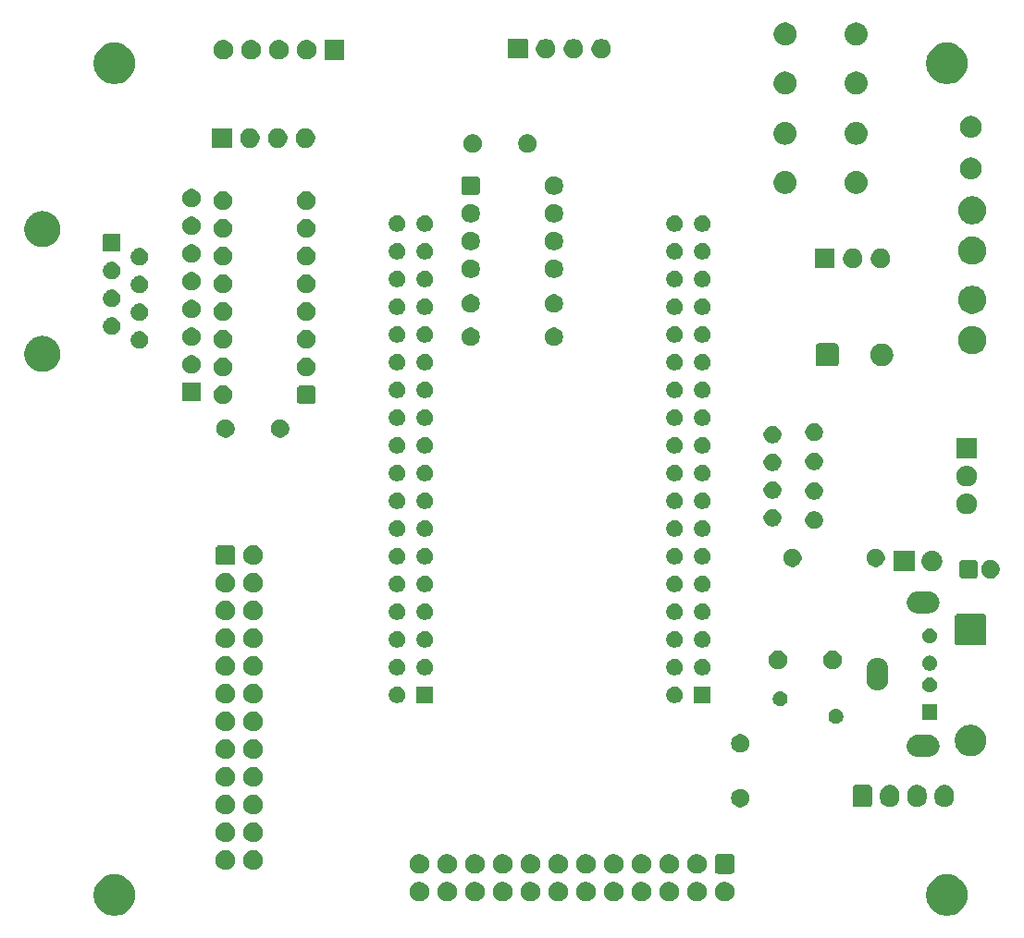
<source format=gbr>
%TF.GenerationSoftware,KiCad,Pcbnew,9.0.7*%
%TF.CreationDate,2026-02-20T16:36:17-05:00*%
%TF.ProjectId,PB_16,50425f31-362e-46b6-9963-61645f706362,v5*%
%TF.SameCoordinates,Original*%
%TF.FileFunction,Soldermask,Bot*%
%TF.FilePolarity,Negative*%
%FSLAX46Y46*%
G04 Gerber Fmt 4.6, Leading zero omitted, Abs format (unit mm)*
G04 Created by KiCad (PCBNEW 9.0.7) date 2026-02-20 16:36:17*
%MOMM*%
%LPD*%
G01*
G04 APERTURE LIST*
G04 APERTURE END LIST*
G36*
X168010867Y-114975527D02*
G01*
X168251056Y-115039886D01*
X168480791Y-115135045D01*
X168696139Y-115259376D01*
X168893416Y-115410753D01*
X169069247Y-115586584D01*
X169220624Y-115783861D01*
X169344955Y-115999209D01*
X169440114Y-116228944D01*
X169504473Y-116469133D01*
X169536930Y-116715669D01*
X169536930Y-116964331D01*
X169504473Y-117210867D01*
X169440114Y-117451056D01*
X169344955Y-117680791D01*
X169220624Y-117896139D01*
X169069247Y-118093416D01*
X168893416Y-118269247D01*
X168696139Y-118420624D01*
X168480791Y-118544955D01*
X168251056Y-118640114D01*
X168010867Y-118704473D01*
X167764331Y-118736930D01*
X167515669Y-118736930D01*
X167269133Y-118704473D01*
X167028944Y-118640114D01*
X166799209Y-118544955D01*
X166583861Y-118420624D01*
X166386584Y-118269247D01*
X166210753Y-118093416D01*
X166059376Y-117896139D01*
X165935045Y-117680791D01*
X165839886Y-117451056D01*
X165775527Y-117210867D01*
X165743070Y-116964331D01*
X165743070Y-116715669D01*
X165775527Y-116469133D01*
X165839886Y-116228944D01*
X165935045Y-115999209D01*
X166059376Y-115783861D01*
X166210753Y-115586584D01*
X166386584Y-115410753D01*
X166583861Y-115259376D01*
X166799209Y-115135045D01*
X167028944Y-115039886D01*
X167269133Y-114975527D01*
X167515669Y-114943070D01*
X167764331Y-114943070D01*
X168010867Y-114975527D01*
G37*
G36*
X244210867Y-114975527D02*
G01*
X244451056Y-115039886D01*
X244680791Y-115135045D01*
X244896139Y-115259376D01*
X245093416Y-115410753D01*
X245269247Y-115586584D01*
X245420624Y-115783861D01*
X245544955Y-115999209D01*
X245640114Y-116228944D01*
X245704473Y-116469133D01*
X245736930Y-116715669D01*
X245736930Y-116964331D01*
X245704473Y-117210867D01*
X245640114Y-117451056D01*
X245544955Y-117680791D01*
X245420624Y-117896139D01*
X245269247Y-118093416D01*
X245093416Y-118269247D01*
X244896139Y-118420624D01*
X244680791Y-118544955D01*
X244451056Y-118640114D01*
X244210867Y-118704473D01*
X243964331Y-118736930D01*
X243715669Y-118736930D01*
X243469133Y-118704473D01*
X243228944Y-118640114D01*
X242999209Y-118544955D01*
X242783861Y-118420624D01*
X242586584Y-118269247D01*
X242410753Y-118093416D01*
X242259376Y-117896139D01*
X242135045Y-117680791D01*
X242039886Y-117451056D01*
X241975527Y-117210867D01*
X241943070Y-116964331D01*
X241943070Y-116715669D01*
X241975527Y-116469133D01*
X242039886Y-116228944D01*
X242135045Y-115999209D01*
X242259376Y-115783861D01*
X242410753Y-115586584D01*
X242586584Y-115410753D01*
X242783861Y-115259376D01*
X242999209Y-115135045D01*
X243228944Y-115039886D01*
X243469133Y-114975527D01*
X243715669Y-114943070D01*
X243964331Y-114943070D01*
X244210867Y-114975527D01*
G37*
G36*
X195821546Y-115677797D02*
G01*
X195984728Y-115745389D01*
X196131588Y-115843518D01*
X196256482Y-115968412D01*
X196354611Y-116115272D01*
X196422203Y-116278454D01*
X196456661Y-116451687D01*
X196456661Y-116628313D01*
X196422203Y-116801546D01*
X196354611Y-116964728D01*
X196256482Y-117111588D01*
X196131588Y-117236482D01*
X195984728Y-117334611D01*
X195821546Y-117402203D01*
X195648313Y-117436661D01*
X195471687Y-117436661D01*
X195298454Y-117402203D01*
X195135272Y-117334611D01*
X194988412Y-117236482D01*
X194863518Y-117111588D01*
X194765389Y-116964728D01*
X194697797Y-116801546D01*
X194663339Y-116628313D01*
X194663339Y-116451687D01*
X194697797Y-116278454D01*
X194765389Y-116115272D01*
X194863518Y-115968412D01*
X194988412Y-115843518D01*
X195135272Y-115745389D01*
X195298454Y-115677797D01*
X195471687Y-115643339D01*
X195648313Y-115643339D01*
X195821546Y-115677797D01*
G37*
G36*
X198361546Y-115677797D02*
G01*
X198524728Y-115745389D01*
X198671588Y-115843518D01*
X198796482Y-115968412D01*
X198894611Y-116115272D01*
X198962203Y-116278454D01*
X198996661Y-116451687D01*
X198996661Y-116628313D01*
X198962203Y-116801546D01*
X198894611Y-116964728D01*
X198796482Y-117111588D01*
X198671588Y-117236482D01*
X198524728Y-117334611D01*
X198361546Y-117402203D01*
X198188313Y-117436661D01*
X198011687Y-117436661D01*
X197838454Y-117402203D01*
X197675272Y-117334611D01*
X197528412Y-117236482D01*
X197403518Y-117111588D01*
X197305389Y-116964728D01*
X197237797Y-116801546D01*
X197203339Y-116628313D01*
X197203339Y-116451687D01*
X197237797Y-116278454D01*
X197305389Y-116115272D01*
X197403518Y-115968412D01*
X197528412Y-115843518D01*
X197675272Y-115745389D01*
X197838454Y-115677797D01*
X198011687Y-115643339D01*
X198188313Y-115643339D01*
X198361546Y-115677797D01*
G37*
G36*
X200901546Y-115677797D02*
G01*
X201064728Y-115745389D01*
X201211588Y-115843518D01*
X201336482Y-115968412D01*
X201434611Y-116115272D01*
X201502203Y-116278454D01*
X201536661Y-116451687D01*
X201536661Y-116628313D01*
X201502203Y-116801546D01*
X201434611Y-116964728D01*
X201336482Y-117111588D01*
X201211588Y-117236482D01*
X201064728Y-117334611D01*
X200901546Y-117402203D01*
X200728313Y-117436661D01*
X200551687Y-117436661D01*
X200378454Y-117402203D01*
X200215272Y-117334611D01*
X200068412Y-117236482D01*
X199943518Y-117111588D01*
X199845389Y-116964728D01*
X199777797Y-116801546D01*
X199743339Y-116628313D01*
X199743339Y-116451687D01*
X199777797Y-116278454D01*
X199845389Y-116115272D01*
X199943518Y-115968412D01*
X200068412Y-115843518D01*
X200215272Y-115745389D01*
X200378454Y-115677797D01*
X200551687Y-115643339D01*
X200728313Y-115643339D01*
X200901546Y-115677797D01*
G37*
G36*
X203441546Y-115677797D02*
G01*
X203604728Y-115745389D01*
X203751588Y-115843518D01*
X203876482Y-115968412D01*
X203974611Y-116115272D01*
X204042203Y-116278454D01*
X204076661Y-116451687D01*
X204076661Y-116628313D01*
X204042203Y-116801546D01*
X203974611Y-116964728D01*
X203876482Y-117111588D01*
X203751588Y-117236482D01*
X203604728Y-117334611D01*
X203441546Y-117402203D01*
X203268313Y-117436661D01*
X203091687Y-117436661D01*
X202918454Y-117402203D01*
X202755272Y-117334611D01*
X202608412Y-117236482D01*
X202483518Y-117111588D01*
X202385389Y-116964728D01*
X202317797Y-116801546D01*
X202283339Y-116628313D01*
X202283339Y-116451687D01*
X202317797Y-116278454D01*
X202385389Y-116115272D01*
X202483518Y-115968412D01*
X202608412Y-115843518D01*
X202755272Y-115745389D01*
X202918454Y-115677797D01*
X203091687Y-115643339D01*
X203268313Y-115643339D01*
X203441546Y-115677797D01*
G37*
G36*
X205981546Y-115677797D02*
G01*
X206144728Y-115745389D01*
X206291588Y-115843518D01*
X206416482Y-115968412D01*
X206514611Y-116115272D01*
X206582203Y-116278454D01*
X206616661Y-116451687D01*
X206616661Y-116628313D01*
X206582203Y-116801546D01*
X206514611Y-116964728D01*
X206416482Y-117111588D01*
X206291588Y-117236482D01*
X206144728Y-117334611D01*
X205981546Y-117402203D01*
X205808313Y-117436661D01*
X205631687Y-117436661D01*
X205458454Y-117402203D01*
X205295272Y-117334611D01*
X205148412Y-117236482D01*
X205023518Y-117111588D01*
X204925389Y-116964728D01*
X204857797Y-116801546D01*
X204823339Y-116628313D01*
X204823339Y-116451687D01*
X204857797Y-116278454D01*
X204925389Y-116115272D01*
X205023518Y-115968412D01*
X205148412Y-115843518D01*
X205295272Y-115745389D01*
X205458454Y-115677797D01*
X205631687Y-115643339D01*
X205808313Y-115643339D01*
X205981546Y-115677797D01*
G37*
G36*
X208521546Y-115677797D02*
G01*
X208684728Y-115745389D01*
X208831588Y-115843518D01*
X208956482Y-115968412D01*
X209054611Y-116115272D01*
X209122203Y-116278454D01*
X209156661Y-116451687D01*
X209156661Y-116628313D01*
X209122203Y-116801546D01*
X209054611Y-116964728D01*
X208956482Y-117111588D01*
X208831588Y-117236482D01*
X208684728Y-117334611D01*
X208521546Y-117402203D01*
X208348313Y-117436661D01*
X208171687Y-117436661D01*
X207998454Y-117402203D01*
X207835272Y-117334611D01*
X207688412Y-117236482D01*
X207563518Y-117111588D01*
X207465389Y-116964728D01*
X207397797Y-116801546D01*
X207363339Y-116628313D01*
X207363339Y-116451687D01*
X207397797Y-116278454D01*
X207465389Y-116115272D01*
X207563518Y-115968412D01*
X207688412Y-115843518D01*
X207835272Y-115745389D01*
X207998454Y-115677797D01*
X208171687Y-115643339D01*
X208348313Y-115643339D01*
X208521546Y-115677797D01*
G37*
G36*
X211061546Y-115677797D02*
G01*
X211224728Y-115745389D01*
X211371588Y-115843518D01*
X211496482Y-115968412D01*
X211594611Y-116115272D01*
X211662203Y-116278454D01*
X211696661Y-116451687D01*
X211696661Y-116628313D01*
X211662203Y-116801546D01*
X211594611Y-116964728D01*
X211496482Y-117111588D01*
X211371588Y-117236482D01*
X211224728Y-117334611D01*
X211061546Y-117402203D01*
X210888313Y-117436661D01*
X210711687Y-117436661D01*
X210538454Y-117402203D01*
X210375272Y-117334611D01*
X210228412Y-117236482D01*
X210103518Y-117111588D01*
X210005389Y-116964728D01*
X209937797Y-116801546D01*
X209903339Y-116628313D01*
X209903339Y-116451687D01*
X209937797Y-116278454D01*
X210005389Y-116115272D01*
X210103518Y-115968412D01*
X210228412Y-115843518D01*
X210375272Y-115745389D01*
X210538454Y-115677797D01*
X210711687Y-115643339D01*
X210888313Y-115643339D01*
X211061546Y-115677797D01*
G37*
G36*
X213601546Y-115677797D02*
G01*
X213764728Y-115745389D01*
X213911588Y-115843518D01*
X214036482Y-115968412D01*
X214134611Y-116115272D01*
X214202203Y-116278454D01*
X214236661Y-116451687D01*
X214236661Y-116628313D01*
X214202203Y-116801546D01*
X214134611Y-116964728D01*
X214036482Y-117111588D01*
X213911588Y-117236482D01*
X213764728Y-117334611D01*
X213601546Y-117402203D01*
X213428313Y-117436661D01*
X213251687Y-117436661D01*
X213078454Y-117402203D01*
X212915272Y-117334611D01*
X212768412Y-117236482D01*
X212643518Y-117111588D01*
X212545389Y-116964728D01*
X212477797Y-116801546D01*
X212443339Y-116628313D01*
X212443339Y-116451687D01*
X212477797Y-116278454D01*
X212545389Y-116115272D01*
X212643518Y-115968412D01*
X212768412Y-115843518D01*
X212915272Y-115745389D01*
X213078454Y-115677797D01*
X213251687Y-115643339D01*
X213428313Y-115643339D01*
X213601546Y-115677797D01*
G37*
G36*
X216141546Y-115677797D02*
G01*
X216304728Y-115745389D01*
X216451588Y-115843518D01*
X216576482Y-115968412D01*
X216674611Y-116115272D01*
X216742203Y-116278454D01*
X216776661Y-116451687D01*
X216776661Y-116628313D01*
X216742203Y-116801546D01*
X216674611Y-116964728D01*
X216576482Y-117111588D01*
X216451588Y-117236482D01*
X216304728Y-117334611D01*
X216141546Y-117402203D01*
X215968313Y-117436661D01*
X215791687Y-117436661D01*
X215618454Y-117402203D01*
X215455272Y-117334611D01*
X215308412Y-117236482D01*
X215183518Y-117111588D01*
X215085389Y-116964728D01*
X215017797Y-116801546D01*
X214983339Y-116628313D01*
X214983339Y-116451687D01*
X215017797Y-116278454D01*
X215085389Y-116115272D01*
X215183518Y-115968412D01*
X215308412Y-115843518D01*
X215455272Y-115745389D01*
X215618454Y-115677797D01*
X215791687Y-115643339D01*
X215968313Y-115643339D01*
X216141546Y-115677797D01*
G37*
G36*
X218681546Y-115677797D02*
G01*
X218844728Y-115745389D01*
X218991588Y-115843518D01*
X219116482Y-115968412D01*
X219214611Y-116115272D01*
X219282203Y-116278454D01*
X219316661Y-116451687D01*
X219316661Y-116628313D01*
X219282203Y-116801546D01*
X219214611Y-116964728D01*
X219116482Y-117111588D01*
X218991588Y-117236482D01*
X218844728Y-117334611D01*
X218681546Y-117402203D01*
X218508313Y-117436661D01*
X218331687Y-117436661D01*
X218158454Y-117402203D01*
X217995272Y-117334611D01*
X217848412Y-117236482D01*
X217723518Y-117111588D01*
X217625389Y-116964728D01*
X217557797Y-116801546D01*
X217523339Y-116628313D01*
X217523339Y-116451687D01*
X217557797Y-116278454D01*
X217625389Y-116115272D01*
X217723518Y-115968412D01*
X217848412Y-115843518D01*
X217995272Y-115745389D01*
X218158454Y-115677797D01*
X218331687Y-115643339D01*
X218508313Y-115643339D01*
X218681546Y-115677797D01*
G37*
G36*
X221221546Y-115677797D02*
G01*
X221384728Y-115745389D01*
X221531588Y-115843518D01*
X221656482Y-115968412D01*
X221754611Y-116115272D01*
X221822203Y-116278454D01*
X221856661Y-116451687D01*
X221856661Y-116628313D01*
X221822203Y-116801546D01*
X221754611Y-116964728D01*
X221656482Y-117111588D01*
X221531588Y-117236482D01*
X221384728Y-117334611D01*
X221221546Y-117402203D01*
X221048313Y-117436661D01*
X220871687Y-117436661D01*
X220698454Y-117402203D01*
X220535272Y-117334611D01*
X220388412Y-117236482D01*
X220263518Y-117111588D01*
X220165389Y-116964728D01*
X220097797Y-116801546D01*
X220063339Y-116628313D01*
X220063339Y-116451687D01*
X220097797Y-116278454D01*
X220165389Y-116115272D01*
X220263518Y-115968412D01*
X220388412Y-115843518D01*
X220535272Y-115745389D01*
X220698454Y-115677797D01*
X220871687Y-115643339D01*
X221048313Y-115643339D01*
X221221546Y-115677797D01*
G37*
G36*
X223761546Y-115677797D02*
G01*
X223924728Y-115745389D01*
X224071588Y-115843518D01*
X224196482Y-115968412D01*
X224294611Y-116115272D01*
X224362203Y-116278454D01*
X224396661Y-116451687D01*
X224396661Y-116628313D01*
X224362203Y-116801546D01*
X224294611Y-116964728D01*
X224196482Y-117111588D01*
X224071588Y-117236482D01*
X223924728Y-117334611D01*
X223761546Y-117402203D01*
X223588313Y-117436661D01*
X223411687Y-117436661D01*
X223238454Y-117402203D01*
X223075272Y-117334611D01*
X222928412Y-117236482D01*
X222803518Y-117111588D01*
X222705389Y-116964728D01*
X222637797Y-116801546D01*
X222603339Y-116628313D01*
X222603339Y-116451687D01*
X222637797Y-116278454D01*
X222705389Y-116115272D01*
X222803518Y-115968412D01*
X222928412Y-115843518D01*
X223075272Y-115745389D01*
X223238454Y-115677797D01*
X223411687Y-115643339D01*
X223588313Y-115643339D01*
X223761546Y-115677797D01*
G37*
G36*
X224168914Y-113106995D02*
G01*
X224184726Y-113113976D01*
X224192531Y-113115213D01*
X224225039Y-113131776D01*
X224270106Y-113151676D01*
X224348324Y-113229894D01*
X224368226Y-113274967D01*
X224384786Y-113307468D01*
X224386021Y-113315270D01*
X224393005Y-113331086D01*
X224401000Y-113400000D01*
X224401000Y-114600000D01*
X224393005Y-114668914D01*
X224386021Y-114684729D01*
X224384786Y-114692531D01*
X224368229Y-114725024D01*
X224348324Y-114770106D01*
X224270106Y-114848324D01*
X224225024Y-114868229D01*
X224192531Y-114884786D01*
X224184729Y-114886021D01*
X224168914Y-114893005D01*
X224100000Y-114901000D01*
X222900000Y-114901000D01*
X222831086Y-114893005D01*
X222815270Y-114886021D01*
X222807468Y-114884786D01*
X222774967Y-114868226D01*
X222729894Y-114848324D01*
X222651676Y-114770106D01*
X222631776Y-114725039D01*
X222615213Y-114692531D01*
X222613976Y-114684726D01*
X222606995Y-114668914D01*
X222599000Y-114600000D01*
X222599000Y-113400000D01*
X222606995Y-113331086D01*
X222613976Y-113315274D01*
X222615213Y-113307468D01*
X222631780Y-113274953D01*
X222651676Y-113229894D01*
X222729894Y-113151676D01*
X222774953Y-113131780D01*
X222807468Y-113115213D01*
X222815274Y-113113976D01*
X222831086Y-113106995D01*
X222900000Y-113099000D01*
X224100000Y-113099000D01*
X224168914Y-113106995D01*
G37*
G36*
X195821546Y-113137797D02*
G01*
X195984728Y-113205389D01*
X196131588Y-113303518D01*
X196256482Y-113428412D01*
X196354611Y-113575272D01*
X196422203Y-113738454D01*
X196456661Y-113911687D01*
X196456661Y-114088313D01*
X196422203Y-114261546D01*
X196354611Y-114424728D01*
X196256482Y-114571588D01*
X196131588Y-114696482D01*
X195984728Y-114794611D01*
X195821546Y-114862203D01*
X195648313Y-114896661D01*
X195471687Y-114896661D01*
X195298454Y-114862203D01*
X195135272Y-114794611D01*
X194988412Y-114696482D01*
X194863518Y-114571588D01*
X194765389Y-114424728D01*
X194697797Y-114261546D01*
X194663339Y-114088313D01*
X194663339Y-113911687D01*
X194697797Y-113738454D01*
X194765389Y-113575272D01*
X194863518Y-113428412D01*
X194988412Y-113303518D01*
X195135272Y-113205389D01*
X195298454Y-113137797D01*
X195471687Y-113103339D01*
X195648313Y-113103339D01*
X195821546Y-113137797D01*
G37*
G36*
X198361546Y-113137797D02*
G01*
X198524728Y-113205389D01*
X198671588Y-113303518D01*
X198796482Y-113428412D01*
X198894611Y-113575272D01*
X198962203Y-113738454D01*
X198996661Y-113911687D01*
X198996661Y-114088313D01*
X198962203Y-114261546D01*
X198894611Y-114424728D01*
X198796482Y-114571588D01*
X198671588Y-114696482D01*
X198524728Y-114794611D01*
X198361546Y-114862203D01*
X198188313Y-114896661D01*
X198011687Y-114896661D01*
X197838454Y-114862203D01*
X197675272Y-114794611D01*
X197528412Y-114696482D01*
X197403518Y-114571588D01*
X197305389Y-114424728D01*
X197237797Y-114261546D01*
X197203339Y-114088313D01*
X197203339Y-113911687D01*
X197237797Y-113738454D01*
X197305389Y-113575272D01*
X197403518Y-113428412D01*
X197528412Y-113303518D01*
X197675272Y-113205389D01*
X197838454Y-113137797D01*
X198011687Y-113103339D01*
X198188313Y-113103339D01*
X198361546Y-113137797D01*
G37*
G36*
X200901546Y-113137797D02*
G01*
X201064728Y-113205389D01*
X201211588Y-113303518D01*
X201336482Y-113428412D01*
X201434611Y-113575272D01*
X201502203Y-113738454D01*
X201536661Y-113911687D01*
X201536661Y-114088313D01*
X201502203Y-114261546D01*
X201434611Y-114424728D01*
X201336482Y-114571588D01*
X201211588Y-114696482D01*
X201064728Y-114794611D01*
X200901546Y-114862203D01*
X200728313Y-114896661D01*
X200551687Y-114896661D01*
X200378454Y-114862203D01*
X200215272Y-114794611D01*
X200068412Y-114696482D01*
X199943518Y-114571588D01*
X199845389Y-114424728D01*
X199777797Y-114261546D01*
X199743339Y-114088313D01*
X199743339Y-113911687D01*
X199777797Y-113738454D01*
X199845389Y-113575272D01*
X199943518Y-113428412D01*
X200068412Y-113303518D01*
X200215272Y-113205389D01*
X200378454Y-113137797D01*
X200551687Y-113103339D01*
X200728313Y-113103339D01*
X200901546Y-113137797D01*
G37*
G36*
X203441546Y-113137797D02*
G01*
X203604728Y-113205389D01*
X203751588Y-113303518D01*
X203876482Y-113428412D01*
X203974611Y-113575272D01*
X204042203Y-113738454D01*
X204076661Y-113911687D01*
X204076661Y-114088313D01*
X204042203Y-114261546D01*
X203974611Y-114424728D01*
X203876482Y-114571588D01*
X203751588Y-114696482D01*
X203604728Y-114794611D01*
X203441546Y-114862203D01*
X203268313Y-114896661D01*
X203091687Y-114896661D01*
X202918454Y-114862203D01*
X202755272Y-114794611D01*
X202608412Y-114696482D01*
X202483518Y-114571588D01*
X202385389Y-114424728D01*
X202317797Y-114261546D01*
X202283339Y-114088313D01*
X202283339Y-113911687D01*
X202317797Y-113738454D01*
X202385389Y-113575272D01*
X202483518Y-113428412D01*
X202608412Y-113303518D01*
X202755272Y-113205389D01*
X202918454Y-113137797D01*
X203091687Y-113103339D01*
X203268313Y-113103339D01*
X203441546Y-113137797D01*
G37*
G36*
X205981546Y-113137797D02*
G01*
X206144728Y-113205389D01*
X206291588Y-113303518D01*
X206416482Y-113428412D01*
X206514611Y-113575272D01*
X206582203Y-113738454D01*
X206616661Y-113911687D01*
X206616661Y-114088313D01*
X206582203Y-114261546D01*
X206514611Y-114424728D01*
X206416482Y-114571588D01*
X206291588Y-114696482D01*
X206144728Y-114794611D01*
X205981546Y-114862203D01*
X205808313Y-114896661D01*
X205631687Y-114896661D01*
X205458454Y-114862203D01*
X205295272Y-114794611D01*
X205148412Y-114696482D01*
X205023518Y-114571588D01*
X204925389Y-114424728D01*
X204857797Y-114261546D01*
X204823339Y-114088313D01*
X204823339Y-113911687D01*
X204857797Y-113738454D01*
X204925389Y-113575272D01*
X205023518Y-113428412D01*
X205148412Y-113303518D01*
X205295272Y-113205389D01*
X205458454Y-113137797D01*
X205631687Y-113103339D01*
X205808313Y-113103339D01*
X205981546Y-113137797D01*
G37*
G36*
X208521546Y-113137797D02*
G01*
X208684728Y-113205389D01*
X208831588Y-113303518D01*
X208956482Y-113428412D01*
X209054611Y-113575272D01*
X209122203Y-113738454D01*
X209156661Y-113911687D01*
X209156661Y-114088313D01*
X209122203Y-114261546D01*
X209054611Y-114424728D01*
X208956482Y-114571588D01*
X208831588Y-114696482D01*
X208684728Y-114794611D01*
X208521546Y-114862203D01*
X208348313Y-114896661D01*
X208171687Y-114896661D01*
X207998454Y-114862203D01*
X207835272Y-114794611D01*
X207688412Y-114696482D01*
X207563518Y-114571588D01*
X207465389Y-114424728D01*
X207397797Y-114261546D01*
X207363339Y-114088313D01*
X207363339Y-113911687D01*
X207397797Y-113738454D01*
X207465389Y-113575272D01*
X207563518Y-113428412D01*
X207688412Y-113303518D01*
X207835272Y-113205389D01*
X207998454Y-113137797D01*
X208171687Y-113103339D01*
X208348313Y-113103339D01*
X208521546Y-113137797D01*
G37*
G36*
X211061546Y-113137797D02*
G01*
X211224728Y-113205389D01*
X211371588Y-113303518D01*
X211496482Y-113428412D01*
X211594611Y-113575272D01*
X211662203Y-113738454D01*
X211696661Y-113911687D01*
X211696661Y-114088313D01*
X211662203Y-114261546D01*
X211594611Y-114424728D01*
X211496482Y-114571588D01*
X211371588Y-114696482D01*
X211224728Y-114794611D01*
X211061546Y-114862203D01*
X210888313Y-114896661D01*
X210711687Y-114896661D01*
X210538454Y-114862203D01*
X210375272Y-114794611D01*
X210228412Y-114696482D01*
X210103518Y-114571588D01*
X210005389Y-114424728D01*
X209937797Y-114261546D01*
X209903339Y-114088313D01*
X209903339Y-113911687D01*
X209937797Y-113738454D01*
X210005389Y-113575272D01*
X210103518Y-113428412D01*
X210228412Y-113303518D01*
X210375272Y-113205389D01*
X210538454Y-113137797D01*
X210711687Y-113103339D01*
X210888313Y-113103339D01*
X211061546Y-113137797D01*
G37*
G36*
X213601546Y-113137797D02*
G01*
X213764728Y-113205389D01*
X213911588Y-113303518D01*
X214036482Y-113428412D01*
X214134611Y-113575272D01*
X214202203Y-113738454D01*
X214236661Y-113911687D01*
X214236661Y-114088313D01*
X214202203Y-114261546D01*
X214134611Y-114424728D01*
X214036482Y-114571588D01*
X213911588Y-114696482D01*
X213764728Y-114794611D01*
X213601546Y-114862203D01*
X213428313Y-114896661D01*
X213251687Y-114896661D01*
X213078454Y-114862203D01*
X212915272Y-114794611D01*
X212768412Y-114696482D01*
X212643518Y-114571588D01*
X212545389Y-114424728D01*
X212477797Y-114261546D01*
X212443339Y-114088313D01*
X212443339Y-113911687D01*
X212477797Y-113738454D01*
X212545389Y-113575272D01*
X212643518Y-113428412D01*
X212768412Y-113303518D01*
X212915272Y-113205389D01*
X213078454Y-113137797D01*
X213251687Y-113103339D01*
X213428313Y-113103339D01*
X213601546Y-113137797D01*
G37*
G36*
X216141546Y-113137797D02*
G01*
X216304728Y-113205389D01*
X216451588Y-113303518D01*
X216576482Y-113428412D01*
X216674611Y-113575272D01*
X216742203Y-113738454D01*
X216776661Y-113911687D01*
X216776661Y-114088313D01*
X216742203Y-114261546D01*
X216674611Y-114424728D01*
X216576482Y-114571588D01*
X216451588Y-114696482D01*
X216304728Y-114794611D01*
X216141546Y-114862203D01*
X215968313Y-114896661D01*
X215791687Y-114896661D01*
X215618454Y-114862203D01*
X215455272Y-114794611D01*
X215308412Y-114696482D01*
X215183518Y-114571588D01*
X215085389Y-114424728D01*
X215017797Y-114261546D01*
X214983339Y-114088313D01*
X214983339Y-113911687D01*
X215017797Y-113738454D01*
X215085389Y-113575272D01*
X215183518Y-113428412D01*
X215308412Y-113303518D01*
X215455272Y-113205389D01*
X215618454Y-113137797D01*
X215791687Y-113103339D01*
X215968313Y-113103339D01*
X216141546Y-113137797D01*
G37*
G36*
X218681546Y-113137797D02*
G01*
X218844728Y-113205389D01*
X218991588Y-113303518D01*
X219116482Y-113428412D01*
X219214611Y-113575272D01*
X219282203Y-113738454D01*
X219316661Y-113911687D01*
X219316661Y-114088313D01*
X219282203Y-114261546D01*
X219214611Y-114424728D01*
X219116482Y-114571588D01*
X218991588Y-114696482D01*
X218844728Y-114794611D01*
X218681546Y-114862203D01*
X218508313Y-114896661D01*
X218331687Y-114896661D01*
X218158454Y-114862203D01*
X217995272Y-114794611D01*
X217848412Y-114696482D01*
X217723518Y-114571588D01*
X217625389Y-114424728D01*
X217557797Y-114261546D01*
X217523339Y-114088313D01*
X217523339Y-113911687D01*
X217557797Y-113738454D01*
X217625389Y-113575272D01*
X217723518Y-113428412D01*
X217848412Y-113303518D01*
X217995272Y-113205389D01*
X218158454Y-113137797D01*
X218331687Y-113103339D01*
X218508313Y-113103339D01*
X218681546Y-113137797D01*
G37*
G36*
X221221546Y-113137797D02*
G01*
X221384728Y-113205389D01*
X221531588Y-113303518D01*
X221656482Y-113428412D01*
X221754611Y-113575272D01*
X221822203Y-113738454D01*
X221856661Y-113911687D01*
X221856661Y-114088313D01*
X221822203Y-114261546D01*
X221754611Y-114424728D01*
X221656482Y-114571588D01*
X221531588Y-114696482D01*
X221384728Y-114794611D01*
X221221546Y-114862203D01*
X221048313Y-114896661D01*
X220871687Y-114896661D01*
X220698454Y-114862203D01*
X220535272Y-114794611D01*
X220388412Y-114696482D01*
X220263518Y-114571588D01*
X220165389Y-114424728D01*
X220097797Y-114261546D01*
X220063339Y-114088313D01*
X220063339Y-113911687D01*
X220097797Y-113738454D01*
X220165389Y-113575272D01*
X220263518Y-113428412D01*
X220388412Y-113303518D01*
X220535272Y-113205389D01*
X220698454Y-113137797D01*
X220871687Y-113103339D01*
X221048313Y-113103339D01*
X221221546Y-113137797D01*
G37*
G36*
X178061546Y-112777797D02*
G01*
X178224728Y-112845389D01*
X178371588Y-112943518D01*
X178496482Y-113068412D01*
X178594611Y-113215272D01*
X178662203Y-113378454D01*
X178696661Y-113551687D01*
X178696661Y-113728313D01*
X178662203Y-113901546D01*
X178594611Y-114064728D01*
X178496482Y-114211588D01*
X178371588Y-114336482D01*
X178224728Y-114434611D01*
X178061546Y-114502203D01*
X177888313Y-114536661D01*
X177711687Y-114536661D01*
X177538454Y-114502203D01*
X177375272Y-114434611D01*
X177228412Y-114336482D01*
X177103518Y-114211588D01*
X177005389Y-114064728D01*
X176937797Y-113901546D01*
X176903339Y-113728313D01*
X176903339Y-113551687D01*
X176937797Y-113378454D01*
X177005389Y-113215272D01*
X177103518Y-113068412D01*
X177228412Y-112943518D01*
X177375272Y-112845389D01*
X177538454Y-112777797D01*
X177711687Y-112743339D01*
X177888313Y-112743339D01*
X178061546Y-112777797D01*
G37*
G36*
X180601546Y-112777797D02*
G01*
X180764728Y-112845389D01*
X180911588Y-112943518D01*
X181036482Y-113068412D01*
X181134611Y-113215272D01*
X181202203Y-113378454D01*
X181236661Y-113551687D01*
X181236661Y-113728313D01*
X181202203Y-113901546D01*
X181134611Y-114064728D01*
X181036482Y-114211588D01*
X180911588Y-114336482D01*
X180764728Y-114434611D01*
X180601546Y-114502203D01*
X180428313Y-114536661D01*
X180251687Y-114536661D01*
X180078454Y-114502203D01*
X179915272Y-114434611D01*
X179768412Y-114336482D01*
X179643518Y-114211588D01*
X179545389Y-114064728D01*
X179477797Y-113901546D01*
X179443339Y-113728313D01*
X179443339Y-113551687D01*
X179477797Y-113378454D01*
X179545389Y-113215272D01*
X179643518Y-113068412D01*
X179768412Y-112943518D01*
X179915272Y-112845389D01*
X180078454Y-112777797D01*
X180251687Y-112743339D01*
X180428313Y-112743339D01*
X180601546Y-112777797D01*
G37*
G36*
X178061546Y-110237797D02*
G01*
X178224728Y-110305389D01*
X178371588Y-110403518D01*
X178496482Y-110528412D01*
X178594611Y-110675272D01*
X178662203Y-110838454D01*
X178696661Y-111011687D01*
X178696661Y-111188313D01*
X178662203Y-111361546D01*
X178594611Y-111524728D01*
X178496482Y-111671588D01*
X178371588Y-111796482D01*
X178224728Y-111894611D01*
X178061546Y-111962203D01*
X177888313Y-111996661D01*
X177711687Y-111996661D01*
X177538454Y-111962203D01*
X177375272Y-111894611D01*
X177228412Y-111796482D01*
X177103518Y-111671588D01*
X177005389Y-111524728D01*
X176937797Y-111361546D01*
X176903339Y-111188313D01*
X176903339Y-111011687D01*
X176937797Y-110838454D01*
X177005389Y-110675272D01*
X177103518Y-110528412D01*
X177228412Y-110403518D01*
X177375272Y-110305389D01*
X177538454Y-110237797D01*
X177711687Y-110203339D01*
X177888313Y-110203339D01*
X178061546Y-110237797D01*
G37*
G36*
X180601546Y-110237797D02*
G01*
X180764728Y-110305389D01*
X180911588Y-110403518D01*
X181036482Y-110528412D01*
X181134611Y-110675272D01*
X181202203Y-110838454D01*
X181236661Y-111011687D01*
X181236661Y-111188313D01*
X181202203Y-111361546D01*
X181134611Y-111524728D01*
X181036482Y-111671588D01*
X180911588Y-111796482D01*
X180764728Y-111894611D01*
X180601546Y-111962203D01*
X180428313Y-111996661D01*
X180251687Y-111996661D01*
X180078454Y-111962203D01*
X179915272Y-111894611D01*
X179768412Y-111796482D01*
X179643518Y-111671588D01*
X179545389Y-111524728D01*
X179477797Y-111361546D01*
X179443339Y-111188313D01*
X179443339Y-111011687D01*
X179477797Y-110838454D01*
X179545389Y-110675272D01*
X179643518Y-110528412D01*
X179768412Y-110403518D01*
X179915272Y-110305389D01*
X180078454Y-110237797D01*
X180251687Y-110203339D01*
X180428313Y-110203339D01*
X180601546Y-110237797D01*
G37*
G36*
X178061546Y-107697797D02*
G01*
X178224728Y-107765389D01*
X178371588Y-107863518D01*
X178496482Y-107988412D01*
X178594611Y-108135272D01*
X178662203Y-108298454D01*
X178696661Y-108471687D01*
X178696661Y-108648313D01*
X178662203Y-108821546D01*
X178594611Y-108984728D01*
X178496482Y-109131588D01*
X178371588Y-109256482D01*
X178224728Y-109354611D01*
X178061546Y-109422203D01*
X177888313Y-109456661D01*
X177711687Y-109456661D01*
X177538454Y-109422203D01*
X177375272Y-109354611D01*
X177228412Y-109256482D01*
X177103518Y-109131588D01*
X177005389Y-108984728D01*
X176937797Y-108821546D01*
X176903339Y-108648313D01*
X176903339Y-108471687D01*
X176937797Y-108298454D01*
X177005389Y-108135272D01*
X177103518Y-107988412D01*
X177228412Y-107863518D01*
X177375272Y-107765389D01*
X177538454Y-107697797D01*
X177711687Y-107663339D01*
X177888313Y-107663339D01*
X178061546Y-107697797D01*
G37*
G36*
X180601546Y-107697797D02*
G01*
X180764728Y-107765389D01*
X180911588Y-107863518D01*
X181036482Y-107988412D01*
X181134611Y-108135272D01*
X181202203Y-108298454D01*
X181236661Y-108471687D01*
X181236661Y-108648313D01*
X181202203Y-108821546D01*
X181134611Y-108984728D01*
X181036482Y-109131588D01*
X180911588Y-109256482D01*
X180764728Y-109354611D01*
X180601546Y-109422203D01*
X180428313Y-109456661D01*
X180251687Y-109456661D01*
X180078454Y-109422203D01*
X179915272Y-109354611D01*
X179768412Y-109256482D01*
X179643518Y-109131588D01*
X179545389Y-108984728D01*
X179477797Y-108821546D01*
X179443339Y-108648313D01*
X179443339Y-108471687D01*
X179477797Y-108298454D01*
X179545389Y-108135272D01*
X179643518Y-107988412D01*
X179768412Y-107863518D01*
X179915272Y-107765389D01*
X180078454Y-107697797D01*
X180251687Y-107663339D01*
X180428313Y-107663339D01*
X180601546Y-107697797D01*
G37*
G36*
X225171988Y-107143194D02*
G01*
X225326115Y-107207035D01*
X225464825Y-107299718D01*
X225582788Y-107417681D01*
X225675471Y-107556391D01*
X225739312Y-107710518D01*
X225771858Y-107874137D01*
X225771858Y-108040963D01*
X225739312Y-108204582D01*
X225675471Y-108358709D01*
X225582788Y-108497419D01*
X225464825Y-108615382D01*
X225326115Y-108708065D01*
X225171988Y-108771906D01*
X225008369Y-108804452D01*
X224841543Y-108804452D01*
X224677924Y-108771906D01*
X224523797Y-108708065D01*
X224385087Y-108615382D01*
X224267124Y-108497419D01*
X224174441Y-108358709D01*
X224110600Y-108204582D01*
X224078054Y-108040963D01*
X224078054Y-107874137D01*
X224110600Y-107710518D01*
X224174441Y-107556391D01*
X224267124Y-107417681D01*
X224385087Y-107299718D01*
X224523797Y-107207035D01*
X224677924Y-107143194D01*
X224841543Y-107110648D01*
X225008369Y-107110648D01*
X225171988Y-107143194D01*
G37*
G36*
X236768914Y-106756995D02*
G01*
X236784726Y-106763976D01*
X236792531Y-106765213D01*
X236825039Y-106781776D01*
X236870106Y-106801676D01*
X236948324Y-106879894D01*
X236968226Y-106924967D01*
X236984786Y-106957468D01*
X236986021Y-106965270D01*
X236993005Y-106981086D01*
X237001000Y-107050000D01*
X237001000Y-108500000D01*
X236993005Y-108568914D01*
X236986021Y-108584729D01*
X236984786Y-108592531D01*
X236968229Y-108625024D01*
X236948324Y-108670106D01*
X236870106Y-108748324D01*
X236825024Y-108768229D01*
X236792531Y-108784786D01*
X236784729Y-108786021D01*
X236768914Y-108793005D01*
X236700000Y-108801000D01*
X235500000Y-108801000D01*
X235431086Y-108793005D01*
X235415270Y-108786021D01*
X235407468Y-108784786D01*
X235374967Y-108768226D01*
X235329894Y-108748324D01*
X235251676Y-108670106D01*
X235231776Y-108625039D01*
X235215213Y-108592531D01*
X235213976Y-108584726D01*
X235206995Y-108568914D01*
X235199000Y-108500000D01*
X235199000Y-107050000D01*
X235206995Y-106981086D01*
X235213976Y-106965274D01*
X235215213Y-106957468D01*
X235231780Y-106924953D01*
X235251676Y-106879894D01*
X235329894Y-106801676D01*
X235374953Y-106781780D01*
X235407468Y-106765213D01*
X235415274Y-106763976D01*
X235431086Y-106756995D01*
X235500000Y-106749000D01*
X236700000Y-106749000D01*
X236768914Y-106756995D01*
G37*
G36*
X238861546Y-106787797D02*
G01*
X239024728Y-106855389D01*
X239171588Y-106953518D01*
X239296482Y-107078412D01*
X239394611Y-107225272D01*
X239462203Y-107388454D01*
X239496661Y-107561687D01*
X239501000Y-107650000D01*
X239501000Y-107900000D01*
X239496661Y-107988313D01*
X239462203Y-108161546D01*
X239394611Y-108324728D01*
X239296482Y-108471588D01*
X239171588Y-108596482D01*
X239024728Y-108694611D01*
X238861546Y-108762203D01*
X238688313Y-108796661D01*
X238511687Y-108796661D01*
X238338454Y-108762203D01*
X238175272Y-108694611D01*
X238028412Y-108596482D01*
X237903518Y-108471588D01*
X237805389Y-108324728D01*
X237737797Y-108161546D01*
X237703339Y-107988313D01*
X237699000Y-107900000D01*
X237699000Y-107650000D01*
X237703339Y-107561687D01*
X237737797Y-107388454D01*
X237805389Y-107225272D01*
X237903518Y-107078412D01*
X238028412Y-106953518D01*
X238175272Y-106855389D01*
X238338454Y-106787797D01*
X238511687Y-106753339D01*
X238688313Y-106753339D01*
X238861546Y-106787797D01*
G37*
G36*
X241361546Y-106787797D02*
G01*
X241524728Y-106855389D01*
X241671588Y-106953518D01*
X241796482Y-107078412D01*
X241894611Y-107225272D01*
X241962203Y-107388454D01*
X241996661Y-107561687D01*
X242001000Y-107650000D01*
X242001000Y-107900000D01*
X241996661Y-107988313D01*
X241962203Y-108161546D01*
X241894611Y-108324728D01*
X241796482Y-108471588D01*
X241671588Y-108596482D01*
X241524728Y-108694611D01*
X241361546Y-108762203D01*
X241188313Y-108796661D01*
X241011687Y-108796661D01*
X240838454Y-108762203D01*
X240675272Y-108694611D01*
X240528412Y-108596482D01*
X240403518Y-108471588D01*
X240305389Y-108324728D01*
X240237797Y-108161546D01*
X240203339Y-107988313D01*
X240199000Y-107900000D01*
X240199000Y-107650000D01*
X240203339Y-107561687D01*
X240237797Y-107388454D01*
X240305389Y-107225272D01*
X240403518Y-107078412D01*
X240528412Y-106953518D01*
X240675272Y-106855389D01*
X240838454Y-106787797D01*
X241011687Y-106753339D01*
X241188313Y-106753339D01*
X241361546Y-106787797D01*
G37*
G36*
X243861546Y-106787797D02*
G01*
X244024728Y-106855389D01*
X244171588Y-106953518D01*
X244296482Y-107078412D01*
X244394611Y-107225272D01*
X244462203Y-107388454D01*
X244496661Y-107561687D01*
X244501000Y-107650000D01*
X244501000Y-107900000D01*
X244496661Y-107988313D01*
X244462203Y-108161546D01*
X244394611Y-108324728D01*
X244296482Y-108471588D01*
X244171588Y-108596482D01*
X244024728Y-108694611D01*
X243861546Y-108762203D01*
X243688313Y-108796661D01*
X243511687Y-108796661D01*
X243338454Y-108762203D01*
X243175272Y-108694611D01*
X243028412Y-108596482D01*
X242903518Y-108471588D01*
X242805389Y-108324728D01*
X242737797Y-108161546D01*
X242703339Y-107988313D01*
X242699000Y-107900000D01*
X242699000Y-107650000D01*
X242703339Y-107561687D01*
X242737797Y-107388454D01*
X242805389Y-107225272D01*
X242903518Y-107078412D01*
X243028412Y-106953518D01*
X243175272Y-106855389D01*
X243338454Y-106787797D01*
X243511687Y-106753339D01*
X243688313Y-106753339D01*
X243861546Y-106787797D01*
G37*
G36*
X178061546Y-105157797D02*
G01*
X178224728Y-105225389D01*
X178371588Y-105323518D01*
X178496482Y-105448412D01*
X178594611Y-105595272D01*
X178662203Y-105758454D01*
X178696661Y-105931687D01*
X178696661Y-106108313D01*
X178662203Y-106281546D01*
X178594611Y-106444728D01*
X178496482Y-106591588D01*
X178371588Y-106716482D01*
X178224728Y-106814611D01*
X178061546Y-106882203D01*
X177888313Y-106916661D01*
X177711687Y-106916661D01*
X177538454Y-106882203D01*
X177375272Y-106814611D01*
X177228412Y-106716482D01*
X177103518Y-106591588D01*
X177005389Y-106444728D01*
X176937797Y-106281546D01*
X176903339Y-106108313D01*
X176903339Y-105931687D01*
X176937797Y-105758454D01*
X177005389Y-105595272D01*
X177103518Y-105448412D01*
X177228412Y-105323518D01*
X177375272Y-105225389D01*
X177538454Y-105157797D01*
X177711687Y-105123339D01*
X177888313Y-105123339D01*
X178061546Y-105157797D01*
G37*
G36*
X180601546Y-105157797D02*
G01*
X180764728Y-105225389D01*
X180911588Y-105323518D01*
X181036482Y-105448412D01*
X181134611Y-105595272D01*
X181202203Y-105758454D01*
X181236661Y-105931687D01*
X181236661Y-106108313D01*
X181202203Y-106281546D01*
X181134611Y-106444728D01*
X181036482Y-106591588D01*
X180911588Y-106716482D01*
X180764728Y-106814611D01*
X180601546Y-106882203D01*
X180428313Y-106916661D01*
X180251687Y-106916661D01*
X180078454Y-106882203D01*
X179915272Y-106814611D01*
X179768412Y-106716482D01*
X179643518Y-106591588D01*
X179545389Y-106444728D01*
X179477797Y-106281546D01*
X179443339Y-106108313D01*
X179443339Y-105931687D01*
X179477797Y-105758454D01*
X179545389Y-105595272D01*
X179643518Y-105448412D01*
X179768412Y-105323518D01*
X179915272Y-105225389D01*
X180078454Y-105157797D01*
X180251687Y-105123339D01*
X180428313Y-105123339D01*
X180601546Y-105157797D01*
G37*
G36*
X178061546Y-102617797D02*
G01*
X178224728Y-102685389D01*
X178371588Y-102783518D01*
X178496482Y-102908412D01*
X178594611Y-103055272D01*
X178662203Y-103218454D01*
X178696661Y-103391687D01*
X178696661Y-103568313D01*
X178662203Y-103741546D01*
X178594611Y-103904728D01*
X178496482Y-104051588D01*
X178371588Y-104176482D01*
X178224728Y-104274611D01*
X178061546Y-104342203D01*
X177888313Y-104376661D01*
X177711687Y-104376661D01*
X177538454Y-104342203D01*
X177375272Y-104274611D01*
X177228412Y-104176482D01*
X177103518Y-104051588D01*
X177005389Y-103904728D01*
X176937797Y-103741546D01*
X176903339Y-103568313D01*
X176903339Y-103391687D01*
X176937797Y-103218454D01*
X177005389Y-103055272D01*
X177103518Y-102908412D01*
X177228412Y-102783518D01*
X177375272Y-102685389D01*
X177538454Y-102617797D01*
X177711687Y-102583339D01*
X177888313Y-102583339D01*
X178061546Y-102617797D01*
G37*
G36*
X180601546Y-102617797D02*
G01*
X180764728Y-102685389D01*
X180911588Y-102783518D01*
X181036482Y-102908412D01*
X181134611Y-103055272D01*
X181202203Y-103218454D01*
X181236661Y-103391687D01*
X181236661Y-103568313D01*
X181202203Y-103741546D01*
X181134611Y-103904728D01*
X181036482Y-104051588D01*
X180911588Y-104176482D01*
X180764728Y-104274611D01*
X180601546Y-104342203D01*
X180428313Y-104376661D01*
X180251687Y-104376661D01*
X180078454Y-104342203D01*
X179915272Y-104274611D01*
X179768412Y-104176482D01*
X179643518Y-104051588D01*
X179545389Y-103904728D01*
X179477797Y-103741546D01*
X179443339Y-103568313D01*
X179443339Y-103391687D01*
X179477797Y-103218454D01*
X179545389Y-103055272D01*
X179643518Y-102908412D01*
X179768412Y-102783518D01*
X179915272Y-102685389D01*
X180078454Y-102617797D01*
X180251687Y-102583339D01*
X180428313Y-102583339D01*
X180601546Y-102617797D01*
G37*
G36*
X242169829Y-102169482D02*
G01*
X242236075Y-102172085D01*
X242242045Y-102173030D01*
X242258115Y-102173820D01*
X242301431Y-102182436D01*
X242393587Y-102197032D01*
X242423228Y-102206663D01*
X242450575Y-102212103D01*
X242489171Y-102228090D01*
X242542918Y-102245554D01*
X242593267Y-102271208D01*
X242631868Y-102287197D01*
X242655055Y-102302690D01*
X242682818Y-102316836D01*
X242758287Y-102371668D01*
X242795028Y-102396217D01*
X242802869Y-102404058D01*
X242809843Y-102409125D01*
X242920874Y-102520156D01*
X242925940Y-102527129D01*
X242933783Y-102534972D01*
X242958335Y-102571716D01*
X243013163Y-102647181D01*
X243027307Y-102674941D01*
X243042803Y-102698132D01*
X243058793Y-102736737D01*
X243084445Y-102787081D01*
X243101906Y-102840820D01*
X243117897Y-102879425D01*
X243123337Y-102906776D01*
X243132967Y-102936412D01*
X243147560Y-103028550D01*
X243156180Y-103071885D01*
X243156180Y-103082974D01*
X243157529Y-103091492D01*
X243157529Y-103248507D01*
X243156180Y-103257024D01*
X243156180Y-103268115D01*
X243147559Y-103311453D01*
X243132967Y-103403587D01*
X243123338Y-103433220D01*
X243117897Y-103460575D01*
X243101905Y-103499182D01*
X243084445Y-103552918D01*
X243058796Y-103603257D01*
X243042803Y-103641868D01*
X243027305Y-103665062D01*
X243013163Y-103692818D01*
X242958343Y-103768270D01*
X242933783Y-103805028D01*
X242925937Y-103812873D01*
X242920874Y-103819843D01*
X242809843Y-103930874D01*
X242802873Y-103935937D01*
X242795028Y-103943783D01*
X242758270Y-103968343D01*
X242682818Y-104023163D01*
X242655062Y-104037305D01*
X242631868Y-104052803D01*
X242593257Y-104068796D01*
X242542918Y-104094445D01*
X242489182Y-104111905D01*
X242450575Y-104127897D01*
X242423220Y-104133338D01*
X242393587Y-104142967D01*
X242301456Y-104157558D01*
X242258115Y-104166180D01*
X242242035Y-104166969D01*
X242236075Y-104167914D01*
X242169845Y-104170516D01*
X242160000Y-104171000D01*
X242157536Y-104171000D01*
X241162464Y-104171000D01*
X241160000Y-104171000D01*
X241150154Y-104170516D01*
X241083924Y-104167914D01*
X241077962Y-104166969D01*
X241061885Y-104166180D01*
X241018547Y-104157559D01*
X240926412Y-104142967D01*
X240896776Y-104133337D01*
X240869425Y-104127897D01*
X240830820Y-104111906D01*
X240777081Y-104094445D01*
X240726737Y-104068793D01*
X240688132Y-104052803D01*
X240664941Y-104037307D01*
X240637181Y-104023163D01*
X240561716Y-103968335D01*
X240524972Y-103943783D01*
X240517129Y-103935940D01*
X240510156Y-103930874D01*
X240399125Y-103819843D01*
X240394058Y-103812869D01*
X240386217Y-103805028D01*
X240361668Y-103768287D01*
X240306836Y-103692818D01*
X240292690Y-103665055D01*
X240277197Y-103641868D01*
X240261208Y-103603267D01*
X240235554Y-103552918D01*
X240218090Y-103499171D01*
X240202103Y-103460575D01*
X240196663Y-103433228D01*
X240187032Y-103403587D01*
X240172438Y-103311443D01*
X240163820Y-103268115D01*
X240163820Y-103257024D01*
X240162471Y-103248507D01*
X240162471Y-103091492D01*
X240163820Y-103082974D01*
X240163820Y-103071885D01*
X240172437Y-103028560D01*
X240187032Y-102936412D01*
X240196663Y-102906768D01*
X240202103Y-102879425D01*
X240218088Y-102840832D01*
X240235554Y-102787081D01*
X240261210Y-102736726D01*
X240277197Y-102698132D01*
X240292688Y-102674947D01*
X240306836Y-102647181D01*
X240361676Y-102571699D01*
X240386217Y-102534972D01*
X240394055Y-102527133D01*
X240399125Y-102520156D01*
X240510156Y-102409125D01*
X240517133Y-102404055D01*
X240524972Y-102396217D01*
X240561699Y-102371676D01*
X240637181Y-102316836D01*
X240664947Y-102302688D01*
X240688132Y-102287197D01*
X240726726Y-102271210D01*
X240777081Y-102245554D01*
X240830832Y-102228088D01*
X240869425Y-102212103D01*
X240896768Y-102206663D01*
X240926412Y-102197032D01*
X241018572Y-102182435D01*
X241061885Y-102173820D01*
X241077953Y-102173030D01*
X241083924Y-102172085D01*
X241150170Y-102169482D01*
X241160000Y-102169000D01*
X242160000Y-102169000D01*
X242169829Y-102169482D01*
G37*
G36*
X246338729Y-101269091D02*
G01*
X246555274Y-101339451D01*
X246758145Y-101442819D01*
X246942349Y-101576651D01*
X247103349Y-101737651D01*
X247237181Y-101921855D01*
X247340549Y-102124726D01*
X247410909Y-102341271D01*
X247446527Y-102566156D01*
X247446527Y-102793844D01*
X247410909Y-103018729D01*
X247340549Y-103235274D01*
X247237181Y-103438145D01*
X247103349Y-103622349D01*
X246942349Y-103783349D01*
X246758145Y-103917181D01*
X246555274Y-104020549D01*
X246338729Y-104090909D01*
X246113844Y-104126527D01*
X245886156Y-104126527D01*
X245661271Y-104090909D01*
X245444726Y-104020549D01*
X245241855Y-103917181D01*
X245057651Y-103783349D01*
X244896651Y-103622349D01*
X244762819Y-103438145D01*
X244659451Y-103235274D01*
X244589091Y-103018729D01*
X244553473Y-102793844D01*
X244553473Y-102566156D01*
X244589091Y-102341271D01*
X244659451Y-102124726D01*
X244762819Y-101921855D01*
X244896651Y-101737651D01*
X245057651Y-101576651D01*
X245241855Y-101442819D01*
X245444726Y-101339451D01*
X245661271Y-101269091D01*
X245886156Y-101233473D01*
X246113844Y-101233473D01*
X246338729Y-101269091D01*
G37*
G36*
X225171988Y-102143194D02*
G01*
X225326115Y-102207035D01*
X225464825Y-102299718D01*
X225582788Y-102417681D01*
X225675471Y-102556391D01*
X225739312Y-102710518D01*
X225771858Y-102874137D01*
X225771858Y-103040963D01*
X225739312Y-103204582D01*
X225675471Y-103358709D01*
X225582788Y-103497419D01*
X225464825Y-103615382D01*
X225326115Y-103708065D01*
X225171988Y-103771906D01*
X225008369Y-103804452D01*
X224841543Y-103804452D01*
X224677924Y-103771906D01*
X224523797Y-103708065D01*
X224385087Y-103615382D01*
X224267124Y-103497419D01*
X224174441Y-103358709D01*
X224110600Y-103204582D01*
X224078054Y-103040963D01*
X224078054Y-102874137D01*
X224110600Y-102710518D01*
X224174441Y-102556391D01*
X224267124Y-102417681D01*
X224385087Y-102299718D01*
X224523797Y-102207035D01*
X224677924Y-102143194D01*
X224841543Y-102110648D01*
X225008369Y-102110648D01*
X225171988Y-102143194D01*
G37*
G36*
X178061546Y-100077797D02*
G01*
X178224728Y-100145389D01*
X178371588Y-100243518D01*
X178496482Y-100368412D01*
X178594611Y-100515272D01*
X178662203Y-100678454D01*
X178696661Y-100851687D01*
X178696661Y-101028313D01*
X178662203Y-101201546D01*
X178594611Y-101364728D01*
X178496482Y-101511588D01*
X178371588Y-101636482D01*
X178224728Y-101734611D01*
X178061546Y-101802203D01*
X177888313Y-101836661D01*
X177711687Y-101836661D01*
X177538454Y-101802203D01*
X177375272Y-101734611D01*
X177228412Y-101636482D01*
X177103518Y-101511588D01*
X177005389Y-101364728D01*
X176937797Y-101201546D01*
X176903339Y-101028313D01*
X176903339Y-100851687D01*
X176937797Y-100678454D01*
X177005389Y-100515272D01*
X177103518Y-100368412D01*
X177228412Y-100243518D01*
X177375272Y-100145389D01*
X177538454Y-100077797D01*
X177711687Y-100043339D01*
X177888313Y-100043339D01*
X178061546Y-100077797D01*
G37*
G36*
X180601546Y-100077797D02*
G01*
X180764728Y-100145389D01*
X180911588Y-100243518D01*
X181036482Y-100368412D01*
X181134611Y-100515272D01*
X181202203Y-100678454D01*
X181236661Y-100851687D01*
X181236661Y-101028313D01*
X181202203Y-101201546D01*
X181134611Y-101364728D01*
X181036482Y-101511588D01*
X180911588Y-101636482D01*
X180764728Y-101734611D01*
X180601546Y-101802203D01*
X180428313Y-101836661D01*
X180251687Y-101836661D01*
X180078454Y-101802203D01*
X179915272Y-101734611D01*
X179768412Y-101636482D01*
X179643518Y-101511588D01*
X179545389Y-101364728D01*
X179477797Y-101201546D01*
X179443339Y-101028313D01*
X179443339Y-100851687D01*
X179477797Y-100678454D01*
X179545389Y-100515272D01*
X179643518Y-100368412D01*
X179768412Y-100243518D01*
X179915272Y-100145389D01*
X180078454Y-100077797D01*
X180251687Y-100043339D01*
X180428313Y-100043339D01*
X180601546Y-100077797D01*
G37*
G36*
X233874091Y-99801089D02*
G01*
X233998334Y-99852552D01*
X234110150Y-99927265D01*
X234205241Y-100022356D01*
X234279954Y-100134172D01*
X234331417Y-100258415D01*
X234357653Y-100390310D01*
X234357653Y-100524790D01*
X234331417Y-100656685D01*
X234279954Y-100780928D01*
X234205241Y-100892744D01*
X234110150Y-100987835D01*
X233998334Y-101062548D01*
X233874091Y-101114011D01*
X233742196Y-101140247D01*
X233607716Y-101140247D01*
X233475821Y-101114011D01*
X233351578Y-101062548D01*
X233239762Y-100987835D01*
X233144671Y-100892744D01*
X233069958Y-100780928D01*
X233018495Y-100656685D01*
X232992259Y-100524790D01*
X232992259Y-100390310D01*
X233018495Y-100258415D01*
X233069958Y-100134172D01*
X233144671Y-100022356D01*
X233239762Y-99927265D01*
X233351578Y-99852552D01*
X233475821Y-99801089D01*
X233607716Y-99774853D01*
X233742196Y-99774853D01*
X233874091Y-99801089D01*
G37*
G36*
X242929517Y-99402882D02*
G01*
X242946062Y-99413938D01*
X242957118Y-99430483D01*
X242961000Y-99450000D01*
X242961000Y-100750000D01*
X242957118Y-100769517D01*
X242946062Y-100786062D01*
X242929517Y-100797118D01*
X242910000Y-100801000D01*
X241610000Y-100801000D01*
X241590483Y-100797118D01*
X241573938Y-100786062D01*
X241562882Y-100769517D01*
X241559000Y-100750000D01*
X241559000Y-99450000D01*
X241562882Y-99430483D01*
X241573938Y-99413938D01*
X241590483Y-99402882D01*
X241610000Y-99399000D01*
X242910000Y-99399000D01*
X242929517Y-99402882D01*
G37*
G36*
X228774091Y-98201089D02*
G01*
X228898334Y-98252552D01*
X229010150Y-98327265D01*
X229105241Y-98422356D01*
X229179954Y-98534172D01*
X229231417Y-98658415D01*
X229257653Y-98790310D01*
X229257653Y-98924790D01*
X229231417Y-99056685D01*
X229179954Y-99180928D01*
X229105241Y-99292744D01*
X229010150Y-99387835D01*
X228898334Y-99462548D01*
X228774091Y-99514011D01*
X228642196Y-99540247D01*
X228507716Y-99540247D01*
X228375821Y-99514011D01*
X228251578Y-99462548D01*
X228139762Y-99387835D01*
X228044671Y-99292744D01*
X227969958Y-99180928D01*
X227918495Y-99056685D01*
X227892259Y-98924790D01*
X227892259Y-98790310D01*
X227918495Y-98658415D01*
X227969958Y-98534172D01*
X228044671Y-98422356D01*
X228139762Y-98327265D01*
X228251578Y-98252552D01*
X228375821Y-98201089D01*
X228507716Y-98174853D01*
X228642196Y-98174853D01*
X228774091Y-98201089D01*
G37*
G36*
X178061546Y-97537797D02*
G01*
X178224728Y-97605389D01*
X178371588Y-97703518D01*
X178496482Y-97828412D01*
X178594611Y-97975272D01*
X178662203Y-98138454D01*
X178696661Y-98311687D01*
X178696661Y-98488313D01*
X178662203Y-98661546D01*
X178594611Y-98824728D01*
X178496482Y-98971588D01*
X178371588Y-99096482D01*
X178224728Y-99194611D01*
X178061546Y-99262203D01*
X177888313Y-99296661D01*
X177711687Y-99296661D01*
X177538454Y-99262203D01*
X177375272Y-99194611D01*
X177228412Y-99096482D01*
X177103518Y-98971588D01*
X177005389Y-98824728D01*
X176937797Y-98661546D01*
X176903339Y-98488313D01*
X176903339Y-98311687D01*
X176937797Y-98138454D01*
X177005389Y-97975272D01*
X177103518Y-97828412D01*
X177228412Y-97703518D01*
X177375272Y-97605389D01*
X177538454Y-97537797D01*
X177711687Y-97503339D01*
X177888313Y-97503339D01*
X178061546Y-97537797D01*
G37*
G36*
X180601546Y-97537797D02*
G01*
X180764728Y-97605389D01*
X180911588Y-97703518D01*
X181036482Y-97828412D01*
X181134611Y-97975272D01*
X181202203Y-98138454D01*
X181236661Y-98311687D01*
X181236661Y-98488313D01*
X181202203Y-98661546D01*
X181134611Y-98824728D01*
X181036482Y-98971588D01*
X180911588Y-99096482D01*
X180764728Y-99194611D01*
X180601546Y-99262203D01*
X180428313Y-99296661D01*
X180251687Y-99296661D01*
X180078454Y-99262203D01*
X179915272Y-99194611D01*
X179768412Y-99096482D01*
X179643518Y-98971588D01*
X179545389Y-98824728D01*
X179477797Y-98661546D01*
X179443339Y-98488313D01*
X179443339Y-98311687D01*
X179477797Y-98138454D01*
X179545389Y-97975272D01*
X179643518Y-97828412D01*
X179768412Y-97703518D01*
X179915272Y-97605389D01*
X180078454Y-97537797D01*
X180251687Y-97503339D01*
X180428313Y-97503339D01*
X180601546Y-97537797D01*
G37*
G36*
X196783173Y-97759132D02*
G01*
X196799718Y-97770188D01*
X196810774Y-97786733D01*
X196814656Y-97806250D01*
X196814656Y-99214250D01*
X196810774Y-99233767D01*
X196799718Y-99250312D01*
X196783173Y-99261368D01*
X196763656Y-99265250D01*
X195355656Y-99265250D01*
X195336139Y-99261368D01*
X195319594Y-99250312D01*
X195308538Y-99233767D01*
X195304656Y-99214250D01*
X195304656Y-97806250D01*
X195308538Y-97786733D01*
X195319594Y-97770188D01*
X195336139Y-97759132D01*
X195355656Y-97755250D01*
X196763656Y-97755250D01*
X196783173Y-97759132D01*
G37*
G36*
X222183173Y-97759132D02*
G01*
X222199718Y-97770188D01*
X222210774Y-97786733D01*
X222214656Y-97806250D01*
X222214656Y-99214250D01*
X222210774Y-99233767D01*
X222199718Y-99250312D01*
X222183173Y-99261368D01*
X222163656Y-99265250D01*
X220755656Y-99265250D01*
X220736139Y-99261368D01*
X220719594Y-99250312D01*
X220708538Y-99233767D01*
X220704656Y-99214250D01*
X220704656Y-97806250D01*
X220708538Y-97786733D01*
X220719594Y-97770188D01*
X220736139Y-97759132D01*
X220755656Y-97755250D01*
X222163656Y-97755250D01*
X222183173Y-97759132D01*
G37*
G36*
X193738821Y-97787760D02*
G01*
X193875561Y-97844399D01*
X193998623Y-97926627D01*
X194103279Y-98031283D01*
X194185507Y-98154345D01*
X194242146Y-98291085D01*
X194271020Y-98436247D01*
X194271020Y-98584253D01*
X194242146Y-98729415D01*
X194185507Y-98866155D01*
X194103279Y-98989217D01*
X193998623Y-99093873D01*
X193875561Y-99176101D01*
X193738821Y-99232740D01*
X193593659Y-99261614D01*
X193445653Y-99261614D01*
X193300491Y-99232740D01*
X193163751Y-99176101D01*
X193040689Y-99093873D01*
X192936033Y-98989217D01*
X192853805Y-98866155D01*
X192797166Y-98729415D01*
X192768292Y-98584253D01*
X192768292Y-98436247D01*
X192797166Y-98291085D01*
X192853805Y-98154345D01*
X192936033Y-98031283D01*
X193040689Y-97926627D01*
X193163751Y-97844399D01*
X193300491Y-97787760D01*
X193445653Y-97758886D01*
X193593659Y-97758886D01*
X193738821Y-97787760D01*
G37*
G36*
X219138821Y-97787760D02*
G01*
X219275561Y-97844399D01*
X219398623Y-97926627D01*
X219503279Y-98031283D01*
X219585507Y-98154345D01*
X219642146Y-98291085D01*
X219671020Y-98436247D01*
X219671020Y-98584253D01*
X219642146Y-98729415D01*
X219585507Y-98866155D01*
X219503279Y-98989217D01*
X219398623Y-99093873D01*
X219275561Y-99176101D01*
X219138821Y-99232740D01*
X218993659Y-99261614D01*
X218845653Y-99261614D01*
X218700491Y-99232740D01*
X218563751Y-99176101D01*
X218440689Y-99093873D01*
X218336033Y-98989217D01*
X218253805Y-98866155D01*
X218197166Y-98729415D01*
X218168292Y-98584253D01*
X218168292Y-98436247D01*
X218197166Y-98291085D01*
X218253805Y-98154345D01*
X218336033Y-98031283D01*
X218440689Y-97926627D01*
X218563751Y-97844399D01*
X218700491Y-97787760D01*
X218845653Y-97758886D01*
X218993659Y-97758886D01*
X219138821Y-97787760D01*
G37*
G36*
X242463490Y-96929185D02*
G01*
X242590449Y-96981773D01*
X242704710Y-97058120D01*
X242801880Y-97155290D01*
X242878227Y-97269551D01*
X242930815Y-97396510D01*
X242957624Y-97531290D01*
X242957624Y-97668710D01*
X242930815Y-97803490D01*
X242878227Y-97930449D01*
X242801880Y-98044710D01*
X242704710Y-98141880D01*
X242590449Y-98218227D01*
X242463490Y-98270815D01*
X242328710Y-98297624D01*
X242191290Y-98297624D01*
X242056510Y-98270815D01*
X241929551Y-98218227D01*
X241815290Y-98141880D01*
X241718120Y-98044710D01*
X241641773Y-97930449D01*
X241589185Y-97803490D01*
X241562376Y-97668710D01*
X241562376Y-97531290D01*
X241589185Y-97396510D01*
X241641773Y-97269551D01*
X241718120Y-97155290D01*
X241815290Y-97058120D01*
X241929551Y-96981773D01*
X242056510Y-96929185D01*
X242191290Y-96902376D01*
X242328710Y-96902376D01*
X242463490Y-96929185D01*
G37*
G36*
X237567026Y-95103820D02*
G01*
X237578115Y-95103820D01*
X237621441Y-95112438D01*
X237713587Y-95127032D01*
X237743228Y-95136663D01*
X237770575Y-95142103D01*
X237809171Y-95158090D01*
X237862918Y-95175554D01*
X237913267Y-95201208D01*
X237951868Y-95217197D01*
X237975055Y-95232690D01*
X238002818Y-95246836D01*
X238078287Y-95301668D01*
X238115028Y-95326217D01*
X238122869Y-95334058D01*
X238129843Y-95339125D01*
X238240874Y-95450156D01*
X238245940Y-95457129D01*
X238253783Y-95464972D01*
X238278335Y-95501716D01*
X238333163Y-95577181D01*
X238347307Y-95604941D01*
X238362803Y-95628132D01*
X238378793Y-95666737D01*
X238404445Y-95717081D01*
X238421906Y-95770820D01*
X238437897Y-95809425D01*
X238443337Y-95836776D01*
X238452967Y-95866412D01*
X238467559Y-95958547D01*
X238476180Y-96001885D01*
X238476969Y-96017962D01*
X238477914Y-96023924D01*
X238480516Y-96090158D01*
X238481000Y-96100000D01*
X238481000Y-97100000D01*
X238480516Y-97109845D01*
X238477914Y-97176075D01*
X238476969Y-97182035D01*
X238476180Y-97198115D01*
X238467558Y-97241456D01*
X238452967Y-97333587D01*
X238443338Y-97363220D01*
X238437897Y-97390575D01*
X238421905Y-97429182D01*
X238404445Y-97482918D01*
X238378796Y-97533257D01*
X238362803Y-97571868D01*
X238347305Y-97595062D01*
X238333163Y-97622818D01*
X238278343Y-97698270D01*
X238253783Y-97735028D01*
X238245937Y-97742873D01*
X238240874Y-97749843D01*
X238129843Y-97860874D01*
X238122873Y-97865937D01*
X238115028Y-97873783D01*
X238078270Y-97898343D01*
X238002818Y-97953163D01*
X237975062Y-97967305D01*
X237951868Y-97982803D01*
X237913257Y-97998796D01*
X237862918Y-98024445D01*
X237809182Y-98041905D01*
X237770575Y-98057897D01*
X237743220Y-98063338D01*
X237713587Y-98072967D01*
X237621451Y-98087559D01*
X237578115Y-98096180D01*
X237567025Y-98096180D01*
X237558508Y-98097529D01*
X237401492Y-98097529D01*
X237392975Y-98096180D01*
X237381885Y-98096180D01*
X237338550Y-98087560D01*
X237246412Y-98072967D01*
X237216776Y-98063337D01*
X237189425Y-98057897D01*
X237150820Y-98041906D01*
X237097081Y-98024445D01*
X237046737Y-97998793D01*
X237008132Y-97982803D01*
X236984941Y-97967307D01*
X236957181Y-97953163D01*
X236881716Y-97898335D01*
X236844972Y-97873783D01*
X236837129Y-97865940D01*
X236830156Y-97860874D01*
X236719125Y-97749843D01*
X236714058Y-97742869D01*
X236706217Y-97735028D01*
X236681668Y-97698287D01*
X236626836Y-97622818D01*
X236612690Y-97595055D01*
X236597197Y-97571868D01*
X236581208Y-97533267D01*
X236555554Y-97482918D01*
X236538090Y-97429171D01*
X236522103Y-97390575D01*
X236516663Y-97363228D01*
X236507032Y-97333587D01*
X236492436Y-97241431D01*
X236483820Y-97198115D01*
X236483030Y-97182045D01*
X236482085Y-97176075D01*
X236479482Y-97109829D01*
X236479000Y-97100000D01*
X236479000Y-96100000D01*
X236479482Y-96090174D01*
X236482085Y-96023924D01*
X236483030Y-96017953D01*
X236483820Y-96001885D01*
X236492435Y-95958572D01*
X236507032Y-95866412D01*
X236516663Y-95836768D01*
X236522103Y-95809425D01*
X236538088Y-95770832D01*
X236555554Y-95717081D01*
X236581210Y-95666726D01*
X236597197Y-95628132D01*
X236612688Y-95604947D01*
X236626836Y-95577181D01*
X236681676Y-95501699D01*
X236706217Y-95464972D01*
X236714055Y-95457133D01*
X236719125Y-95450156D01*
X236830156Y-95339125D01*
X236837133Y-95334055D01*
X236844972Y-95326217D01*
X236881699Y-95301676D01*
X236957181Y-95246836D01*
X236984947Y-95232688D01*
X237008132Y-95217197D01*
X237046726Y-95201210D01*
X237097081Y-95175554D01*
X237150832Y-95158088D01*
X237189425Y-95142103D01*
X237216768Y-95136663D01*
X237246412Y-95127032D01*
X237338560Y-95112437D01*
X237381885Y-95103820D01*
X237392974Y-95103820D01*
X237401492Y-95102471D01*
X237558508Y-95102471D01*
X237567026Y-95103820D01*
G37*
G36*
X178061546Y-94997797D02*
G01*
X178224728Y-95065389D01*
X178371588Y-95163518D01*
X178496482Y-95288412D01*
X178594611Y-95435272D01*
X178662203Y-95598454D01*
X178696661Y-95771687D01*
X178696661Y-95948313D01*
X178662203Y-96121546D01*
X178594611Y-96284728D01*
X178496482Y-96431588D01*
X178371588Y-96556482D01*
X178224728Y-96654611D01*
X178061546Y-96722203D01*
X177888313Y-96756661D01*
X177711687Y-96756661D01*
X177538454Y-96722203D01*
X177375272Y-96654611D01*
X177228412Y-96556482D01*
X177103518Y-96431588D01*
X177005389Y-96284728D01*
X176937797Y-96121546D01*
X176903339Y-95948313D01*
X176903339Y-95771687D01*
X176937797Y-95598454D01*
X177005389Y-95435272D01*
X177103518Y-95288412D01*
X177228412Y-95163518D01*
X177375272Y-95065389D01*
X177538454Y-94997797D01*
X177711687Y-94963339D01*
X177888313Y-94963339D01*
X178061546Y-94997797D01*
G37*
G36*
X180601546Y-94997797D02*
G01*
X180764728Y-95065389D01*
X180911588Y-95163518D01*
X181036482Y-95288412D01*
X181134611Y-95435272D01*
X181202203Y-95598454D01*
X181236661Y-95771687D01*
X181236661Y-95948313D01*
X181202203Y-96121546D01*
X181134611Y-96284728D01*
X181036482Y-96431588D01*
X180911588Y-96556482D01*
X180764728Y-96654611D01*
X180601546Y-96722203D01*
X180428313Y-96756661D01*
X180251687Y-96756661D01*
X180078454Y-96722203D01*
X179915272Y-96654611D01*
X179768412Y-96556482D01*
X179643518Y-96431588D01*
X179545389Y-96284728D01*
X179477797Y-96121546D01*
X179443339Y-95948313D01*
X179443339Y-95771687D01*
X179477797Y-95598454D01*
X179545389Y-95435272D01*
X179643518Y-95288412D01*
X179768412Y-95163518D01*
X179915272Y-95065389D01*
X180078454Y-94997797D01*
X180251687Y-94963339D01*
X180428313Y-94963339D01*
X180601546Y-94997797D01*
G37*
G36*
X193738821Y-95247760D02*
G01*
X193875561Y-95304399D01*
X193998623Y-95386627D01*
X194103279Y-95491283D01*
X194185507Y-95614345D01*
X194242146Y-95751085D01*
X194271020Y-95896247D01*
X194271020Y-96044253D01*
X194242146Y-96189415D01*
X194185507Y-96326155D01*
X194103279Y-96449217D01*
X193998623Y-96553873D01*
X193875561Y-96636101D01*
X193738821Y-96692740D01*
X193593659Y-96721614D01*
X193445653Y-96721614D01*
X193300491Y-96692740D01*
X193163751Y-96636101D01*
X193040689Y-96553873D01*
X192936033Y-96449217D01*
X192853805Y-96326155D01*
X192797166Y-96189415D01*
X192768292Y-96044253D01*
X192768292Y-95896247D01*
X192797166Y-95751085D01*
X192853805Y-95614345D01*
X192936033Y-95491283D01*
X193040689Y-95386627D01*
X193163751Y-95304399D01*
X193300491Y-95247760D01*
X193445653Y-95218886D01*
X193593659Y-95218886D01*
X193738821Y-95247760D01*
G37*
G36*
X196278821Y-95247760D02*
G01*
X196415561Y-95304399D01*
X196538623Y-95386627D01*
X196643279Y-95491283D01*
X196725507Y-95614345D01*
X196782146Y-95751085D01*
X196811020Y-95896247D01*
X196811020Y-96044253D01*
X196782146Y-96189415D01*
X196725507Y-96326155D01*
X196643279Y-96449217D01*
X196538623Y-96553873D01*
X196415561Y-96636101D01*
X196278821Y-96692740D01*
X196133659Y-96721614D01*
X195985653Y-96721614D01*
X195840491Y-96692740D01*
X195703751Y-96636101D01*
X195580689Y-96553873D01*
X195476033Y-96449217D01*
X195393805Y-96326155D01*
X195337166Y-96189415D01*
X195308292Y-96044253D01*
X195308292Y-95896247D01*
X195337166Y-95751085D01*
X195393805Y-95614345D01*
X195476033Y-95491283D01*
X195580689Y-95386627D01*
X195703751Y-95304399D01*
X195840491Y-95247760D01*
X195985653Y-95218886D01*
X196133659Y-95218886D01*
X196278821Y-95247760D01*
G37*
G36*
X219138821Y-95247760D02*
G01*
X219275561Y-95304399D01*
X219398623Y-95386627D01*
X219503279Y-95491283D01*
X219585507Y-95614345D01*
X219642146Y-95751085D01*
X219671020Y-95896247D01*
X219671020Y-96044253D01*
X219642146Y-96189415D01*
X219585507Y-96326155D01*
X219503279Y-96449217D01*
X219398623Y-96553873D01*
X219275561Y-96636101D01*
X219138821Y-96692740D01*
X218993659Y-96721614D01*
X218845653Y-96721614D01*
X218700491Y-96692740D01*
X218563751Y-96636101D01*
X218440689Y-96553873D01*
X218336033Y-96449217D01*
X218253805Y-96326155D01*
X218197166Y-96189415D01*
X218168292Y-96044253D01*
X218168292Y-95896247D01*
X218197166Y-95751085D01*
X218253805Y-95614345D01*
X218336033Y-95491283D01*
X218440689Y-95386627D01*
X218563751Y-95304399D01*
X218700491Y-95247760D01*
X218845653Y-95218886D01*
X218993659Y-95218886D01*
X219138821Y-95247760D01*
G37*
G36*
X221678821Y-95247760D02*
G01*
X221815561Y-95304399D01*
X221938623Y-95386627D01*
X222043279Y-95491283D01*
X222125507Y-95614345D01*
X222182146Y-95751085D01*
X222211020Y-95896247D01*
X222211020Y-96044253D01*
X222182146Y-96189415D01*
X222125507Y-96326155D01*
X222043279Y-96449217D01*
X221938623Y-96553873D01*
X221815561Y-96636101D01*
X221678821Y-96692740D01*
X221533659Y-96721614D01*
X221385653Y-96721614D01*
X221240491Y-96692740D01*
X221103751Y-96636101D01*
X220980689Y-96553873D01*
X220876033Y-96449217D01*
X220793805Y-96326155D01*
X220737166Y-96189415D01*
X220708292Y-96044253D01*
X220708292Y-95896247D01*
X220737166Y-95751085D01*
X220793805Y-95614345D01*
X220876033Y-95491283D01*
X220980689Y-95386627D01*
X221103751Y-95304399D01*
X221240491Y-95247760D01*
X221385653Y-95218886D01*
X221533659Y-95218886D01*
X221678821Y-95247760D01*
G37*
G36*
X242463490Y-94929185D02*
G01*
X242590449Y-94981773D01*
X242704710Y-95058120D01*
X242801880Y-95155290D01*
X242878227Y-95269551D01*
X242930815Y-95396510D01*
X242957624Y-95531290D01*
X242957624Y-95668710D01*
X242930815Y-95803490D01*
X242878227Y-95930449D01*
X242801880Y-96044710D01*
X242704710Y-96141880D01*
X242590449Y-96218227D01*
X242463490Y-96270815D01*
X242328710Y-96297624D01*
X242191290Y-96297624D01*
X242056510Y-96270815D01*
X241929551Y-96218227D01*
X241815290Y-96141880D01*
X241718120Y-96044710D01*
X241641773Y-95930449D01*
X241589185Y-95803490D01*
X241562376Y-95668710D01*
X241562376Y-95531290D01*
X241589185Y-95396510D01*
X241641773Y-95269551D01*
X241718120Y-95155290D01*
X241815290Y-95058120D01*
X241929551Y-94981773D01*
X242056510Y-94929185D01*
X242191290Y-94902376D01*
X242328710Y-94902376D01*
X242463490Y-94929185D01*
G37*
G36*
X228621988Y-94493194D02*
G01*
X228776115Y-94557035D01*
X228914825Y-94649718D01*
X229032788Y-94767681D01*
X229125471Y-94906391D01*
X229189312Y-95060518D01*
X229221858Y-95224137D01*
X229221858Y-95390963D01*
X229189312Y-95554582D01*
X229125471Y-95708709D01*
X229032788Y-95847419D01*
X228914825Y-95965382D01*
X228776115Y-96058065D01*
X228621988Y-96121906D01*
X228458369Y-96154452D01*
X228291543Y-96154452D01*
X228127924Y-96121906D01*
X227973797Y-96058065D01*
X227835087Y-95965382D01*
X227717124Y-95847419D01*
X227624441Y-95708709D01*
X227560600Y-95554582D01*
X227528054Y-95390963D01*
X227528054Y-95224137D01*
X227560600Y-95060518D01*
X227624441Y-94906391D01*
X227717124Y-94767681D01*
X227835087Y-94649718D01*
X227973797Y-94557035D01*
X228127924Y-94493194D01*
X228291543Y-94460648D01*
X228458369Y-94460648D01*
X228621988Y-94493194D01*
G37*
G36*
X233621988Y-94493194D02*
G01*
X233776115Y-94557035D01*
X233914825Y-94649718D01*
X234032788Y-94767681D01*
X234125471Y-94906391D01*
X234189312Y-95060518D01*
X234221858Y-95224137D01*
X234221858Y-95390963D01*
X234189312Y-95554582D01*
X234125471Y-95708709D01*
X234032788Y-95847419D01*
X233914825Y-95965382D01*
X233776115Y-96058065D01*
X233621988Y-96121906D01*
X233458369Y-96154452D01*
X233291543Y-96154452D01*
X233127924Y-96121906D01*
X232973797Y-96058065D01*
X232835087Y-95965382D01*
X232717124Y-95847419D01*
X232624441Y-95708709D01*
X232560600Y-95554582D01*
X232528054Y-95390963D01*
X232528054Y-95224137D01*
X232560600Y-95060518D01*
X232624441Y-94906391D01*
X232717124Y-94767681D01*
X232835087Y-94649718D01*
X232973797Y-94557035D01*
X233127924Y-94493194D01*
X233291543Y-94460648D01*
X233458369Y-94460648D01*
X233621988Y-94493194D01*
G37*
G36*
X178061546Y-92457797D02*
G01*
X178224728Y-92525389D01*
X178371588Y-92623518D01*
X178496482Y-92748412D01*
X178594611Y-92895272D01*
X178662203Y-93058454D01*
X178696661Y-93231687D01*
X178696661Y-93408313D01*
X178662203Y-93581546D01*
X178594611Y-93744728D01*
X178496482Y-93891588D01*
X178371588Y-94016482D01*
X178224728Y-94114611D01*
X178061546Y-94182203D01*
X177888313Y-94216661D01*
X177711687Y-94216661D01*
X177538454Y-94182203D01*
X177375272Y-94114611D01*
X177228412Y-94016482D01*
X177103518Y-93891588D01*
X177005389Y-93744728D01*
X176937797Y-93581546D01*
X176903339Y-93408313D01*
X176903339Y-93231687D01*
X176937797Y-93058454D01*
X177005389Y-92895272D01*
X177103518Y-92748412D01*
X177228412Y-92623518D01*
X177375272Y-92525389D01*
X177538454Y-92457797D01*
X177711687Y-92423339D01*
X177888313Y-92423339D01*
X178061546Y-92457797D01*
G37*
G36*
X180601546Y-92457797D02*
G01*
X180764728Y-92525389D01*
X180911588Y-92623518D01*
X181036482Y-92748412D01*
X181134611Y-92895272D01*
X181202203Y-93058454D01*
X181236661Y-93231687D01*
X181236661Y-93408313D01*
X181202203Y-93581546D01*
X181134611Y-93744728D01*
X181036482Y-93891588D01*
X180911588Y-94016482D01*
X180764728Y-94114611D01*
X180601546Y-94182203D01*
X180428313Y-94216661D01*
X180251687Y-94216661D01*
X180078454Y-94182203D01*
X179915272Y-94114611D01*
X179768412Y-94016482D01*
X179643518Y-93891588D01*
X179545389Y-93744728D01*
X179477797Y-93581546D01*
X179443339Y-93408313D01*
X179443339Y-93231687D01*
X179477797Y-93058454D01*
X179545389Y-92895272D01*
X179643518Y-92748412D01*
X179768412Y-92623518D01*
X179915272Y-92525389D01*
X180078454Y-92457797D01*
X180251687Y-92423339D01*
X180428313Y-92423339D01*
X180601546Y-92457797D01*
G37*
G36*
X193738821Y-92707760D02*
G01*
X193875561Y-92764399D01*
X193998623Y-92846627D01*
X194103279Y-92951283D01*
X194185507Y-93074345D01*
X194242146Y-93211085D01*
X194271020Y-93356247D01*
X194271020Y-93504253D01*
X194242146Y-93649415D01*
X194185507Y-93786155D01*
X194103279Y-93909217D01*
X193998623Y-94013873D01*
X193875561Y-94096101D01*
X193738821Y-94152740D01*
X193593659Y-94181614D01*
X193445653Y-94181614D01*
X193300491Y-94152740D01*
X193163751Y-94096101D01*
X193040689Y-94013873D01*
X192936033Y-93909217D01*
X192853805Y-93786155D01*
X192797166Y-93649415D01*
X192768292Y-93504253D01*
X192768292Y-93356247D01*
X192797166Y-93211085D01*
X192853805Y-93074345D01*
X192936033Y-92951283D01*
X193040689Y-92846627D01*
X193163751Y-92764399D01*
X193300491Y-92707760D01*
X193445653Y-92678886D01*
X193593659Y-92678886D01*
X193738821Y-92707760D01*
G37*
G36*
X196278821Y-92707760D02*
G01*
X196415561Y-92764399D01*
X196538623Y-92846627D01*
X196643279Y-92951283D01*
X196725507Y-93074345D01*
X196782146Y-93211085D01*
X196811020Y-93356247D01*
X196811020Y-93504253D01*
X196782146Y-93649415D01*
X196725507Y-93786155D01*
X196643279Y-93909217D01*
X196538623Y-94013873D01*
X196415561Y-94096101D01*
X196278821Y-94152740D01*
X196133659Y-94181614D01*
X195985653Y-94181614D01*
X195840491Y-94152740D01*
X195703751Y-94096101D01*
X195580689Y-94013873D01*
X195476033Y-93909217D01*
X195393805Y-93786155D01*
X195337166Y-93649415D01*
X195308292Y-93504253D01*
X195308292Y-93356247D01*
X195337166Y-93211085D01*
X195393805Y-93074345D01*
X195476033Y-92951283D01*
X195580689Y-92846627D01*
X195703751Y-92764399D01*
X195840491Y-92707760D01*
X195985653Y-92678886D01*
X196133659Y-92678886D01*
X196278821Y-92707760D01*
G37*
G36*
X219138821Y-92707760D02*
G01*
X219275561Y-92764399D01*
X219398623Y-92846627D01*
X219503279Y-92951283D01*
X219585507Y-93074345D01*
X219642146Y-93211085D01*
X219671020Y-93356247D01*
X219671020Y-93504253D01*
X219642146Y-93649415D01*
X219585507Y-93786155D01*
X219503279Y-93909217D01*
X219398623Y-94013873D01*
X219275561Y-94096101D01*
X219138821Y-94152740D01*
X218993659Y-94181614D01*
X218845653Y-94181614D01*
X218700491Y-94152740D01*
X218563751Y-94096101D01*
X218440689Y-94013873D01*
X218336033Y-93909217D01*
X218253805Y-93786155D01*
X218197166Y-93649415D01*
X218168292Y-93504253D01*
X218168292Y-93356247D01*
X218197166Y-93211085D01*
X218253805Y-93074345D01*
X218336033Y-92951283D01*
X218440689Y-92846627D01*
X218563751Y-92764399D01*
X218700491Y-92707760D01*
X218845653Y-92678886D01*
X218993659Y-92678886D01*
X219138821Y-92707760D01*
G37*
G36*
X221678821Y-92707760D02*
G01*
X221815561Y-92764399D01*
X221938623Y-92846627D01*
X222043279Y-92951283D01*
X222125507Y-93074345D01*
X222182146Y-93211085D01*
X222211020Y-93356247D01*
X222211020Y-93504253D01*
X222182146Y-93649415D01*
X222125507Y-93786155D01*
X222043279Y-93909217D01*
X221938623Y-94013873D01*
X221815561Y-94096101D01*
X221678821Y-94152740D01*
X221533659Y-94181614D01*
X221385653Y-94181614D01*
X221240491Y-94152740D01*
X221103751Y-94096101D01*
X220980689Y-94013873D01*
X220876033Y-93909217D01*
X220793805Y-93786155D01*
X220737166Y-93649415D01*
X220708292Y-93504253D01*
X220708292Y-93356247D01*
X220737166Y-93211085D01*
X220793805Y-93074345D01*
X220876033Y-92951283D01*
X220980689Y-92846627D01*
X221103751Y-92764399D01*
X221240491Y-92707760D01*
X221385653Y-92678886D01*
X221533659Y-92678886D01*
X221678821Y-92707760D01*
G37*
G36*
X247218913Y-91076995D02*
G01*
X247234725Y-91083976D01*
X247242531Y-91085213D01*
X247275044Y-91101779D01*
X247320106Y-91121676D01*
X247398324Y-91199894D01*
X247418223Y-91244962D01*
X247434786Y-91277468D01*
X247436022Y-91285272D01*
X247443005Y-91301087D01*
X247450999Y-91370002D01*
X247450999Y-91379831D01*
X247451000Y-91379838D01*
X247451000Y-92525389D01*
X247451000Y-93669999D01*
X247443005Y-93738913D01*
X247436021Y-93754728D01*
X247434786Y-93762531D01*
X247418226Y-93795030D01*
X247398324Y-93840106D01*
X247320106Y-93918324D01*
X247275030Y-93938226D01*
X247242531Y-93954786D01*
X247234728Y-93956021D01*
X247218913Y-93963005D01*
X247149998Y-93970999D01*
X247140168Y-93970999D01*
X247140162Y-93971000D01*
X244859838Y-93971000D01*
X244859837Y-93970999D01*
X244850001Y-93971000D01*
X244781087Y-93963005D01*
X244765272Y-93956022D01*
X244757468Y-93954786D01*
X244724962Y-93938223D01*
X244679894Y-93918324D01*
X244601676Y-93840106D01*
X244581779Y-93795044D01*
X244565213Y-93762531D01*
X244563976Y-93754725D01*
X244556995Y-93738913D01*
X244549001Y-93669998D01*
X244549000Y-93660167D01*
X244549000Y-93660161D01*
X244549000Y-91379838D01*
X244549000Y-91379837D01*
X244549000Y-91370001D01*
X244556995Y-91301087D01*
X244563976Y-91285275D01*
X244565213Y-91277468D01*
X244581782Y-91244947D01*
X244601676Y-91199894D01*
X244679894Y-91121676D01*
X244724947Y-91101782D01*
X244757468Y-91085213D01*
X244765275Y-91083976D01*
X244781087Y-91076995D01*
X244850002Y-91069001D01*
X244859831Y-91069000D01*
X244859838Y-91069000D01*
X247140162Y-91069000D01*
X247149999Y-91069000D01*
X247218913Y-91076995D01*
G37*
G36*
X242463490Y-92429185D02*
G01*
X242590449Y-92481773D01*
X242704710Y-92558120D01*
X242801880Y-92655290D01*
X242878227Y-92769551D01*
X242930815Y-92896510D01*
X242957624Y-93031290D01*
X242957624Y-93168710D01*
X242930815Y-93303490D01*
X242878227Y-93430449D01*
X242801880Y-93544710D01*
X242704710Y-93641880D01*
X242590449Y-93718227D01*
X242463490Y-93770815D01*
X242328710Y-93797624D01*
X242191290Y-93797624D01*
X242056510Y-93770815D01*
X241929551Y-93718227D01*
X241815290Y-93641880D01*
X241718120Y-93544710D01*
X241641773Y-93430449D01*
X241589185Y-93303490D01*
X241562376Y-93168710D01*
X241562376Y-93031290D01*
X241589185Y-92896510D01*
X241641773Y-92769551D01*
X241718120Y-92655290D01*
X241815290Y-92558120D01*
X241929551Y-92481773D01*
X242056510Y-92429185D01*
X242191290Y-92402376D01*
X242328710Y-92402376D01*
X242463490Y-92429185D01*
G37*
G36*
X178061546Y-89917797D02*
G01*
X178224728Y-89985389D01*
X178371588Y-90083518D01*
X178496482Y-90208412D01*
X178594611Y-90355272D01*
X178662203Y-90518454D01*
X178696661Y-90691687D01*
X178696661Y-90868313D01*
X178662203Y-91041546D01*
X178594611Y-91204728D01*
X178496482Y-91351588D01*
X178371588Y-91476482D01*
X178224728Y-91574611D01*
X178061546Y-91642203D01*
X177888313Y-91676661D01*
X177711687Y-91676661D01*
X177538454Y-91642203D01*
X177375272Y-91574611D01*
X177228412Y-91476482D01*
X177103518Y-91351588D01*
X177005389Y-91204728D01*
X176937797Y-91041546D01*
X176903339Y-90868313D01*
X176903339Y-90691687D01*
X176937797Y-90518454D01*
X177005389Y-90355272D01*
X177103518Y-90208412D01*
X177228412Y-90083518D01*
X177375272Y-89985389D01*
X177538454Y-89917797D01*
X177711687Y-89883339D01*
X177888313Y-89883339D01*
X178061546Y-89917797D01*
G37*
G36*
X180601546Y-89917797D02*
G01*
X180764728Y-89985389D01*
X180911588Y-90083518D01*
X181036482Y-90208412D01*
X181134611Y-90355272D01*
X181202203Y-90518454D01*
X181236661Y-90691687D01*
X181236661Y-90868313D01*
X181202203Y-91041546D01*
X181134611Y-91204728D01*
X181036482Y-91351588D01*
X180911588Y-91476482D01*
X180764728Y-91574611D01*
X180601546Y-91642203D01*
X180428313Y-91676661D01*
X180251687Y-91676661D01*
X180078454Y-91642203D01*
X179915272Y-91574611D01*
X179768412Y-91476482D01*
X179643518Y-91351588D01*
X179545389Y-91204728D01*
X179477797Y-91041546D01*
X179443339Y-90868313D01*
X179443339Y-90691687D01*
X179477797Y-90518454D01*
X179545389Y-90355272D01*
X179643518Y-90208412D01*
X179768412Y-90083518D01*
X179915272Y-89985389D01*
X180078454Y-89917797D01*
X180251687Y-89883339D01*
X180428313Y-89883339D01*
X180601546Y-89917797D01*
G37*
G36*
X193738821Y-90167760D02*
G01*
X193875561Y-90224399D01*
X193998623Y-90306627D01*
X194103279Y-90411283D01*
X194185507Y-90534345D01*
X194242146Y-90671085D01*
X194271020Y-90816247D01*
X194271020Y-90964253D01*
X194242146Y-91109415D01*
X194185507Y-91246155D01*
X194103279Y-91369217D01*
X193998623Y-91473873D01*
X193875561Y-91556101D01*
X193738821Y-91612740D01*
X193593659Y-91641614D01*
X193445653Y-91641614D01*
X193300491Y-91612740D01*
X193163751Y-91556101D01*
X193040689Y-91473873D01*
X192936033Y-91369217D01*
X192853805Y-91246155D01*
X192797166Y-91109415D01*
X192768292Y-90964253D01*
X192768292Y-90816247D01*
X192797166Y-90671085D01*
X192853805Y-90534345D01*
X192936033Y-90411283D01*
X193040689Y-90306627D01*
X193163751Y-90224399D01*
X193300491Y-90167760D01*
X193445653Y-90138886D01*
X193593659Y-90138886D01*
X193738821Y-90167760D01*
G37*
G36*
X196278821Y-90167760D02*
G01*
X196415561Y-90224399D01*
X196538623Y-90306627D01*
X196643279Y-90411283D01*
X196725507Y-90534345D01*
X196782146Y-90671085D01*
X196811020Y-90816247D01*
X196811020Y-90964253D01*
X196782146Y-91109415D01*
X196725507Y-91246155D01*
X196643279Y-91369217D01*
X196538623Y-91473873D01*
X196415561Y-91556101D01*
X196278821Y-91612740D01*
X196133659Y-91641614D01*
X195985653Y-91641614D01*
X195840491Y-91612740D01*
X195703751Y-91556101D01*
X195580689Y-91473873D01*
X195476033Y-91369217D01*
X195393805Y-91246155D01*
X195337166Y-91109415D01*
X195308292Y-90964253D01*
X195308292Y-90816247D01*
X195337166Y-90671085D01*
X195393805Y-90534345D01*
X195476033Y-90411283D01*
X195580689Y-90306627D01*
X195703751Y-90224399D01*
X195840491Y-90167760D01*
X195985653Y-90138886D01*
X196133659Y-90138886D01*
X196278821Y-90167760D01*
G37*
G36*
X219138821Y-90167760D02*
G01*
X219275561Y-90224399D01*
X219398623Y-90306627D01*
X219503279Y-90411283D01*
X219585507Y-90534345D01*
X219642146Y-90671085D01*
X219671020Y-90816247D01*
X219671020Y-90964253D01*
X219642146Y-91109415D01*
X219585507Y-91246155D01*
X219503279Y-91369217D01*
X219398623Y-91473873D01*
X219275561Y-91556101D01*
X219138821Y-91612740D01*
X218993659Y-91641614D01*
X218845653Y-91641614D01*
X218700491Y-91612740D01*
X218563751Y-91556101D01*
X218440689Y-91473873D01*
X218336033Y-91369217D01*
X218253805Y-91246155D01*
X218197166Y-91109415D01*
X218168292Y-90964253D01*
X218168292Y-90816247D01*
X218197166Y-90671085D01*
X218253805Y-90534345D01*
X218336033Y-90411283D01*
X218440689Y-90306627D01*
X218563751Y-90224399D01*
X218700491Y-90167760D01*
X218845653Y-90138886D01*
X218993659Y-90138886D01*
X219138821Y-90167760D01*
G37*
G36*
X221678821Y-90167760D02*
G01*
X221815561Y-90224399D01*
X221938623Y-90306627D01*
X222043279Y-90411283D01*
X222125507Y-90534345D01*
X222182146Y-90671085D01*
X222211020Y-90816247D01*
X222211020Y-90964253D01*
X222182146Y-91109415D01*
X222125507Y-91246155D01*
X222043279Y-91369217D01*
X221938623Y-91473873D01*
X221815561Y-91556101D01*
X221678821Y-91612740D01*
X221533659Y-91641614D01*
X221385653Y-91641614D01*
X221240491Y-91612740D01*
X221103751Y-91556101D01*
X220980689Y-91473873D01*
X220876033Y-91369217D01*
X220793805Y-91246155D01*
X220737166Y-91109415D01*
X220708292Y-90964253D01*
X220708292Y-90816247D01*
X220737166Y-90671085D01*
X220793805Y-90534345D01*
X220876033Y-90411283D01*
X220980689Y-90306627D01*
X221103751Y-90224399D01*
X221240491Y-90167760D01*
X221385653Y-90138886D01*
X221533659Y-90138886D01*
X221678821Y-90167760D01*
G37*
G36*
X242169829Y-89029482D02*
G01*
X242236075Y-89032085D01*
X242242045Y-89033030D01*
X242258115Y-89033820D01*
X242301431Y-89042436D01*
X242393587Y-89057032D01*
X242423228Y-89066663D01*
X242450575Y-89072103D01*
X242489171Y-89088090D01*
X242542918Y-89105554D01*
X242593267Y-89131208D01*
X242631868Y-89147197D01*
X242655055Y-89162690D01*
X242682818Y-89176836D01*
X242758287Y-89231668D01*
X242795028Y-89256217D01*
X242802869Y-89264058D01*
X242809843Y-89269125D01*
X242920874Y-89380156D01*
X242925940Y-89387129D01*
X242933783Y-89394972D01*
X242958335Y-89431716D01*
X243013163Y-89507181D01*
X243027307Y-89534941D01*
X243042803Y-89558132D01*
X243058793Y-89596737D01*
X243084445Y-89647081D01*
X243101906Y-89700820D01*
X243117897Y-89739425D01*
X243123337Y-89766776D01*
X243132967Y-89796412D01*
X243147560Y-89888550D01*
X243156180Y-89931885D01*
X243156180Y-89942974D01*
X243157529Y-89951492D01*
X243157529Y-90108507D01*
X243156180Y-90117024D01*
X243156180Y-90128115D01*
X243147559Y-90171453D01*
X243132967Y-90263587D01*
X243123338Y-90293220D01*
X243117897Y-90320575D01*
X243101905Y-90359182D01*
X243084445Y-90412918D01*
X243058796Y-90463257D01*
X243042803Y-90501868D01*
X243027305Y-90525062D01*
X243013163Y-90552818D01*
X242958343Y-90628270D01*
X242933783Y-90665028D01*
X242925937Y-90672873D01*
X242920874Y-90679843D01*
X242809843Y-90790874D01*
X242802873Y-90795937D01*
X242795028Y-90803783D01*
X242758270Y-90828343D01*
X242682818Y-90883163D01*
X242655062Y-90897305D01*
X242631868Y-90912803D01*
X242593257Y-90928796D01*
X242542918Y-90954445D01*
X242489182Y-90971905D01*
X242450575Y-90987897D01*
X242423220Y-90993338D01*
X242393587Y-91002967D01*
X242301456Y-91017558D01*
X242258115Y-91026180D01*
X242242035Y-91026969D01*
X242236075Y-91027914D01*
X242169845Y-91030516D01*
X242160000Y-91031000D01*
X242157536Y-91031000D01*
X241162464Y-91031000D01*
X241160000Y-91031000D01*
X241150154Y-91030516D01*
X241083924Y-91027914D01*
X241077962Y-91026969D01*
X241061885Y-91026180D01*
X241018547Y-91017559D01*
X240926412Y-91002967D01*
X240896776Y-90993337D01*
X240869425Y-90987897D01*
X240830820Y-90971906D01*
X240777081Y-90954445D01*
X240726737Y-90928793D01*
X240688132Y-90912803D01*
X240664941Y-90897307D01*
X240637181Y-90883163D01*
X240561716Y-90828335D01*
X240524972Y-90803783D01*
X240517129Y-90795940D01*
X240510156Y-90790874D01*
X240399125Y-90679843D01*
X240394058Y-90672869D01*
X240386217Y-90665028D01*
X240361668Y-90628287D01*
X240306836Y-90552818D01*
X240292690Y-90525055D01*
X240277197Y-90501868D01*
X240261208Y-90463267D01*
X240235554Y-90412918D01*
X240218090Y-90359171D01*
X240202103Y-90320575D01*
X240196663Y-90293228D01*
X240187032Y-90263587D01*
X240172438Y-90171443D01*
X240163820Y-90128115D01*
X240163820Y-90117024D01*
X240162471Y-90108507D01*
X240162471Y-89951492D01*
X240163820Y-89942974D01*
X240163820Y-89931885D01*
X240172437Y-89888560D01*
X240187032Y-89796412D01*
X240196663Y-89766768D01*
X240202103Y-89739425D01*
X240218088Y-89700832D01*
X240235554Y-89647081D01*
X240261210Y-89596726D01*
X240277197Y-89558132D01*
X240292688Y-89534947D01*
X240306836Y-89507181D01*
X240361676Y-89431699D01*
X240386217Y-89394972D01*
X240394055Y-89387133D01*
X240399125Y-89380156D01*
X240510156Y-89269125D01*
X240517133Y-89264055D01*
X240524972Y-89256217D01*
X240561699Y-89231676D01*
X240637181Y-89176836D01*
X240664947Y-89162688D01*
X240688132Y-89147197D01*
X240726726Y-89131210D01*
X240777081Y-89105554D01*
X240830832Y-89088088D01*
X240869425Y-89072103D01*
X240896768Y-89066663D01*
X240926412Y-89057032D01*
X241018572Y-89042435D01*
X241061885Y-89033820D01*
X241077953Y-89033030D01*
X241083924Y-89032085D01*
X241150170Y-89029482D01*
X241160000Y-89029000D01*
X242160000Y-89029000D01*
X242169829Y-89029482D01*
G37*
G36*
X178061546Y-87377797D02*
G01*
X178224728Y-87445389D01*
X178371588Y-87543518D01*
X178496482Y-87668412D01*
X178594611Y-87815272D01*
X178662203Y-87978454D01*
X178696661Y-88151687D01*
X178696661Y-88328313D01*
X178662203Y-88501546D01*
X178594611Y-88664728D01*
X178496482Y-88811588D01*
X178371588Y-88936482D01*
X178224728Y-89034611D01*
X178061546Y-89102203D01*
X177888313Y-89136661D01*
X177711687Y-89136661D01*
X177538454Y-89102203D01*
X177375272Y-89034611D01*
X177228412Y-88936482D01*
X177103518Y-88811588D01*
X177005389Y-88664728D01*
X176937797Y-88501546D01*
X176903339Y-88328313D01*
X176903339Y-88151687D01*
X176937797Y-87978454D01*
X177005389Y-87815272D01*
X177103518Y-87668412D01*
X177228412Y-87543518D01*
X177375272Y-87445389D01*
X177538454Y-87377797D01*
X177711687Y-87343339D01*
X177888313Y-87343339D01*
X178061546Y-87377797D01*
G37*
G36*
X180601546Y-87377797D02*
G01*
X180764728Y-87445389D01*
X180911588Y-87543518D01*
X181036482Y-87668412D01*
X181134611Y-87815272D01*
X181202203Y-87978454D01*
X181236661Y-88151687D01*
X181236661Y-88328313D01*
X181202203Y-88501546D01*
X181134611Y-88664728D01*
X181036482Y-88811588D01*
X180911588Y-88936482D01*
X180764728Y-89034611D01*
X180601546Y-89102203D01*
X180428313Y-89136661D01*
X180251687Y-89136661D01*
X180078454Y-89102203D01*
X179915272Y-89034611D01*
X179768412Y-88936482D01*
X179643518Y-88811588D01*
X179545389Y-88664728D01*
X179477797Y-88501546D01*
X179443339Y-88328313D01*
X179443339Y-88151687D01*
X179477797Y-87978454D01*
X179545389Y-87815272D01*
X179643518Y-87668412D01*
X179768412Y-87543518D01*
X179915272Y-87445389D01*
X180078454Y-87377797D01*
X180251687Y-87343339D01*
X180428313Y-87343339D01*
X180601546Y-87377797D01*
G37*
G36*
X193738821Y-87627760D02*
G01*
X193875561Y-87684399D01*
X193998623Y-87766627D01*
X194103279Y-87871283D01*
X194185507Y-87994345D01*
X194242146Y-88131085D01*
X194271020Y-88276247D01*
X194271020Y-88424253D01*
X194242146Y-88569415D01*
X194185507Y-88706155D01*
X194103279Y-88829217D01*
X193998623Y-88933873D01*
X193875561Y-89016101D01*
X193738821Y-89072740D01*
X193593659Y-89101614D01*
X193445653Y-89101614D01*
X193300491Y-89072740D01*
X193163751Y-89016101D01*
X193040689Y-88933873D01*
X192936033Y-88829217D01*
X192853805Y-88706155D01*
X192797166Y-88569415D01*
X192768292Y-88424253D01*
X192768292Y-88276247D01*
X192797166Y-88131085D01*
X192853805Y-87994345D01*
X192936033Y-87871283D01*
X193040689Y-87766627D01*
X193163751Y-87684399D01*
X193300491Y-87627760D01*
X193445653Y-87598886D01*
X193593659Y-87598886D01*
X193738821Y-87627760D01*
G37*
G36*
X196278821Y-87627760D02*
G01*
X196415561Y-87684399D01*
X196538623Y-87766627D01*
X196643279Y-87871283D01*
X196725507Y-87994345D01*
X196782146Y-88131085D01*
X196811020Y-88276247D01*
X196811020Y-88424253D01*
X196782146Y-88569415D01*
X196725507Y-88706155D01*
X196643279Y-88829217D01*
X196538623Y-88933873D01*
X196415561Y-89016101D01*
X196278821Y-89072740D01*
X196133659Y-89101614D01*
X195985653Y-89101614D01*
X195840491Y-89072740D01*
X195703751Y-89016101D01*
X195580689Y-88933873D01*
X195476033Y-88829217D01*
X195393805Y-88706155D01*
X195337166Y-88569415D01*
X195308292Y-88424253D01*
X195308292Y-88276247D01*
X195337166Y-88131085D01*
X195393805Y-87994345D01*
X195476033Y-87871283D01*
X195580689Y-87766627D01*
X195703751Y-87684399D01*
X195840491Y-87627760D01*
X195985653Y-87598886D01*
X196133659Y-87598886D01*
X196278821Y-87627760D01*
G37*
G36*
X219138821Y-87627760D02*
G01*
X219275561Y-87684399D01*
X219398623Y-87766627D01*
X219503279Y-87871283D01*
X219585507Y-87994345D01*
X219642146Y-88131085D01*
X219671020Y-88276247D01*
X219671020Y-88424253D01*
X219642146Y-88569415D01*
X219585507Y-88706155D01*
X219503279Y-88829217D01*
X219398623Y-88933873D01*
X219275561Y-89016101D01*
X219138821Y-89072740D01*
X218993659Y-89101614D01*
X218845653Y-89101614D01*
X218700491Y-89072740D01*
X218563751Y-89016101D01*
X218440689Y-88933873D01*
X218336033Y-88829217D01*
X218253805Y-88706155D01*
X218197166Y-88569415D01*
X218168292Y-88424253D01*
X218168292Y-88276247D01*
X218197166Y-88131085D01*
X218253805Y-87994345D01*
X218336033Y-87871283D01*
X218440689Y-87766627D01*
X218563751Y-87684399D01*
X218700491Y-87627760D01*
X218845653Y-87598886D01*
X218993659Y-87598886D01*
X219138821Y-87627760D01*
G37*
G36*
X221678821Y-87627760D02*
G01*
X221815561Y-87684399D01*
X221938623Y-87766627D01*
X222043279Y-87871283D01*
X222125507Y-87994345D01*
X222182146Y-88131085D01*
X222211020Y-88276247D01*
X222211020Y-88424253D01*
X222182146Y-88569415D01*
X222125507Y-88706155D01*
X222043279Y-88829217D01*
X221938623Y-88933873D01*
X221815561Y-89016101D01*
X221678821Y-89072740D01*
X221533659Y-89101614D01*
X221385653Y-89101614D01*
X221240491Y-89072740D01*
X221103751Y-89016101D01*
X220980689Y-88933873D01*
X220876033Y-88829217D01*
X220793805Y-88706155D01*
X220737166Y-88569415D01*
X220708292Y-88424253D01*
X220708292Y-88276247D01*
X220737166Y-88131085D01*
X220793805Y-87994345D01*
X220876033Y-87871283D01*
X220980689Y-87766627D01*
X221103751Y-87684399D01*
X221240491Y-87627760D01*
X221385653Y-87598886D01*
X221533659Y-87598886D01*
X221678821Y-87627760D01*
G37*
G36*
X246438802Y-86156995D02*
G01*
X246454614Y-86163976D01*
X246462419Y-86165213D01*
X246494927Y-86181776D01*
X246539994Y-86201676D01*
X246618212Y-86279894D01*
X246638114Y-86324967D01*
X246654674Y-86357468D01*
X246655909Y-86365270D01*
X246662893Y-86381086D01*
X246670888Y-86450000D01*
X246670888Y-87550000D01*
X246662893Y-87618914D01*
X246655909Y-87634729D01*
X246654674Y-87642531D01*
X246638117Y-87675024D01*
X246618212Y-87720106D01*
X246539994Y-87798324D01*
X246494912Y-87818229D01*
X246462419Y-87834786D01*
X246454617Y-87836021D01*
X246438802Y-87843005D01*
X246369888Y-87851000D01*
X245269888Y-87851000D01*
X245200974Y-87843005D01*
X245185158Y-87836021D01*
X245177356Y-87834786D01*
X245144855Y-87818226D01*
X245099782Y-87798324D01*
X245021564Y-87720106D01*
X245001664Y-87675039D01*
X244985101Y-87642531D01*
X244983864Y-87634726D01*
X244976883Y-87618914D01*
X244968888Y-87550000D01*
X244968888Y-86450000D01*
X244976883Y-86381086D01*
X244983864Y-86365274D01*
X244985101Y-86357468D01*
X245001668Y-86324953D01*
X245021564Y-86279894D01*
X245099782Y-86201676D01*
X245144841Y-86181780D01*
X245177356Y-86165213D01*
X245185162Y-86163976D01*
X245200974Y-86156995D01*
X245269888Y-86149000D01*
X246369888Y-86149000D01*
X246438802Y-86156995D01*
G37*
G36*
X248066920Y-86185644D02*
G01*
X248221047Y-86249485D01*
X248359757Y-86342168D01*
X248477720Y-86460131D01*
X248570403Y-86598841D01*
X248634244Y-86752968D01*
X248666790Y-86916587D01*
X248666790Y-87083413D01*
X248634244Y-87247032D01*
X248570403Y-87401159D01*
X248477720Y-87539869D01*
X248359757Y-87657832D01*
X248221047Y-87750515D01*
X248066920Y-87814356D01*
X247903301Y-87846902D01*
X247736475Y-87846902D01*
X247572856Y-87814356D01*
X247418729Y-87750515D01*
X247280019Y-87657832D01*
X247162056Y-87539869D01*
X247069373Y-87401159D01*
X247005532Y-87247032D01*
X246972986Y-87083413D01*
X246972986Y-86916587D01*
X247005532Y-86752968D01*
X247069373Y-86598841D01*
X247162056Y-86460131D01*
X247280019Y-86342168D01*
X247418729Y-86249485D01*
X247572856Y-86185644D01*
X247736475Y-86153098D01*
X247903301Y-86153098D01*
X248066920Y-86185644D01*
G37*
G36*
X240844517Y-85302882D02*
G01*
X240861062Y-85313938D01*
X240872118Y-85330483D01*
X240876000Y-85350000D01*
X240876000Y-87150000D01*
X240872118Y-87169517D01*
X240861062Y-87186062D01*
X240844517Y-87197118D01*
X240825000Y-87201000D01*
X239025000Y-87201000D01*
X239005483Y-87197118D01*
X238988938Y-87186062D01*
X238977882Y-87169517D01*
X238974000Y-87150000D01*
X238974000Y-85350000D01*
X238977882Y-85330483D01*
X238988938Y-85313938D01*
X239005483Y-85302882D01*
X239025000Y-85299000D01*
X240825000Y-85299000D01*
X240844517Y-85302882D01*
G37*
G36*
X242547553Y-85303579D02*
G01*
X242558214Y-85303579D01*
X242599865Y-85311864D01*
X242686916Y-85325651D01*
X242714918Y-85334749D01*
X242741061Y-85339950D01*
X242777956Y-85355232D01*
X242828784Y-85371748D01*
X242876399Y-85396009D01*
X242913298Y-85411293D01*
X242935463Y-85426103D01*
X242961693Y-85439468D01*
X243032990Y-85491268D01*
X243068308Y-85514867D01*
X243075846Y-85522405D01*
X243082370Y-85527145D01*
X243187854Y-85632629D01*
X243192593Y-85639152D01*
X243200133Y-85646692D01*
X243223734Y-85682014D01*
X243275531Y-85753306D01*
X243288894Y-85779533D01*
X243303707Y-85801702D01*
X243318993Y-85838605D01*
X243343251Y-85886215D01*
X243359764Y-85937035D01*
X243375050Y-85973939D01*
X243380251Y-86000086D01*
X243389348Y-86028083D01*
X243403134Y-86115125D01*
X243411421Y-86156786D01*
X243411421Y-86167447D01*
X243412683Y-86175415D01*
X243412683Y-86324584D01*
X243411421Y-86332551D01*
X243411421Y-86343214D01*
X243403133Y-86384877D01*
X243389348Y-86471916D01*
X243380251Y-86499910D01*
X243375050Y-86526061D01*
X243359762Y-86562968D01*
X243343251Y-86613784D01*
X243318995Y-86661388D01*
X243303707Y-86698298D01*
X243288892Y-86720470D01*
X243275531Y-86746693D01*
X243223742Y-86817973D01*
X243200133Y-86853308D01*
X243192591Y-86860849D01*
X243187854Y-86867370D01*
X243082370Y-86972854D01*
X243075849Y-86977591D01*
X243068308Y-86985133D01*
X243032973Y-87008742D01*
X242961693Y-87060531D01*
X242935470Y-87073892D01*
X242913298Y-87088707D01*
X242876388Y-87103995D01*
X242828784Y-87128251D01*
X242777968Y-87144762D01*
X242741061Y-87160050D01*
X242714910Y-87165251D01*
X242686916Y-87174348D01*
X242599875Y-87188133D01*
X242558214Y-87196421D01*
X242547553Y-87196421D01*
X242539585Y-87197683D01*
X242390415Y-87197683D01*
X242382447Y-87196421D01*
X242371786Y-87196421D01*
X242330125Y-87188134D01*
X242243083Y-87174348D01*
X242215086Y-87165251D01*
X242188939Y-87160050D01*
X242152035Y-87144764D01*
X242101215Y-87128251D01*
X242053605Y-87103993D01*
X242016702Y-87088707D01*
X241994533Y-87073894D01*
X241968306Y-87060531D01*
X241897014Y-87008734D01*
X241861692Y-86985133D01*
X241854152Y-86977593D01*
X241847629Y-86972854D01*
X241742145Y-86867370D01*
X241737405Y-86860846D01*
X241729867Y-86853308D01*
X241706268Y-86817990D01*
X241654468Y-86746693D01*
X241641103Y-86720463D01*
X241626293Y-86698298D01*
X241611009Y-86661399D01*
X241586748Y-86613784D01*
X241570232Y-86562956D01*
X241554950Y-86526061D01*
X241549749Y-86499918D01*
X241540651Y-86471916D01*
X241526864Y-86384867D01*
X241518579Y-86343214D01*
X241518579Y-86332552D01*
X241517317Y-86324584D01*
X241517317Y-86175415D01*
X241518579Y-86167446D01*
X241518579Y-86156786D01*
X241526863Y-86115136D01*
X241540651Y-86028083D01*
X241549750Y-86000078D01*
X241554950Y-85973939D01*
X241570231Y-85937046D01*
X241586748Y-85886215D01*
X241611011Y-85838595D01*
X241626293Y-85801702D01*
X241641101Y-85779539D01*
X241654468Y-85753306D01*
X241706277Y-85681996D01*
X241729867Y-85646692D01*
X241737402Y-85639156D01*
X241742145Y-85632629D01*
X241847629Y-85527145D01*
X241854156Y-85522402D01*
X241861692Y-85514867D01*
X241896996Y-85491277D01*
X241968306Y-85439468D01*
X241994539Y-85426101D01*
X242016702Y-85411293D01*
X242053595Y-85396011D01*
X242101215Y-85371748D01*
X242152046Y-85355231D01*
X242188939Y-85339950D01*
X242215078Y-85334750D01*
X242243083Y-85325651D01*
X242330136Y-85311863D01*
X242371786Y-85303579D01*
X242382447Y-85303579D01*
X242390415Y-85302317D01*
X242539585Y-85302317D01*
X242547553Y-85303579D01*
G37*
G36*
X229937032Y-85135644D02*
G01*
X230091159Y-85199485D01*
X230229869Y-85292168D01*
X230347832Y-85410131D01*
X230440515Y-85548841D01*
X230504356Y-85702968D01*
X230536902Y-85866587D01*
X230536902Y-86033413D01*
X230504356Y-86197032D01*
X230440515Y-86351159D01*
X230347832Y-86489869D01*
X230229869Y-86607832D01*
X230091159Y-86700515D01*
X229937032Y-86764356D01*
X229773413Y-86796902D01*
X229606587Y-86796902D01*
X229442968Y-86764356D01*
X229288841Y-86700515D01*
X229150131Y-86607832D01*
X229032168Y-86489869D01*
X228939485Y-86351159D01*
X228875644Y-86197032D01*
X228843098Y-86033413D01*
X228843098Y-85866587D01*
X228875644Y-85702968D01*
X228939485Y-85548841D01*
X229032168Y-85410131D01*
X229150131Y-85292168D01*
X229288841Y-85199485D01*
X229442968Y-85135644D01*
X229606587Y-85103098D01*
X229773413Y-85103098D01*
X229937032Y-85135644D01*
G37*
G36*
X237557032Y-85135644D02*
G01*
X237711159Y-85199485D01*
X237849869Y-85292168D01*
X237967832Y-85410131D01*
X238060515Y-85548841D01*
X238124356Y-85702968D01*
X238156902Y-85866587D01*
X238156902Y-86033413D01*
X238124356Y-86197032D01*
X238060515Y-86351159D01*
X237967832Y-86489869D01*
X237849869Y-86607832D01*
X237711159Y-86700515D01*
X237557032Y-86764356D01*
X237393413Y-86796902D01*
X237226587Y-86796902D01*
X237062968Y-86764356D01*
X236908841Y-86700515D01*
X236770131Y-86607832D01*
X236652168Y-86489869D01*
X236559485Y-86351159D01*
X236495644Y-86197032D01*
X236463098Y-86033413D01*
X236463098Y-85866587D01*
X236495644Y-85702968D01*
X236559485Y-85548841D01*
X236652168Y-85410131D01*
X236770131Y-85292168D01*
X236908841Y-85199485D01*
X237062968Y-85135644D01*
X237226587Y-85103098D01*
X237393413Y-85103098D01*
X237557032Y-85135644D01*
G37*
G36*
X178468914Y-84806995D02*
G01*
X178484726Y-84813976D01*
X178492531Y-84815213D01*
X178525039Y-84831776D01*
X178570106Y-84851676D01*
X178648324Y-84929894D01*
X178668226Y-84974967D01*
X178684786Y-85007468D01*
X178686021Y-85015270D01*
X178693005Y-85031086D01*
X178701000Y-85100000D01*
X178701000Y-86300000D01*
X178693005Y-86368914D01*
X178686021Y-86384729D01*
X178684786Y-86392531D01*
X178668229Y-86425024D01*
X178648324Y-86470106D01*
X178570106Y-86548324D01*
X178525024Y-86568229D01*
X178492531Y-86584786D01*
X178484729Y-86586021D01*
X178468914Y-86593005D01*
X178400000Y-86601000D01*
X177200000Y-86601000D01*
X177131086Y-86593005D01*
X177115270Y-86586021D01*
X177107468Y-86584786D01*
X177074967Y-86568226D01*
X177029894Y-86548324D01*
X176951676Y-86470106D01*
X176931776Y-86425039D01*
X176915213Y-86392531D01*
X176913976Y-86384726D01*
X176906995Y-86368914D01*
X176899000Y-86300000D01*
X176899000Y-85100000D01*
X176906995Y-85031086D01*
X176913976Y-85015274D01*
X176915213Y-85007468D01*
X176931780Y-84974953D01*
X176951676Y-84929894D01*
X177029894Y-84851676D01*
X177074953Y-84831780D01*
X177107468Y-84815213D01*
X177115274Y-84813976D01*
X177131086Y-84806995D01*
X177200000Y-84799000D01*
X178400000Y-84799000D01*
X178468914Y-84806995D01*
G37*
G36*
X180601546Y-84837797D02*
G01*
X180764728Y-84905389D01*
X180911588Y-85003518D01*
X181036482Y-85128412D01*
X181134611Y-85275272D01*
X181202203Y-85438454D01*
X181236661Y-85611687D01*
X181236661Y-85788313D01*
X181202203Y-85961546D01*
X181134611Y-86124728D01*
X181036482Y-86271588D01*
X180911588Y-86396482D01*
X180764728Y-86494611D01*
X180601546Y-86562203D01*
X180428313Y-86596661D01*
X180251687Y-86596661D01*
X180078454Y-86562203D01*
X179915272Y-86494611D01*
X179768412Y-86396482D01*
X179643518Y-86271588D01*
X179545389Y-86124728D01*
X179477797Y-85961546D01*
X179443339Y-85788313D01*
X179443339Y-85611687D01*
X179477797Y-85438454D01*
X179545389Y-85275272D01*
X179643518Y-85128412D01*
X179768412Y-85003518D01*
X179915272Y-84905389D01*
X180078454Y-84837797D01*
X180251687Y-84803339D01*
X180428313Y-84803339D01*
X180601546Y-84837797D01*
G37*
G36*
X193738821Y-85087760D02*
G01*
X193875561Y-85144399D01*
X193998623Y-85226627D01*
X194103279Y-85331283D01*
X194185507Y-85454345D01*
X194242146Y-85591085D01*
X194271020Y-85736247D01*
X194271020Y-85884253D01*
X194242146Y-86029415D01*
X194185507Y-86166155D01*
X194103279Y-86289217D01*
X193998623Y-86393873D01*
X193875561Y-86476101D01*
X193738821Y-86532740D01*
X193593659Y-86561614D01*
X193445653Y-86561614D01*
X193300491Y-86532740D01*
X193163751Y-86476101D01*
X193040689Y-86393873D01*
X192936033Y-86289217D01*
X192853805Y-86166155D01*
X192797166Y-86029415D01*
X192768292Y-85884253D01*
X192768292Y-85736247D01*
X192797166Y-85591085D01*
X192853805Y-85454345D01*
X192936033Y-85331283D01*
X193040689Y-85226627D01*
X193163751Y-85144399D01*
X193300491Y-85087760D01*
X193445653Y-85058886D01*
X193593659Y-85058886D01*
X193738821Y-85087760D01*
G37*
G36*
X196278821Y-85087760D02*
G01*
X196415561Y-85144399D01*
X196538623Y-85226627D01*
X196643279Y-85331283D01*
X196725507Y-85454345D01*
X196782146Y-85591085D01*
X196811020Y-85736247D01*
X196811020Y-85884253D01*
X196782146Y-86029415D01*
X196725507Y-86166155D01*
X196643279Y-86289217D01*
X196538623Y-86393873D01*
X196415561Y-86476101D01*
X196278821Y-86532740D01*
X196133659Y-86561614D01*
X195985653Y-86561614D01*
X195840491Y-86532740D01*
X195703751Y-86476101D01*
X195580689Y-86393873D01*
X195476033Y-86289217D01*
X195393805Y-86166155D01*
X195337166Y-86029415D01*
X195308292Y-85884253D01*
X195308292Y-85736247D01*
X195337166Y-85591085D01*
X195393805Y-85454345D01*
X195476033Y-85331283D01*
X195580689Y-85226627D01*
X195703751Y-85144399D01*
X195840491Y-85087760D01*
X195985653Y-85058886D01*
X196133659Y-85058886D01*
X196278821Y-85087760D01*
G37*
G36*
X219138821Y-85087760D02*
G01*
X219275561Y-85144399D01*
X219398623Y-85226627D01*
X219503279Y-85331283D01*
X219585507Y-85454345D01*
X219642146Y-85591085D01*
X219671020Y-85736247D01*
X219671020Y-85884253D01*
X219642146Y-86029415D01*
X219585507Y-86166155D01*
X219503279Y-86289217D01*
X219398623Y-86393873D01*
X219275561Y-86476101D01*
X219138821Y-86532740D01*
X218993659Y-86561614D01*
X218845653Y-86561614D01*
X218700491Y-86532740D01*
X218563751Y-86476101D01*
X218440689Y-86393873D01*
X218336033Y-86289217D01*
X218253805Y-86166155D01*
X218197166Y-86029415D01*
X218168292Y-85884253D01*
X218168292Y-85736247D01*
X218197166Y-85591085D01*
X218253805Y-85454345D01*
X218336033Y-85331283D01*
X218440689Y-85226627D01*
X218563751Y-85144399D01*
X218700491Y-85087760D01*
X218845653Y-85058886D01*
X218993659Y-85058886D01*
X219138821Y-85087760D01*
G37*
G36*
X221678821Y-85087760D02*
G01*
X221815561Y-85144399D01*
X221938623Y-85226627D01*
X222043279Y-85331283D01*
X222125507Y-85454345D01*
X222182146Y-85591085D01*
X222211020Y-85736247D01*
X222211020Y-85884253D01*
X222182146Y-86029415D01*
X222125507Y-86166155D01*
X222043279Y-86289217D01*
X221938623Y-86393873D01*
X221815561Y-86476101D01*
X221678821Y-86532740D01*
X221533659Y-86561614D01*
X221385653Y-86561614D01*
X221240491Y-86532740D01*
X221103751Y-86476101D01*
X220980689Y-86393873D01*
X220876033Y-86289217D01*
X220793805Y-86166155D01*
X220737166Y-86029415D01*
X220708292Y-85884253D01*
X220708292Y-85736247D01*
X220737166Y-85591085D01*
X220793805Y-85454345D01*
X220876033Y-85331283D01*
X220980689Y-85226627D01*
X221103751Y-85144399D01*
X221240491Y-85087760D01*
X221385653Y-85058886D01*
X221533659Y-85058886D01*
X221678821Y-85087760D01*
G37*
G36*
X193738821Y-82547760D02*
G01*
X193875561Y-82604399D01*
X193998623Y-82686627D01*
X194103279Y-82791283D01*
X194185507Y-82914345D01*
X194242146Y-83051085D01*
X194271020Y-83196247D01*
X194271020Y-83344253D01*
X194242146Y-83489415D01*
X194185507Y-83626155D01*
X194103279Y-83749217D01*
X193998623Y-83853873D01*
X193875561Y-83936101D01*
X193738821Y-83992740D01*
X193593659Y-84021614D01*
X193445653Y-84021614D01*
X193300491Y-83992740D01*
X193163751Y-83936101D01*
X193040689Y-83853873D01*
X192936033Y-83749217D01*
X192853805Y-83626155D01*
X192797166Y-83489415D01*
X192768292Y-83344253D01*
X192768292Y-83196247D01*
X192797166Y-83051085D01*
X192853805Y-82914345D01*
X192936033Y-82791283D01*
X193040689Y-82686627D01*
X193163751Y-82604399D01*
X193300491Y-82547760D01*
X193445653Y-82518886D01*
X193593659Y-82518886D01*
X193738821Y-82547760D01*
G37*
G36*
X196278821Y-82547760D02*
G01*
X196415561Y-82604399D01*
X196538623Y-82686627D01*
X196643279Y-82791283D01*
X196725507Y-82914345D01*
X196782146Y-83051085D01*
X196811020Y-83196247D01*
X196811020Y-83344253D01*
X196782146Y-83489415D01*
X196725507Y-83626155D01*
X196643279Y-83749217D01*
X196538623Y-83853873D01*
X196415561Y-83936101D01*
X196278821Y-83992740D01*
X196133659Y-84021614D01*
X195985653Y-84021614D01*
X195840491Y-83992740D01*
X195703751Y-83936101D01*
X195580689Y-83853873D01*
X195476033Y-83749217D01*
X195393805Y-83626155D01*
X195337166Y-83489415D01*
X195308292Y-83344253D01*
X195308292Y-83196247D01*
X195337166Y-83051085D01*
X195393805Y-82914345D01*
X195476033Y-82791283D01*
X195580689Y-82686627D01*
X195703751Y-82604399D01*
X195840491Y-82547760D01*
X195985653Y-82518886D01*
X196133659Y-82518886D01*
X196278821Y-82547760D01*
G37*
G36*
X219138821Y-82547760D02*
G01*
X219275561Y-82604399D01*
X219398623Y-82686627D01*
X219503279Y-82791283D01*
X219585507Y-82914345D01*
X219642146Y-83051085D01*
X219671020Y-83196247D01*
X219671020Y-83344253D01*
X219642146Y-83489415D01*
X219585507Y-83626155D01*
X219503279Y-83749217D01*
X219398623Y-83853873D01*
X219275561Y-83936101D01*
X219138821Y-83992740D01*
X218993659Y-84021614D01*
X218845653Y-84021614D01*
X218700491Y-83992740D01*
X218563751Y-83936101D01*
X218440689Y-83853873D01*
X218336033Y-83749217D01*
X218253805Y-83626155D01*
X218197166Y-83489415D01*
X218168292Y-83344253D01*
X218168292Y-83196247D01*
X218197166Y-83051085D01*
X218253805Y-82914345D01*
X218336033Y-82791283D01*
X218440689Y-82686627D01*
X218563751Y-82604399D01*
X218700491Y-82547760D01*
X218845653Y-82518886D01*
X218993659Y-82518886D01*
X219138821Y-82547760D01*
G37*
G36*
X221678821Y-82547760D02*
G01*
X221815561Y-82604399D01*
X221938623Y-82686627D01*
X222043279Y-82791283D01*
X222125507Y-82914345D01*
X222182146Y-83051085D01*
X222211020Y-83196247D01*
X222211020Y-83344253D01*
X222182146Y-83489415D01*
X222125507Y-83626155D01*
X222043279Y-83749217D01*
X221938623Y-83853873D01*
X221815561Y-83936101D01*
X221678821Y-83992740D01*
X221533659Y-84021614D01*
X221385653Y-84021614D01*
X221240491Y-83992740D01*
X221103751Y-83936101D01*
X220980689Y-83853873D01*
X220876033Y-83749217D01*
X220793805Y-83626155D01*
X220737166Y-83489415D01*
X220708292Y-83344253D01*
X220708292Y-83196247D01*
X220737166Y-83051085D01*
X220793805Y-82914345D01*
X220876033Y-82791283D01*
X220980689Y-82686627D01*
X221103751Y-82604399D01*
X221240491Y-82547760D01*
X221385653Y-82518886D01*
X221533659Y-82518886D01*
X221678821Y-82547760D01*
G37*
G36*
X231916001Y-81728948D02*
G01*
X232063246Y-81789938D01*
X232195762Y-81878483D01*
X232308457Y-81991178D01*
X232397002Y-82123694D01*
X232457992Y-82270939D01*
X232489085Y-82427252D01*
X232489085Y-82586628D01*
X232457992Y-82742941D01*
X232397002Y-82890186D01*
X232308457Y-83022702D01*
X232195762Y-83135397D01*
X232063246Y-83223942D01*
X231916001Y-83284932D01*
X231759688Y-83316025D01*
X231600312Y-83316025D01*
X231443999Y-83284932D01*
X231296754Y-83223942D01*
X231164238Y-83135397D01*
X231051543Y-83022702D01*
X230962998Y-82890186D01*
X230902008Y-82742941D01*
X230870915Y-82586628D01*
X230870915Y-82427252D01*
X230902008Y-82270939D01*
X230962998Y-82123694D01*
X231051543Y-81991178D01*
X231164238Y-81878483D01*
X231296754Y-81789938D01*
X231443999Y-81728948D01*
X231600312Y-81697855D01*
X231759688Y-81697855D01*
X231916001Y-81728948D01*
G37*
G36*
X228106001Y-81497008D02*
G01*
X228253246Y-81557998D01*
X228385762Y-81646543D01*
X228498457Y-81759238D01*
X228587002Y-81891754D01*
X228647992Y-82038999D01*
X228679085Y-82195312D01*
X228679085Y-82354688D01*
X228647992Y-82511001D01*
X228587002Y-82658246D01*
X228498457Y-82790762D01*
X228385762Y-82903457D01*
X228253246Y-82992002D01*
X228106001Y-83052992D01*
X227949688Y-83084085D01*
X227790312Y-83084085D01*
X227633999Y-83052992D01*
X227486754Y-82992002D01*
X227354238Y-82903457D01*
X227241543Y-82790762D01*
X227152998Y-82658246D01*
X227092008Y-82511001D01*
X227060915Y-82354688D01*
X227060915Y-82195312D01*
X227092008Y-82038999D01*
X227152998Y-81891754D01*
X227241543Y-81759238D01*
X227354238Y-81646543D01*
X227486754Y-81557998D01*
X227633999Y-81497008D01*
X227790312Y-81465915D01*
X227949688Y-81465915D01*
X228106001Y-81497008D01*
G37*
G36*
X245732553Y-80058579D02*
G01*
X245743214Y-80058579D01*
X245784865Y-80066864D01*
X245871916Y-80080651D01*
X245899918Y-80089749D01*
X245926061Y-80094950D01*
X245962956Y-80110232D01*
X246013784Y-80126748D01*
X246061399Y-80151009D01*
X246098298Y-80166293D01*
X246120463Y-80181103D01*
X246146693Y-80194468D01*
X246217990Y-80246268D01*
X246253308Y-80269867D01*
X246260846Y-80277405D01*
X246267370Y-80282145D01*
X246372854Y-80387629D01*
X246377593Y-80394152D01*
X246385133Y-80401692D01*
X246408734Y-80437014D01*
X246460531Y-80508306D01*
X246473894Y-80534533D01*
X246488707Y-80556702D01*
X246503993Y-80593605D01*
X246528251Y-80641215D01*
X246544764Y-80692035D01*
X246560050Y-80728939D01*
X246565251Y-80755086D01*
X246574348Y-80783083D01*
X246588134Y-80870125D01*
X246596421Y-80911786D01*
X246596421Y-80922447D01*
X246597683Y-80930415D01*
X246597683Y-81079584D01*
X246596421Y-81087551D01*
X246596421Y-81098214D01*
X246588133Y-81139877D01*
X246574348Y-81226916D01*
X246565251Y-81254910D01*
X246560050Y-81281061D01*
X246544762Y-81317968D01*
X246528251Y-81368784D01*
X246503995Y-81416388D01*
X246488707Y-81453298D01*
X246473892Y-81475470D01*
X246460531Y-81501693D01*
X246408742Y-81572973D01*
X246385133Y-81608308D01*
X246377591Y-81615849D01*
X246372854Y-81622370D01*
X246267370Y-81727854D01*
X246260849Y-81732591D01*
X246253308Y-81740133D01*
X246217973Y-81763742D01*
X246146693Y-81815531D01*
X246120470Y-81828892D01*
X246098298Y-81843707D01*
X246061388Y-81858995D01*
X246013784Y-81883251D01*
X245962968Y-81899762D01*
X245926061Y-81915050D01*
X245899910Y-81920251D01*
X245871916Y-81929348D01*
X245784875Y-81943133D01*
X245743214Y-81951421D01*
X245732553Y-81951421D01*
X245724585Y-81952683D01*
X245575415Y-81952683D01*
X245567447Y-81951421D01*
X245556786Y-81951421D01*
X245515125Y-81943134D01*
X245428083Y-81929348D01*
X245400086Y-81920251D01*
X245373939Y-81915050D01*
X245337035Y-81899764D01*
X245286215Y-81883251D01*
X245238605Y-81858993D01*
X245201702Y-81843707D01*
X245179533Y-81828894D01*
X245153306Y-81815531D01*
X245082014Y-81763734D01*
X245046692Y-81740133D01*
X245039152Y-81732593D01*
X245032629Y-81727854D01*
X244927145Y-81622370D01*
X244922405Y-81615846D01*
X244914867Y-81608308D01*
X244891268Y-81572990D01*
X244839468Y-81501693D01*
X244826103Y-81475463D01*
X244811293Y-81453298D01*
X244796009Y-81416399D01*
X244771748Y-81368784D01*
X244755232Y-81317956D01*
X244739950Y-81281061D01*
X244734749Y-81254918D01*
X244725651Y-81226916D01*
X244711864Y-81139867D01*
X244703579Y-81098214D01*
X244703579Y-81087552D01*
X244702317Y-81079584D01*
X244702317Y-80930415D01*
X244703579Y-80922446D01*
X244703579Y-80911786D01*
X244711863Y-80870136D01*
X244725651Y-80783083D01*
X244734750Y-80755078D01*
X244739950Y-80728939D01*
X244755231Y-80692046D01*
X244771748Y-80641215D01*
X244796011Y-80593595D01*
X244811293Y-80556702D01*
X244826101Y-80534539D01*
X244839468Y-80508306D01*
X244891277Y-80436996D01*
X244914867Y-80401692D01*
X244922402Y-80394156D01*
X244927145Y-80387629D01*
X245032629Y-80282145D01*
X245039156Y-80277402D01*
X245046692Y-80269867D01*
X245081996Y-80246277D01*
X245153306Y-80194468D01*
X245179539Y-80181101D01*
X245201702Y-80166293D01*
X245238595Y-80151011D01*
X245286215Y-80126748D01*
X245337046Y-80110231D01*
X245373939Y-80094950D01*
X245400078Y-80089750D01*
X245428083Y-80080651D01*
X245515136Y-80066863D01*
X245556786Y-80058579D01*
X245567447Y-80058579D01*
X245575415Y-80057317D01*
X245724585Y-80057317D01*
X245732553Y-80058579D01*
G37*
G36*
X193738821Y-80007760D02*
G01*
X193875561Y-80064399D01*
X193998623Y-80146627D01*
X194103279Y-80251283D01*
X194185507Y-80374345D01*
X194242146Y-80511085D01*
X194271020Y-80656247D01*
X194271020Y-80804253D01*
X194242146Y-80949415D01*
X194185507Y-81086155D01*
X194103279Y-81209217D01*
X193998623Y-81313873D01*
X193875561Y-81396101D01*
X193738821Y-81452740D01*
X193593659Y-81481614D01*
X193445653Y-81481614D01*
X193300491Y-81452740D01*
X193163751Y-81396101D01*
X193040689Y-81313873D01*
X192936033Y-81209217D01*
X192853805Y-81086155D01*
X192797166Y-80949415D01*
X192768292Y-80804253D01*
X192768292Y-80656247D01*
X192797166Y-80511085D01*
X192853805Y-80374345D01*
X192936033Y-80251283D01*
X193040689Y-80146627D01*
X193163751Y-80064399D01*
X193300491Y-80007760D01*
X193445653Y-79978886D01*
X193593659Y-79978886D01*
X193738821Y-80007760D01*
G37*
G36*
X196278821Y-80007760D02*
G01*
X196415561Y-80064399D01*
X196538623Y-80146627D01*
X196643279Y-80251283D01*
X196725507Y-80374345D01*
X196782146Y-80511085D01*
X196811020Y-80656247D01*
X196811020Y-80804253D01*
X196782146Y-80949415D01*
X196725507Y-81086155D01*
X196643279Y-81209217D01*
X196538623Y-81313873D01*
X196415561Y-81396101D01*
X196278821Y-81452740D01*
X196133659Y-81481614D01*
X195985653Y-81481614D01*
X195840491Y-81452740D01*
X195703751Y-81396101D01*
X195580689Y-81313873D01*
X195476033Y-81209217D01*
X195393805Y-81086155D01*
X195337166Y-80949415D01*
X195308292Y-80804253D01*
X195308292Y-80656247D01*
X195337166Y-80511085D01*
X195393805Y-80374345D01*
X195476033Y-80251283D01*
X195580689Y-80146627D01*
X195703751Y-80064399D01*
X195840491Y-80007760D01*
X195985653Y-79978886D01*
X196133659Y-79978886D01*
X196278821Y-80007760D01*
G37*
G36*
X219138821Y-80007760D02*
G01*
X219275561Y-80064399D01*
X219398623Y-80146627D01*
X219503279Y-80251283D01*
X219585507Y-80374345D01*
X219642146Y-80511085D01*
X219671020Y-80656247D01*
X219671020Y-80804253D01*
X219642146Y-80949415D01*
X219585507Y-81086155D01*
X219503279Y-81209217D01*
X219398623Y-81313873D01*
X219275561Y-81396101D01*
X219138821Y-81452740D01*
X218993659Y-81481614D01*
X218845653Y-81481614D01*
X218700491Y-81452740D01*
X218563751Y-81396101D01*
X218440689Y-81313873D01*
X218336033Y-81209217D01*
X218253805Y-81086155D01*
X218197166Y-80949415D01*
X218168292Y-80804253D01*
X218168292Y-80656247D01*
X218197166Y-80511085D01*
X218253805Y-80374345D01*
X218336033Y-80251283D01*
X218440689Y-80146627D01*
X218563751Y-80064399D01*
X218700491Y-80007760D01*
X218845653Y-79978886D01*
X218993659Y-79978886D01*
X219138821Y-80007760D01*
G37*
G36*
X221678821Y-80007760D02*
G01*
X221815561Y-80064399D01*
X221938623Y-80146627D01*
X222043279Y-80251283D01*
X222125507Y-80374345D01*
X222182146Y-80511085D01*
X222211020Y-80656247D01*
X222211020Y-80804253D01*
X222182146Y-80949415D01*
X222125507Y-81086155D01*
X222043279Y-81209217D01*
X221938623Y-81313873D01*
X221815561Y-81396101D01*
X221678821Y-81452740D01*
X221533659Y-81481614D01*
X221385653Y-81481614D01*
X221240491Y-81452740D01*
X221103751Y-81396101D01*
X220980689Y-81313873D01*
X220876033Y-81209217D01*
X220793805Y-81086155D01*
X220737166Y-80949415D01*
X220708292Y-80804253D01*
X220708292Y-80656247D01*
X220737166Y-80511085D01*
X220793805Y-80374345D01*
X220876033Y-80251283D01*
X220980689Y-80146627D01*
X221103751Y-80064399D01*
X221240491Y-80007760D01*
X221385653Y-79978886D01*
X221533659Y-79978886D01*
X221678821Y-80007760D01*
G37*
G36*
X231916001Y-79034008D02*
G01*
X232063246Y-79094998D01*
X232195762Y-79183543D01*
X232308457Y-79296238D01*
X232397002Y-79428754D01*
X232457992Y-79575999D01*
X232489085Y-79732312D01*
X232489085Y-79891688D01*
X232457992Y-80048001D01*
X232397002Y-80195246D01*
X232308457Y-80327762D01*
X232195762Y-80440457D01*
X232063246Y-80529002D01*
X231916001Y-80589992D01*
X231759688Y-80621085D01*
X231600312Y-80621085D01*
X231443999Y-80589992D01*
X231296754Y-80529002D01*
X231164238Y-80440457D01*
X231051543Y-80327762D01*
X230962998Y-80195246D01*
X230902008Y-80048001D01*
X230870915Y-79891688D01*
X230870915Y-79732312D01*
X230902008Y-79575999D01*
X230962998Y-79428754D01*
X231051543Y-79296238D01*
X231164238Y-79183543D01*
X231296754Y-79094998D01*
X231443999Y-79034008D01*
X231600312Y-79002915D01*
X231759688Y-79002915D01*
X231916001Y-79034008D01*
G37*
G36*
X228106001Y-78957008D02*
G01*
X228253246Y-79017998D01*
X228385762Y-79106543D01*
X228498457Y-79219238D01*
X228587002Y-79351754D01*
X228647992Y-79498999D01*
X228679085Y-79655312D01*
X228679085Y-79814688D01*
X228647992Y-79971001D01*
X228587002Y-80118246D01*
X228498457Y-80250762D01*
X228385762Y-80363457D01*
X228253246Y-80452002D01*
X228106001Y-80512992D01*
X227949688Y-80544085D01*
X227790312Y-80544085D01*
X227633999Y-80512992D01*
X227486754Y-80452002D01*
X227354238Y-80363457D01*
X227241543Y-80250762D01*
X227152998Y-80118246D01*
X227092008Y-79971001D01*
X227060915Y-79814688D01*
X227060915Y-79655312D01*
X227092008Y-79498999D01*
X227152998Y-79351754D01*
X227241543Y-79219238D01*
X227354238Y-79106543D01*
X227486754Y-79017998D01*
X227633999Y-78957008D01*
X227790312Y-78925915D01*
X227949688Y-78925915D01*
X228106001Y-78957008D01*
G37*
G36*
X245732553Y-77518579D02*
G01*
X245743214Y-77518579D01*
X245784865Y-77526864D01*
X245871916Y-77540651D01*
X245899918Y-77549749D01*
X245926061Y-77554950D01*
X245962956Y-77570232D01*
X246013784Y-77586748D01*
X246061399Y-77611009D01*
X246098298Y-77626293D01*
X246120463Y-77641103D01*
X246146693Y-77654468D01*
X246217990Y-77706268D01*
X246253308Y-77729867D01*
X246260846Y-77737405D01*
X246267370Y-77742145D01*
X246372854Y-77847629D01*
X246377593Y-77854152D01*
X246385133Y-77861692D01*
X246408734Y-77897014D01*
X246460531Y-77968306D01*
X246473894Y-77994533D01*
X246488707Y-78016702D01*
X246503993Y-78053605D01*
X246528251Y-78101215D01*
X246544764Y-78152035D01*
X246560050Y-78188939D01*
X246565251Y-78215086D01*
X246574348Y-78243083D01*
X246588134Y-78330125D01*
X246596421Y-78371786D01*
X246596421Y-78382447D01*
X246597683Y-78390415D01*
X246597683Y-78539584D01*
X246596421Y-78547551D01*
X246596421Y-78558214D01*
X246588133Y-78599877D01*
X246574348Y-78686916D01*
X246565251Y-78714910D01*
X246560050Y-78741061D01*
X246544762Y-78777968D01*
X246528251Y-78828784D01*
X246503995Y-78876388D01*
X246488707Y-78913298D01*
X246473892Y-78935470D01*
X246460531Y-78961693D01*
X246408742Y-79032973D01*
X246385133Y-79068308D01*
X246377591Y-79075849D01*
X246372854Y-79082370D01*
X246267370Y-79187854D01*
X246260849Y-79192591D01*
X246253308Y-79200133D01*
X246217973Y-79223742D01*
X246146693Y-79275531D01*
X246120470Y-79288892D01*
X246098298Y-79303707D01*
X246061388Y-79318995D01*
X246013784Y-79343251D01*
X245962968Y-79359762D01*
X245926061Y-79375050D01*
X245899910Y-79380251D01*
X245871916Y-79389348D01*
X245784875Y-79403133D01*
X245743214Y-79411421D01*
X245732553Y-79411421D01*
X245724585Y-79412683D01*
X245575415Y-79412683D01*
X245567447Y-79411421D01*
X245556786Y-79411421D01*
X245515125Y-79403134D01*
X245428083Y-79389348D01*
X245400086Y-79380251D01*
X245373939Y-79375050D01*
X245337035Y-79359764D01*
X245286215Y-79343251D01*
X245238605Y-79318993D01*
X245201702Y-79303707D01*
X245179533Y-79288894D01*
X245153306Y-79275531D01*
X245082014Y-79223734D01*
X245046692Y-79200133D01*
X245039152Y-79192593D01*
X245032629Y-79187854D01*
X244927145Y-79082370D01*
X244922405Y-79075846D01*
X244914867Y-79068308D01*
X244891268Y-79032990D01*
X244839468Y-78961693D01*
X244826103Y-78935463D01*
X244811293Y-78913298D01*
X244796009Y-78876399D01*
X244771748Y-78828784D01*
X244755232Y-78777956D01*
X244739950Y-78741061D01*
X244734749Y-78714918D01*
X244725651Y-78686916D01*
X244711864Y-78599867D01*
X244703579Y-78558214D01*
X244703579Y-78547552D01*
X244702317Y-78539584D01*
X244702317Y-78390415D01*
X244703579Y-78382446D01*
X244703579Y-78371786D01*
X244711863Y-78330136D01*
X244725651Y-78243083D01*
X244734750Y-78215078D01*
X244739950Y-78188939D01*
X244755231Y-78152046D01*
X244771748Y-78101215D01*
X244796011Y-78053595D01*
X244811293Y-78016702D01*
X244826101Y-77994539D01*
X244839468Y-77968306D01*
X244891277Y-77896996D01*
X244914867Y-77861692D01*
X244922402Y-77854156D01*
X244927145Y-77847629D01*
X245032629Y-77742145D01*
X245039156Y-77737402D01*
X245046692Y-77729867D01*
X245081996Y-77706277D01*
X245153306Y-77654468D01*
X245179539Y-77641101D01*
X245201702Y-77626293D01*
X245238595Y-77611011D01*
X245286215Y-77586748D01*
X245337046Y-77570231D01*
X245373939Y-77554950D01*
X245400078Y-77549750D01*
X245428083Y-77540651D01*
X245515136Y-77526863D01*
X245556786Y-77518579D01*
X245567447Y-77518579D01*
X245575415Y-77517317D01*
X245724585Y-77517317D01*
X245732553Y-77518579D01*
G37*
G36*
X193738821Y-77467760D02*
G01*
X193875561Y-77524399D01*
X193998623Y-77606627D01*
X194103279Y-77711283D01*
X194185507Y-77834345D01*
X194242146Y-77971085D01*
X194271020Y-78116247D01*
X194271020Y-78264253D01*
X194242146Y-78409415D01*
X194185507Y-78546155D01*
X194103279Y-78669217D01*
X193998623Y-78773873D01*
X193875561Y-78856101D01*
X193738821Y-78912740D01*
X193593659Y-78941614D01*
X193445653Y-78941614D01*
X193300491Y-78912740D01*
X193163751Y-78856101D01*
X193040689Y-78773873D01*
X192936033Y-78669217D01*
X192853805Y-78546155D01*
X192797166Y-78409415D01*
X192768292Y-78264253D01*
X192768292Y-78116247D01*
X192797166Y-77971085D01*
X192853805Y-77834345D01*
X192936033Y-77711283D01*
X193040689Y-77606627D01*
X193163751Y-77524399D01*
X193300491Y-77467760D01*
X193445653Y-77438886D01*
X193593659Y-77438886D01*
X193738821Y-77467760D01*
G37*
G36*
X196278821Y-77467760D02*
G01*
X196415561Y-77524399D01*
X196538623Y-77606627D01*
X196643279Y-77711283D01*
X196725507Y-77834345D01*
X196782146Y-77971085D01*
X196811020Y-78116247D01*
X196811020Y-78264253D01*
X196782146Y-78409415D01*
X196725507Y-78546155D01*
X196643279Y-78669217D01*
X196538623Y-78773873D01*
X196415561Y-78856101D01*
X196278821Y-78912740D01*
X196133659Y-78941614D01*
X195985653Y-78941614D01*
X195840491Y-78912740D01*
X195703751Y-78856101D01*
X195580689Y-78773873D01*
X195476033Y-78669217D01*
X195393805Y-78546155D01*
X195337166Y-78409415D01*
X195308292Y-78264253D01*
X195308292Y-78116247D01*
X195337166Y-77971085D01*
X195393805Y-77834345D01*
X195476033Y-77711283D01*
X195580689Y-77606627D01*
X195703751Y-77524399D01*
X195840491Y-77467760D01*
X195985653Y-77438886D01*
X196133659Y-77438886D01*
X196278821Y-77467760D01*
G37*
G36*
X219138821Y-77467760D02*
G01*
X219275561Y-77524399D01*
X219398623Y-77606627D01*
X219503279Y-77711283D01*
X219585507Y-77834345D01*
X219642146Y-77971085D01*
X219671020Y-78116247D01*
X219671020Y-78264253D01*
X219642146Y-78409415D01*
X219585507Y-78546155D01*
X219503279Y-78669217D01*
X219398623Y-78773873D01*
X219275561Y-78856101D01*
X219138821Y-78912740D01*
X218993659Y-78941614D01*
X218845653Y-78941614D01*
X218700491Y-78912740D01*
X218563751Y-78856101D01*
X218440689Y-78773873D01*
X218336033Y-78669217D01*
X218253805Y-78546155D01*
X218197166Y-78409415D01*
X218168292Y-78264253D01*
X218168292Y-78116247D01*
X218197166Y-77971085D01*
X218253805Y-77834345D01*
X218336033Y-77711283D01*
X218440689Y-77606627D01*
X218563751Y-77524399D01*
X218700491Y-77467760D01*
X218845653Y-77438886D01*
X218993659Y-77438886D01*
X219138821Y-77467760D01*
G37*
G36*
X221678821Y-77467760D02*
G01*
X221815561Y-77524399D01*
X221938623Y-77606627D01*
X222043279Y-77711283D01*
X222125507Y-77834345D01*
X222182146Y-77971085D01*
X222211020Y-78116247D01*
X222211020Y-78264253D01*
X222182146Y-78409415D01*
X222125507Y-78546155D01*
X222043279Y-78669217D01*
X221938623Y-78773873D01*
X221815561Y-78856101D01*
X221678821Y-78912740D01*
X221533659Y-78941614D01*
X221385653Y-78941614D01*
X221240491Y-78912740D01*
X221103751Y-78856101D01*
X220980689Y-78773873D01*
X220876033Y-78669217D01*
X220793805Y-78546155D01*
X220737166Y-78409415D01*
X220708292Y-78264253D01*
X220708292Y-78116247D01*
X220737166Y-77971085D01*
X220793805Y-77834345D01*
X220876033Y-77711283D01*
X220980689Y-77606627D01*
X221103751Y-77524399D01*
X221240491Y-77467760D01*
X221385653Y-77438886D01*
X221533659Y-77438886D01*
X221678821Y-77467760D01*
G37*
G36*
X228106001Y-76417008D02*
G01*
X228253246Y-76477998D01*
X228385762Y-76566543D01*
X228498457Y-76679238D01*
X228587002Y-76811754D01*
X228647992Y-76958999D01*
X228679085Y-77115312D01*
X228679085Y-77274688D01*
X228647992Y-77431001D01*
X228587002Y-77578246D01*
X228498457Y-77710762D01*
X228385762Y-77823457D01*
X228253246Y-77912002D01*
X228106001Y-77972992D01*
X227949688Y-78004085D01*
X227790312Y-78004085D01*
X227633999Y-77972992D01*
X227486754Y-77912002D01*
X227354238Y-77823457D01*
X227241543Y-77710762D01*
X227152998Y-77578246D01*
X227092008Y-77431001D01*
X227060915Y-77274688D01*
X227060915Y-77115312D01*
X227092008Y-76958999D01*
X227152998Y-76811754D01*
X227241543Y-76679238D01*
X227354238Y-76566543D01*
X227486754Y-76477998D01*
X227633999Y-76417008D01*
X227790312Y-76385915D01*
X227949688Y-76385915D01*
X228106001Y-76417008D01*
G37*
G36*
X231916001Y-76340008D02*
G01*
X232063246Y-76400998D01*
X232195762Y-76489543D01*
X232308457Y-76602238D01*
X232397002Y-76734754D01*
X232457992Y-76881999D01*
X232489085Y-77038312D01*
X232489085Y-77197688D01*
X232457992Y-77354001D01*
X232397002Y-77501246D01*
X232308457Y-77633762D01*
X232195762Y-77746457D01*
X232063246Y-77835002D01*
X231916001Y-77895992D01*
X231759688Y-77927085D01*
X231600312Y-77927085D01*
X231443999Y-77895992D01*
X231296754Y-77835002D01*
X231164238Y-77746457D01*
X231051543Y-77633762D01*
X230962998Y-77501246D01*
X230902008Y-77354001D01*
X230870915Y-77197688D01*
X230870915Y-77038312D01*
X230902008Y-76881999D01*
X230962998Y-76734754D01*
X231051543Y-76602238D01*
X231164238Y-76489543D01*
X231296754Y-76400998D01*
X231443999Y-76340008D01*
X231600312Y-76308915D01*
X231759688Y-76308915D01*
X231916001Y-76340008D01*
G37*
G36*
X246569517Y-74977882D02*
G01*
X246586062Y-74988938D01*
X246597118Y-75005483D01*
X246601000Y-75025000D01*
X246601000Y-76825000D01*
X246597118Y-76844517D01*
X246586062Y-76861062D01*
X246569517Y-76872118D01*
X246550000Y-76876000D01*
X244750000Y-76876000D01*
X244730483Y-76872118D01*
X244713938Y-76861062D01*
X244702882Y-76844517D01*
X244699000Y-76825000D01*
X244699000Y-75025000D01*
X244702882Y-75005483D01*
X244713938Y-74988938D01*
X244730483Y-74977882D01*
X244750000Y-74974000D01*
X246550000Y-74974000D01*
X246569517Y-74977882D01*
G37*
G36*
X193738821Y-74927760D02*
G01*
X193875561Y-74984399D01*
X193998623Y-75066627D01*
X194103279Y-75171283D01*
X194185507Y-75294345D01*
X194242146Y-75431085D01*
X194271020Y-75576247D01*
X194271020Y-75724253D01*
X194242146Y-75869415D01*
X194185507Y-76006155D01*
X194103279Y-76129217D01*
X193998623Y-76233873D01*
X193875561Y-76316101D01*
X193738821Y-76372740D01*
X193593659Y-76401614D01*
X193445653Y-76401614D01*
X193300491Y-76372740D01*
X193163751Y-76316101D01*
X193040689Y-76233873D01*
X192936033Y-76129217D01*
X192853805Y-76006155D01*
X192797166Y-75869415D01*
X192768292Y-75724253D01*
X192768292Y-75576247D01*
X192797166Y-75431085D01*
X192853805Y-75294345D01*
X192936033Y-75171283D01*
X193040689Y-75066627D01*
X193163751Y-74984399D01*
X193300491Y-74927760D01*
X193445653Y-74898886D01*
X193593659Y-74898886D01*
X193738821Y-74927760D01*
G37*
G36*
X196278821Y-74927760D02*
G01*
X196415561Y-74984399D01*
X196538623Y-75066627D01*
X196643279Y-75171283D01*
X196725507Y-75294345D01*
X196782146Y-75431085D01*
X196811020Y-75576247D01*
X196811020Y-75724253D01*
X196782146Y-75869415D01*
X196725507Y-76006155D01*
X196643279Y-76129217D01*
X196538623Y-76233873D01*
X196415561Y-76316101D01*
X196278821Y-76372740D01*
X196133659Y-76401614D01*
X195985653Y-76401614D01*
X195840491Y-76372740D01*
X195703751Y-76316101D01*
X195580689Y-76233873D01*
X195476033Y-76129217D01*
X195393805Y-76006155D01*
X195337166Y-75869415D01*
X195308292Y-75724253D01*
X195308292Y-75576247D01*
X195337166Y-75431085D01*
X195393805Y-75294345D01*
X195476033Y-75171283D01*
X195580689Y-75066627D01*
X195703751Y-74984399D01*
X195840491Y-74927760D01*
X195985653Y-74898886D01*
X196133659Y-74898886D01*
X196278821Y-74927760D01*
G37*
G36*
X219138821Y-74927760D02*
G01*
X219275561Y-74984399D01*
X219398623Y-75066627D01*
X219503279Y-75171283D01*
X219585507Y-75294345D01*
X219642146Y-75431085D01*
X219671020Y-75576247D01*
X219671020Y-75724253D01*
X219642146Y-75869415D01*
X219585507Y-76006155D01*
X219503279Y-76129217D01*
X219398623Y-76233873D01*
X219275561Y-76316101D01*
X219138821Y-76372740D01*
X218993659Y-76401614D01*
X218845653Y-76401614D01*
X218700491Y-76372740D01*
X218563751Y-76316101D01*
X218440689Y-76233873D01*
X218336033Y-76129217D01*
X218253805Y-76006155D01*
X218197166Y-75869415D01*
X218168292Y-75724253D01*
X218168292Y-75576247D01*
X218197166Y-75431085D01*
X218253805Y-75294345D01*
X218336033Y-75171283D01*
X218440689Y-75066627D01*
X218563751Y-74984399D01*
X218700491Y-74927760D01*
X218845653Y-74898886D01*
X218993659Y-74898886D01*
X219138821Y-74927760D01*
G37*
G36*
X221678821Y-74927760D02*
G01*
X221815561Y-74984399D01*
X221938623Y-75066627D01*
X222043279Y-75171283D01*
X222125507Y-75294345D01*
X222182146Y-75431085D01*
X222211020Y-75576247D01*
X222211020Y-75724253D01*
X222182146Y-75869415D01*
X222125507Y-76006155D01*
X222043279Y-76129217D01*
X221938623Y-76233873D01*
X221815561Y-76316101D01*
X221678821Y-76372740D01*
X221533659Y-76401614D01*
X221385653Y-76401614D01*
X221240491Y-76372740D01*
X221103751Y-76316101D01*
X220980689Y-76233873D01*
X220876033Y-76129217D01*
X220793805Y-76006155D01*
X220737166Y-75869415D01*
X220708292Y-75724253D01*
X220708292Y-75576247D01*
X220737166Y-75431085D01*
X220793805Y-75294345D01*
X220876033Y-75171283D01*
X220980689Y-75066627D01*
X221103751Y-74984399D01*
X221240491Y-74927760D01*
X221385653Y-74898886D01*
X221533659Y-74898886D01*
X221678821Y-74927760D01*
G37*
G36*
X228106001Y-73877008D02*
G01*
X228253246Y-73937998D01*
X228385762Y-74026543D01*
X228498457Y-74139238D01*
X228587002Y-74271754D01*
X228647992Y-74418999D01*
X228679085Y-74575312D01*
X228679085Y-74734688D01*
X228647992Y-74891001D01*
X228587002Y-75038246D01*
X228498457Y-75170762D01*
X228385762Y-75283457D01*
X228253246Y-75372002D01*
X228106001Y-75432992D01*
X227949688Y-75464085D01*
X227790312Y-75464085D01*
X227633999Y-75432992D01*
X227486754Y-75372002D01*
X227354238Y-75283457D01*
X227241543Y-75170762D01*
X227152998Y-75038246D01*
X227092008Y-74891001D01*
X227060915Y-74734688D01*
X227060915Y-74575312D01*
X227092008Y-74418999D01*
X227152998Y-74271754D01*
X227241543Y-74139238D01*
X227354238Y-74026543D01*
X227486754Y-73937998D01*
X227633999Y-73877008D01*
X227790312Y-73845915D01*
X227949688Y-73845915D01*
X228106001Y-73877008D01*
G37*
G36*
X231916001Y-73645068D02*
G01*
X232063246Y-73706058D01*
X232195762Y-73794603D01*
X232308457Y-73907298D01*
X232397002Y-74039814D01*
X232457992Y-74187059D01*
X232489085Y-74343372D01*
X232489085Y-74502748D01*
X232457992Y-74659061D01*
X232397002Y-74806306D01*
X232308457Y-74938822D01*
X232195762Y-75051517D01*
X232063246Y-75140062D01*
X231916001Y-75201052D01*
X231759688Y-75232145D01*
X231600312Y-75232145D01*
X231443999Y-75201052D01*
X231296754Y-75140062D01*
X231164238Y-75051517D01*
X231051543Y-74938822D01*
X230962998Y-74806306D01*
X230902008Y-74659061D01*
X230870915Y-74502748D01*
X230870915Y-74343372D01*
X230902008Y-74187059D01*
X230962998Y-74039814D01*
X231051543Y-73907298D01*
X231164238Y-73794603D01*
X231296754Y-73706058D01*
X231443999Y-73645068D01*
X231600312Y-73613975D01*
X231759688Y-73613975D01*
X231916001Y-73645068D01*
G37*
G36*
X178047032Y-73285644D02*
G01*
X178201159Y-73349485D01*
X178339869Y-73442168D01*
X178457832Y-73560131D01*
X178550515Y-73698841D01*
X178614356Y-73852968D01*
X178646902Y-74016587D01*
X178646902Y-74183413D01*
X178614356Y-74347032D01*
X178550515Y-74501159D01*
X178457832Y-74639869D01*
X178339869Y-74757832D01*
X178201159Y-74850515D01*
X178047032Y-74914356D01*
X177883413Y-74946902D01*
X177716587Y-74946902D01*
X177552968Y-74914356D01*
X177398841Y-74850515D01*
X177260131Y-74757832D01*
X177142168Y-74639869D01*
X177049485Y-74501159D01*
X176985644Y-74347032D01*
X176953098Y-74183413D01*
X176953098Y-74016587D01*
X176985644Y-73852968D01*
X177049485Y-73698841D01*
X177142168Y-73560131D01*
X177260131Y-73442168D01*
X177398841Y-73349485D01*
X177552968Y-73285644D01*
X177716587Y-73253098D01*
X177883413Y-73253098D01*
X178047032Y-73285644D01*
G37*
G36*
X183047032Y-73285644D02*
G01*
X183201159Y-73349485D01*
X183339869Y-73442168D01*
X183457832Y-73560131D01*
X183550515Y-73698841D01*
X183614356Y-73852968D01*
X183646902Y-74016587D01*
X183646902Y-74183413D01*
X183614356Y-74347032D01*
X183550515Y-74501159D01*
X183457832Y-74639869D01*
X183339869Y-74757832D01*
X183201159Y-74850515D01*
X183047032Y-74914356D01*
X182883413Y-74946902D01*
X182716587Y-74946902D01*
X182552968Y-74914356D01*
X182398841Y-74850515D01*
X182260131Y-74757832D01*
X182142168Y-74639869D01*
X182049485Y-74501159D01*
X181985644Y-74347032D01*
X181953098Y-74183413D01*
X181953098Y-74016587D01*
X181985644Y-73852968D01*
X182049485Y-73698841D01*
X182142168Y-73560131D01*
X182260131Y-73442168D01*
X182398841Y-73349485D01*
X182552968Y-73285644D01*
X182716587Y-73253098D01*
X182883413Y-73253098D01*
X183047032Y-73285644D01*
G37*
G36*
X193738821Y-72387760D02*
G01*
X193875561Y-72444399D01*
X193998623Y-72526627D01*
X194103279Y-72631283D01*
X194185507Y-72754345D01*
X194242146Y-72891085D01*
X194271020Y-73036247D01*
X194271020Y-73184253D01*
X194242146Y-73329415D01*
X194185507Y-73466155D01*
X194103279Y-73589217D01*
X193998623Y-73693873D01*
X193875561Y-73776101D01*
X193738821Y-73832740D01*
X193593659Y-73861614D01*
X193445653Y-73861614D01*
X193300491Y-73832740D01*
X193163751Y-73776101D01*
X193040689Y-73693873D01*
X192936033Y-73589217D01*
X192853805Y-73466155D01*
X192797166Y-73329415D01*
X192768292Y-73184253D01*
X192768292Y-73036247D01*
X192797166Y-72891085D01*
X192853805Y-72754345D01*
X192936033Y-72631283D01*
X193040689Y-72526627D01*
X193163751Y-72444399D01*
X193300491Y-72387760D01*
X193445653Y-72358886D01*
X193593659Y-72358886D01*
X193738821Y-72387760D01*
G37*
G36*
X196278821Y-72387760D02*
G01*
X196415561Y-72444399D01*
X196538623Y-72526627D01*
X196643279Y-72631283D01*
X196725507Y-72754345D01*
X196782146Y-72891085D01*
X196811020Y-73036247D01*
X196811020Y-73184253D01*
X196782146Y-73329415D01*
X196725507Y-73466155D01*
X196643279Y-73589217D01*
X196538623Y-73693873D01*
X196415561Y-73776101D01*
X196278821Y-73832740D01*
X196133659Y-73861614D01*
X195985653Y-73861614D01*
X195840491Y-73832740D01*
X195703751Y-73776101D01*
X195580689Y-73693873D01*
X195476033Y-73589217D01*
X195393805Y-73466155D01*
X195337166Y-73329415D01*
X195308292Y-73184253D01*
X195308292Y-73036247D01*
X195337166Y-72891085D01*
X195393805Y-72754345D01*
X195476033Y-72631283D01*
X195580689Y-72526627D01*
X195703751Y-72444399D01*
X195840491Y-72387760D01*
X195985653Y-72358886D01*
X196133659Y-72358886D01*
X196278821Y-72387760D01*
G37*
G36*
X219138821Y-72387760D02*
G01*
X219275561Y-72444399D01*
X219398623Y-72526627D01*
X219503279Y-72631283D01*
X219585507Y-72754345D01*
X219642146Y-72891085D01*
X219671020Y-73036247D01*
X219671020Y-73184253D01*
X219642146Y-73329415D01*
X219585507Y-73466155D01*
X219503279Y-73589217D01*
X219398623Y-73693873D01*
X219275561Y-73776101D01*
X219138821Y-73832740D01*
X218993659Y-73861614D01*
X218845653Y-73861614D01*
X218700491Y-73832740D01*
X218563751Y-73776101D01*
X218440689Y-73693873D01*
X218336033Y-73589217D01*
X218253805Y-73466155D01*
X218197166Y-73329415D01*
X218168292Y-73184253D01*
X218168292Y-73036247D01*
X218197166Y-72891085D01*
X218253805Y-72754345D01*
X218336033Y-72631283D01*
X218440689Y-72526627D01*
X218563751Y-72444399D01*
X218700491Y-72387760D01*
X218845653Y-72358886D01*
X218993659Y-72358886D01*
X219138821Y-72387760D01*
G37*
G36*
X221678821Y-72387760D02*
G01*
X221815561Y-72444399D01*
X221938623Y-72526627D01*
X222043279Y-72631283D01*
X222125507Y-72754345D01*
X222182146Y-72891085D01*
X222211020Y-73036247D01*
X222211020Y-73184253D01*
X222182146Y-73329415D01*
X222125507Y-73466155D01*
X222043279Y-73589217D01*
X221938623Y-73693873D01*
X221815561Y-73776101D01*
X221678821Y-73832740D01*
X221533659Y-73861614D01*
X221385653Y-73861614D01*
X221240491Y-73832740D01*
X221103751Y-73776101D01*
X220980689Y-73693873D01*
X220876033Y-73589217D01*
X220793805Y-73466155D01*
X220737166Y-73329415D01*
X220708292Y-73184253D01*
X220708292Y-73036247D01*
X220737166Y-72891085D01*
X220793805Y-72754345D01*
X220876033Y-72631283D01*
X220980689Y-72526627D01*
X221103751Y-72444399D01*
X221240491Y-72387760D01*
X221385653Y-72358886D01*
X221533659Y-72358886D01*
X221678821Y-72387760D01*
G37*
G36*
X185818914Y-70156995D02*
G01*
X185834726Y-70163976D01*
X185842531Y-70165213D01*
X185875039Y-70181776D01*
X185920106Y-70201676D01*
X185998324Y-70279894D01*
X186018226Y-70324967D01*
X186034786Y-70357468D01*
X186036021Y-70365270D01*
X186043005Y-70381086D01*
X186051000Y-70450000D01*
X186051000Y-71550000D01*
X186043005Y-71618914D01*
X186036021Y-71634729D01*
X186034786Y-71642531D01*
X186018229Y-71675024D01*
X185998324Y-71720106D01*
X185920106Y-71798324D01*
X185875024Y-71818229D01*
X185842531Y-71834786D01*
X185834729Y-71836021D01*
X185818914Y-71843005D01*
X185750000Y-71851000D01*
X184650000Y-71851000D01*
X184581086Y-71843005D01*
X184565270Y-71836021D01*
X184557468Y-71834786D01*
X184524967Y-71818226D01*
X184479894Y-71798324D01*
X184401676Y-71720106D01*
X184381776Y-71675039D01*
X184365213Y-71642531D01*
X184363976Y-71634726D01*
X184356995Y-71618914D01*
X184349000Y-71550000D01*
X184349000Y-70450000D01*
X184356995Y-70381086D01*
X184363976Y-70365274D01*
X184365213Y-70357468D01*
X184381780Y-70324953D01*
X184401676Y-70279894D01*
X184479894Y-70201676D01*
X184524953Y-70181780D01*
X184557468Y-70165213D01*
X184565274Y-70163976D01*
X184581086Y-70156995D01*
X184650000Y-70149000D01*
X185750000Y-70149000D01*
X185818914Y-70156995D01*
G37*
G36*
X177827032Y-70185644D02*
G01*
X177981159Y-70249485D01*
X178119869Y-70342168D01*
X178237832Y-70460131D01*
X178330515Y-70598841D01*
X178394356Y-70752968D01*
X178426902Y-70916587D01*
X178426902Y-71083413D01*
X178394356Y-71247032D01*
X178330515Y-71401159D01*
X178237832Y-71539869D01*
X178119869Y-71657832D01*
X177981159Y-71750515D01*
X177827032Y-71814356D01*
X177663413Y-71846902D01*
X177496587Y-71846902D01*
X177332968Y-71814356D01*
X177178841Y-71750515D01*
X177040131Y-71657832D01*
X176922168Y-71539869D01*
X176829485Y-71401159D01*
X176765644Y-71247032D01*
X176733098Y-71083413D01*
X176733098Y-70916587D01*
X176765644Y-70752968D01*
X176829485Y-70598841D01*
X176922168Y-70460131D01*
X177040131Y-70342168D01*
X177178841Y-70249485D01*
X177332968Y-70185644D01*
X177496587Y-70153098D01*
X177663413Y-70153098D01*
X177827032Y-70185644D01*
G37*
G36*
X175519517Y-69932882D02*
G01*
X175536062Y-69943938D01*
X175547118Y-69960483D01*
X175551000Y-69980000D01*
X175551000Y-71580000D01*
X175547118Y-71599517D01*
X175536062Y-71616062D01*
X175519517Y-71627118D01*
X175500000Y-71631000D01*
X173900000Y-71631000D01*
X173880483Y-71627118D01*
X173863938Y-71616062D01*
X173852882Y-71599517D01*
X173849000Y-71580000D01*
X173849000Y-69980000D01*
X173852882Y-69960483D01*
X173863938Y-69943938D01*
X173880483Y-69932882D01*
X173900000Y-69929000D01*
X175500000Y-69929000D01*
X175519517Y-69932882D01*
G37*
G36*
X193738821Y-69847760D02*
G01*
X193875561Y-69904399D01*
X193998623Y-69986627D01*
X194103279Y-70091283D01*
X194185507Y-70214345D01*
X194242146Y-70351085D01*
X194271020Y-70496247D01*
X194271020Y-70644253D01*
X194242146Y-70789415D01*
X194185507Y-70926155D01*
X194103279Y-71049217D01*
X193998623Y-71153873D01*
X193875561Y-71236101D01*
X193738821Y-71292740D01*
X193593659Y-71321614D01*
X193445653Y-71321614D01*
X193300491Y-71292740D01*
X193163751Y-71236101D01*
X193040689Y-71153873D01*
X192936033Y-71049217D01*
X192853805Y-70926155D01*
X192797166Y-70789415D01*
X192768292Y-70644253D01*
X192768292Y-70496247D01*
X192797166Y-70351085D01*
X192853805Y-70214345D01*
X192936033Y-70091283D01*
X193040689Y-69986627D01*
X193163751Y-69904399D01*
X193300491Y-69847760D01*
X193445653Y-69818886D01*
X193593659Y-69818886D01*
X193738821Y-69847760D01*
G37*
G36*
X196278821Y-69847760D02*
G01*
X196415561Y-69904399D01*
X196538623Y-69986627D01*
X196643279Y-70091283D01*
X196725507Y-70214345D01*
X196782146Y-70351085D01*
X196811020Y-70496247D01*
X196811020Y-70644253D01*
X196782146Y-70789415D01*
X196725507Y-70926155D01*
X196643279Y-71049217D01*
X196538623Y-71153873D01*
X196415561Y-71236101D01*
X196278821Y-71292740D01*
X196133659Y-71321614D01*
X195985653Y-71321614D01*
X195840491Y-71292740D01*
X195703751Y-71236101D01*
X195580689Y-71153873D01*
X195476033Y-71049217D01*
X195393805Y-70926155D01*
X195337166Y-70789415D01*
X195308292Y-70644253D01*
X195308292Y-70496247D01*
X195337166Y-70351085D01*
X195393805Y-70214345D01*
X195476033Y-70091283D01*
X195580689Y-69986627D01*
X195703751Y-69904399D01*
X195840491Y-69847760D01*
X195985653Y-69818886D01*
X196133659Y-69818886D01*
X196278821Y-69847760D01*
G37*
G36*
X219138821Y-69847760D02*
G01*
X219275561Y-69904399D01*
X219398623Y-69986627D01*
X219503279Y-70091283D01*
X219585507Y-70214345D01*
X219642146Y-70351085D01*
X219671020Y-70496247D01*
X219671020Y-70644253D01*
X219642146Y-70789415D01*
X219585507Y-70926155D01*
X219503279Y-71049217D01*
X219398623Y-71153873D01*
X219275561Y-71236101D01*
X219138821Y-71292740D01*
X218993659Y-71321614D01*
X218845653Y-71321614D01*
X218700491Y-71292740D01*
X218563751Y-71236101D01*
X218440689Y-71153873D01*
X218336033Y-71049217D01*
X218253805Y-70926155D01*
X218197166Y-70789415D01*
X218168292Y-70644253D01*
X218168292Y-70496247D01*
X218197166Y-70351085D01*
X218253805Y-70214345D01*
X218336033Y-70091283D01*
X218440689Y-69986627D01*
X218563751Y-69904399D01*
X218700491Y-69847760D01*
X218845653Y-69818886D01*
X218993659Y-69818886D01*
X219138821Y-69847760D01*
G37*
G36*
X221678821Y-69847760D02*
G01*
X221815561Y-69904399D01*
X221938623Y-69986627D01*
X222043279Y-70091283D01*
X222125507Y-70214345D01*
X222182146Y-70351085D01*
X222211020Y-70496247D01*
X222211020Y-70644253D01*
X222182146Y-70789415D01*
X222125507Y-70926155D01*
X222043279Y-71049217D01*
X221938623Y-71153873D01*
X221815561Y-71236101D01*
X221678821Y-71292740D01*
X221533659Y-71321614D01*
X221385653Y-71321614D01*
X221240491Y-71292740D01*
X221103751Y-71236101D01*
X220980689Y-71153873D01*
X220876033Y-71049217D01*
X220793805Y-70926155D01*
X220737166Y-70789415D01*
X220708292Y-70644253D01*
X220708292Y-70496247D01*
X220737166Y-70351085D01*
X220793805Y-70214345D01*
X220876033Y-70091283D01*
X220980689Y-69986627D01*
X221103751Y-69904399D01*
X221240491Y-69847760D01*
X221385653Y-69818886D01*
X221533659Y-69818886D01*
X221678821Y-69847760D01*
G37*
G36*
X177827032Y-67645644D02*
G01*
X177981159Y-67709485D01*
X178119869Y-67802168D01*
X178237832Y-67920131D01*
X178330515Y-68058841D01*
X178394356Y-68212968D01*
X178426902Y-68376587D01*
X178426902Y-68543413D01*
X178394356Y-68707032D01*
X178330515Y-68861159D01*
X178237832Y-68999869D01*
X178119869Y-69117832D01*
X177981159Y-69210515D01*
X177827032Y-69274356D01*
X177663413Y-69306902D01*
X177496587Y-69306902D01*
X177332968Y-69274356D01*
X177178841Y-69210515D01*
X177040131Y-69117832D01*
X176922168Y-68999869D01*
X176829485Y-68861159D01*
X176765644Y-68707032D01*
X176733098Y-68543413D01*
X176733098Y-68376587D01*
X176765644Y-68212968D01*
X176829485Y-68058841D01*
X176922168Y-67920131D01*
X177040131Y-67802168D01*
X177178841Y-67709485D01*
X177332968Y-67645644D01*
X177496587Y-67613098D01*
X177663413Y-67613098D01*
X177827032Y-67645644D01*
G37*
G36*
X185447032Y-67645644D02*
G01*
X185601159Y-67709485D01*
X185739869Y-67802168D01*
X185857832Y-67920131D01*
X185950515Y-68058841D01*
X186014356Y-68212968D01*
X186046902Y-68376587D01*
X186046902Y-68543413D01*
X186014356Y-68707032D01*
X185950515Y-68861159D01*
X185857832Y-68999869D01*
X185739869Y-69117832D01*
X185601159Y-69210515D01*
X185447032Y-69274356D01*
X185283413Y-69306902D01*
X185116587Y-69306902D01*
X184952968Y-69274356D01*
X184798841Y-69210515D01*
X184660131Y-69117832D01*
X184542168Y-68999869D01*
X184449485Y-68861159D01*
X184385644Y-68707032D01*
X184353098Y-68543413D01*
X184353098Y-68376587D01*
X184385644Y-68212968D01*
X184449485Y-68058841D01*
X184542168Y-67920131D01*
X184660131Y-67802168D01*
X184798841Y-67709485D01*
X184952968Y-67645644D01*
X185116587Y-67613098D01*
X185283413Y-67613098D01*
X185447032Y-67645644D01*
G37*
G36*
X174947032Y-67425644D02*
G01*
X175101159Y-67489485D01*
X175239869Y-67582168D01*
X175357832Y-67700131D01*
X175450515Y-67838841D01*
X175514356Y-67992968D01*
X175546902Y-68156587D01*
X175546902Y-68323413D01*
X175514356Y-68487032D01*
X175450515Y-68641159D01*
X175357832Y-68779869D01*
X175239869Y-68897832D01*
X175101159Y-68990515D01*
X174947032Y-69054356D01*
X174783413Y-69086902D01*
X174616587Y-69086902D01*
X174452968Y-69054356D01*
X174298841Y-68990515D01*
X174160131Y-68897832D01*
X174042168Y-68779869D01*
X173949485Y-68641159D01*
X173885644Y-68487032D01*
X173853098Y-68323413D01*
X173853098Y-68156587D01*
X173885644Y-67992968D01*
X173949485Y-67838841D01*
X174042168Y-67700131D01*
X174160131Y-67582168D01*
X174298841Y-67489485D01*
X174452968Y-67425644D01*
X174616587Y-67393098D01*
X174783413Y-67393098D01*
X174947032Y-67425644D01*
G37*
G36*
X161167730Y-65614089D02*
G01*
X161179536Y-65614089D01*
X161237663Y-65623295D01*
X161372042Y-65640986D01*
X161404837Y-65649773D01*
X161435418Y-65654617D01*
X161494229Y-65673726D01*
X161580611Y-65696872D01*
X161635724Y-65719700D01*
X161681810Y-65734675D01*
X161724987Y-65756674D01*
X161780099Y-65779503D01*
X161857539Y-65824213D01*
X161912645Y-65852291D01*
X161937697Y-65870492D01*
X161967096Y-65887466D01*
X162074651Y-65969995D01*
X162122239Y-66004570D01*
X162130579Y-66012910D01*
X162138401Y-66018912D01*
X162291087Y-66171598D01*
X162297088Y-66179419D01*
X162305430Y-66187761D01*
X162340008Y-66235354D01*
X162422533Y-66342903D01*
X162439505Y-66372299D01*
X162457709Y-66397355D01*
X162485789Y-66452466D01*
X162530496Y-66529900D01*
X162553321Y-66585006D01*
X162575325Y-66628190D01*
X162590301Y-66674282D01*
X162613127Y-66729388D01*
X162636269Y-66815757D01*
X162655383Y-66874582D01*
X162660227Y-66905169D01*
X162669013Y-66937957D01*
X162686703Y-67072327D01*
X162695911Y-67130464D01*
X162695911Y-67142269D01*
X162697197Y-67152038D01*
X162697197Y-67367961D01*
X162695911Y-67377729D01*
X162695911Y-67389536D01*
X162686702Y-67447677D01*
X162669013Y-67582042D01*
X162660228Y-67614827D01*
X162655383Y-67645418D01*
X162636268Y-67704246D01*
X162613127Y-67790611D01*
X162590302Y-67845713D01*
X162575325Y-67891810D01*
X162553319Y-67934997D01*
X162530496Y-67990099D01*
X162485793Y-68067525D01*
X162457709Y-68122645D01*
X162439502Y-68147704D01*
X162422533Y-68177096D01*
X162340022Y-68284627D01*
X162305430Y-68332239D01*
X162297085Y-68340583D01*
X162291087Y-68348401D01*
X162138401Y-68501087D01*
X162130583Y-68507085D01*
X162122239Y-68515430D01*
X162074627Y-68550022D01*
X161967096Y-68632533D01*
X161937704Y-68649502D01*
X161912645Y-68667709D01*
X161857525Y-68695793D01*
X161780099Y-68740496D01*
X161724997Y-68763319D01*
X161681810Y-68785325D01*
X161635713Y-68800302D01*
X161580611Y-68823127D01*
X161494246Y-68846268D01*
X161435418Y-68865383D01*
X161404827Y-68870228D01*
X161372042Y-68879013D01*
X161237677Y-68896702D01*
X161179536Y-68905911D01*
X161167729Y-68905911D01*
X161157961Y-68907197D01*
X160942039Y-68907197D01*
X160932271Y-68905911D01*
X160920464Y-68905911D01*
X160862324Y-68896702D01*
X160727957Y-68879013D01*
X160695169Y-68870227D01*
X160664582Y-68865383D01*
X160605757Y-68846269D01*
X160519388Y-68823127D01*
X160464282Y-68800301D01*
X160418190Y-68785325D01*
X160375006Y-68763321D01*
X160319900Y-68740496D01*
X160242466Y-68695789D01*
X160187355Y-68667709D01*
X160162299Y-68649505D01*
X160132903Y-68632533D01*
X160025354Y-68550008D01*
X159977761Y-68515430D01*
X159969419Y-68507088D01*
X159961598Y-68501087D01*
X159808912Y-68348401D01*
X159802910Y-68340579D01*
X159794570Y-68332239D01*
X159759995Y-68284651D01*
X159677466Y-68177096D01*
X159660492Y-68147697D01*
X159642291Y-68122645D01*
X159614213Y-68067539D01*
X159569503Y-67990099D01*
X159546674Y-67934987D01*
X159524675Y-67891810D01*
X159509700Y-67845724D01*
X159486872Y-67790611D01*
X159463726Y-67704229D01*
X159444617Y-67645418D01*
X159439773Y-67614837D01*
X159430986Y-67582042D01*
X159413295Y-67447663D01*
X159404089Y-67389536D01*
X159404089Y-67377729D01*
X159402803Y-67367961D01*
X159402803Y-67152038D01*
X159404089Y-67142269D01*
X159404089Y-67130464D01*
X159413294Y-67072341D01*
X159430986Y-66937957D01*
X159439773Y-66905160D01*
X159444617Y-66874582D01*
X159463724Y-66815775D01*
X159486872Y-66729388D01*
X159509702Y-66674271D01*
X159524675Y-66628190D01*
X159546672Y-66585016D01*
X159569503Y-66529900D01*
X159614217Y-66452451D01*
X159642291Y-66397355D01*
X159660489Y-66372306D01*
X159677466Y-66342903D01*
X159760009Y-66235329D01*
X159794570Y-66187761D01*
X159802906Y-66179424D01*
X159808912Y-66171598D01*
X159961598Y-66018912D01*
X159969424Y-66012906D01*
X159977761Y-66004570D01*
X160025329Y-65970009D01*
X160132903Y-65887466D01*
X160162306Y-65870489D01*
X160187355Y-65852291D01*
X160242451Y-65824217D01*
X160319900Y-65779503D01*
X160375016Y-65756672D01*
X160418190Y-65734675D01*
X160464271Y-65719702D01*
X160519388Y-65696872D01*
X160605775Y-65673724D01*
X160664582Y-65654617D01*
X160695160Y-65649773D01*
X160727957Y-65640986D01*
X160862338Y-65623295D01*
X160920464Y-65614089D01*
X160932270Y-65614089D01*
X160942039Y-65612803D01*
X161157961Y-65612803D01*
X161167730Y-65614089D01*
G37*
G36*
X193738821Y-67307760D02*
G01*
X193875561Y-67364399D01*
X193998623Y-67446627D01*
X194103279Y-67551283D01*
X194185507Y-67674345D01*
X194242146Y-67811085D01*
X194271020Y-67956247D01*
X194271020Y-68104253D01*
X194242146Y-68249415D01*
X194185507Y-68386155D01*
X194103279Y-68509217D01*
X193998623Y-68613873D01*
X193875561Y-68696101D01*
X193738821Y-68752740D01*
X193593659Y-68781614D01*
X193445653Y-68781614D01*
X193300491Y-68752740D01*
X193163751Y-68696101D01*
X193040689Y-68613873D01*
X192936033Y-68509217D01*
X192853805Y-68386155D01*
X192797166Y-68249415D01*
X192768292Y-68104253D01*
X192768292Y-67956247D01*
X192797166Y-67811085D01*
X192853805Y-67674345D01*
X192936033Y-67551283D01*
X193040689Y-67446627D01*
X193163751Y-67364399D01*
X193300491Y-67307760D01*
X193445653Y-67278886D01*
X193593659Y-67278886D01*
X193738821Y-67307760D01*
G37*
G36*
X196278821Y-67307760D02*
G01*
X196415561Y-67364399D01*
X196538623Y-67446627D01*
X196643279Y-67551283D01*
X196725507Y-67674345D01*
X196782146Y-67811085D01*
X196811020Y-67956247D01*
X196811020Y-68104253D01*
X196782146Y-68249415D01*
X196725507Y-68386155D01*
X196643279Y-68509217D01*
X196538623Y-68613873D01*
X196415561Y-68696101D01*
X196278821Y-68752740D01*
X196133659Y-68781614D01*
X195985653Y-68781614D01*
X195840491Y-68752740D01*
X195703751Y-68696101D01*
X195580689Y-68613873D01*
X195476033Y-68509217D01*
X195393805Y-68386155D01*
X195337166Y-68249415D01*
X195308292Y-68104253D01*
X195308292Y-67956247D01*
X195337166Y-67811085D01*
X195393805Y-67674345D01*
X195476033Y-67551283D01*
X195580689Y-67446627D01*
X195703751Y-67364399D01*
X195840491Y-67307760D01*
X195985653Y-67278886D01*
X196133659Y-67278886D01*
X196278821Y-67307760D01*
G37*
G36*
X219138821Y-67307760D02*
G01*
X219275561Y-67364399D01*
X219398623Y-67446627D01*
X219503279Y-67551283D01*
X219585507Y-67674345D01*
X219642146Y-67811085D01*
X219671020Y-67956247D01*
X219671020Y-68104253D01*
X219642146Y-68249415D01*
X219585507Y-68386155D01*
X219503279Y-68509217D01*
X219398623Y-68613873D01*
X219275561Y-68696101D01*
X219138821Y-68752740D01*
X218993659Y-68781614D01*
X218845653Y-68781614D01*
X218700491Y-68752740D01*
X218563751Y-68696101D01*
X218440689Y-68613873D01*
X218336033Y-68509217D01*
X218253805Y-68386155D01*
X218197166Y-68249415D01*
X218168292Y-68104253D01*
X218168292Y-67956247D01*
X218197166Y-67811085D01*
X218253805Y-67674345D01*
X218336033Y-67551283D01*
X218440689Y-67446627D01*
X218563751Y-67364399D01*
X218700491Y-67307760D01*
X218845653Y-67278886D01*
X218993659Y-67278886D01*
X219138821Y-67307760D01*
G37*
G36*
X221678821Y-67307760D02*
G01*
X221815561Y-67364399D01*
X221938623Y-67446627D01*
X222043279Y-67551283D01*
X222125507Y-67674345D01*
X222182146Y-67811085D01*
X222211020Y-67956247D01*
X222211020Y-68104253D01*
X222182146Y-68249415D01*
X222125507Y-68386155D01*
X222043279Y-68509217D01*
X221938623Y-68613873D01*
X221815561Y-68696101D01*
X221678821Y-68752740D01*
X221533659Y-68781614D01*
X221385653Y-68781614D01*
X221240491Y-68752740D01*
X221103751Y-68696101D01*
X220980689Y-68613873D01*
X220876033Y-68509217D01*
X220793805Y-68386155D01*
X220737166Y-68249415D01*
X220708292Y-68104253D01*
X220708292Y-67956247D01*
X220737166Y-67811085D01*
X220793805Y-67674345D01*
X220876033Y-67551283D01*
X220980689Y-67446627D01*
X221103751Y-67364399D01*
X221240491Y-67307760D01*
X221385653Y-67278886D01*
X221533659Y-67278886D01*
X221678821Y-67307760D01*
G37*
G36*
X233693914Y-66306995D02*
G01*
X233709726Y-66313976D01*
X233717531Y-66315213D01*
X233750039Y-66331776D01*
X233795106Y-66351676D01*
X233873324Y-66429894D01*
X233893226Y-66474967D01*
X233909786Y-66507468D01*
X233911021Y-66515270D01*
X233918005Y-66531086D01*
X233926000Y-66600000D01*
X233926000Y-68100000D01*
X233918005Y-68168914D01*
X233911021Y-68184729D01*
X233909786Y-68192531D01*
X233893229Y-68225024D01*
X233873324Y-68270106D01*
X233795106Y-68348324D01*
X233750024Y-68368229D01*
X233717531Y-68384786D01*
X233709729Y-68386021D01*
X233693914Y-68393005D01*
X233625000Y-68401000D01*
X232125000Y-68401000D01*
X232056086Y-68393005D01*
X232040270Y-68386021D01*
X232032468Y-68384786D01*
X231999967Y-68368226D01*
X231954894Y-68348324D01*
X231876676Y-68270106D01*
X231856776Y-68225039D01*
X231840213Y-68192531D01*
X231838976Y-68184726D01*
X231831995Y-68168914D01*
X231824000Y-68100000D01*
X231824000Y-66600000D01*
X231831995Y-66531086D01*
X231838976Y-66515274D01*
X231840213Y-66507468D01*
X231856780Y-66474953D01*
X231876676Y-66429894D01*
X231954894Y-66351676D01*
X231999953Y-66331780D01*
X232032468Y-66315213D01*
X232040274Y-66313976D01*
X232056086Y-66306995D01*
X232125000Y-66299000D01*
X233625000Y-66299000D01*
X233693914Y-66306995D01*
G37*
G36*
X237966498Y-66304061D02*
G01*
X237978016Y-66304061D01*
X238023023Y-66313013D01*
X238120260Y-66328414D01*
X238151536Y-66338576D01*
X238180089Y-66344256D01*
X238220387Y-66360948D01*
X238277052Y-66379360D01*
X238330135Y-66406407D01*
X238370438Y-66423101D01*
X238394647Y-66439277D01*
X238423943Y-66454204D01*
X238503583Y-66512066D01*
X238541747Y-66537566D01*
X238549891Y-66545710D01*
X238557315Y-66551104D01*
X238673895Y-66667684D01*
X238679288Y-66675107D01*
X238687434Y-66683253D01*
X238712936Y-66721420D01*
X238770795Y-66801056D01*
X238785720Y-66830348D01*
X238801899Y-66854562D01*
X238818594Y-66894869D01*
X238845639Y-66947947D01*
X238864048Y-67004604D01*
X238880744Y-67044911D01*
X238886424Y-67073469D01*
X238896585Y-67104739D01*
X238911984Y-67201967D01*
X238920939Y-67246984D01*
X238920939Y-67258502D01*
X238922375Y-67267569D01*
X238922375Y-67432430D01*
X238920939Y-67441496D01*
X238920939Y-67453016D01*
X238911983Y-67498035D01*
X238896585Y-67595260D01*
X238886425Y-67626528D01*
X238880744Y-67655089D01*
X238864047Y-67695398D01*
X238845639Y-67752052D01*
X238818596Y-67805125D01*
X238801899Y-67845438D01*
X238785718Y-67869654D01*
X238770795Y-67898943D01*
X238712945Y-67978566D01*
X238687434Y-68016747D01*
X238679285Y-68024895D01*
X238673895Y-68032315D01*
X238557315Y-68148895D01*
X238549895Y-68154285D01*
X238541747Y-68162434D01*
X238503566Y-68187945D01*
X238423943Y-68245795D01*
X238394654Y-68260718D01*
X238370438Y-68276899D01*
X238330125Y-68293596D01*
X238277052Y-68320639D01*
X238220398Y-68339047D01*
X238180089Y-68355744D01*
X238151528Y-68361425D01*
X238120260Y-68371585D01*
X238023033Y-68386984D01*
X237978016Y-68395939D01*
X237966497Y-68395939D01*
X237957431Y-68397375D01*
X237792569Y-68397375D01*
X237783503Y-68395939D01*
X237771984Y-68395939D01*
X237726967Y-68386984D01*
X237629739Y-68371585D01*
X237598469Y-68361424D01*
X237569911Y-68355744D01*
X237529604Y-68339048D01*
X237472947Y-68320639D01*
X237419869Y-68293594D01*
X237379562Y-68276899D01*
X237355348Y-68260720D01*
X237326056Y-68245795D01*
X237246420Y-68187936D01*
X237208253Y-68162434D01*
X237200107Y-68154288D01*
X237192684Y-68148895D01*
X237076104Y-68032315D01*
X237070710Y-68024891D01*
X237062566Y-68016747D01*
X237037066Y-67978583D01*
X236979204Y-67898943D01*
X236964277Y-67869647D01*
X236948101Y-67845438D01*
X236931407Y-67805135D01*
X236904360Y-67752052D01*
X236885948Y-67695387D01*
X236869256Y-67655089D01*
X236863576Y-67626536D01*
X236853414Y-67595260D01*
X236838014Y-67498026D01*
X236829061Y-67453016D01*
X236829061Y-67441496D01*
X236827625Y-67432430D01*
X236827625Y-67267569D01*
X236829061Y-67258502D01*
X236829061Y-67246984D01*
X236838013Y-67201977D01*
X236853414Y-67104739D01*
X236863576Y-67073461D01*
X236869256Y-67044911D01*
X236885946Y-67004616D01*
X236904360Y-66947947D01*
X236931409Y-66894858D01*
X236948101Y-66854562D01*
X236964275Y-66830355D01*
X236979204Y-66801056D01*
X237037074Y-66721403D01*
X237062566Y-66683253D01*
X237070707Y-66675111D01*
X237076104Y-66667684D01*
X237192684Y-66551104D01*
X237200111Y-66545707D01*
X237208253Y-66537566D01*
X237246403Y-66512074D01*
X237326056Y-66454204D01*
X237355355Y-66439275D01*
X237379562Y-66423101D01*
X237419858Y-66406409D01*
X237472947Y-66379360D01*
X237529616Y-66360946D01*
X237569911Y-66344256D01*
X237598461Y-66338576D01*
X237629739Y-66328414D01*
X237726977Y-66313013D01*
X237771984Y-66304061D01*
X237783502Y-66304061D01*
X237792569Y-66302625D01*
X237957431Y-66302625D01*
X237966498Y-66304061D01*
G37*
G36*
X246450794Y-64754651D02*
G01*
X246643088Y-64817131D01*
X246823239Y-64908923D01*
X246986814Y-65027767D01*
X247129783Y-65170736D01*
X247248627Y-65334311D01*
X247340419Y-65514462D01*
X247402899Y-65706756D01*
X247434528Y-65906455D01*
X247434528Y-66108645D01*
X247402899Y-66308344D01*
X247340419Y-66500638D01*
X247248627Y-66680789D01*
X247129783Y-66844364D01*
X246986814Y-66987333D01*
X246823239Y-67106177D01*
X246643088Y-67197969D01*
X246450794Y-67260449D01*
X246251095Y-67292078D01*
X246048905Y-67292078D01*
X245849206Y-67260449D01*
X245656912Y-67197969D01*
X245476761Y-67106177D01*
X245313186Y-66987333D01*
X245170217Y-66844364D01*
X245051373Y-66680789D01*
X244959581Y-66500638D01*
X244897101Y-66308344D01*
X244865472Y-66108645D01*
X244865472Y-65906455D01*
X244897101Y-65706756D01*
X244959581Y-65514462D01*
X245051373Y-65334311D01*
X245170217Y-65170736D01*
X245313186Y-65027767D01*
X245476761Y-64908923D01*
X245656912Y-64817131D01*
X245849206Y-64754651D01*
X246048905Y-64723022D01*
X246251095Y-64723022D01*
X246450794Y-64754651D01*
G37*
G36*
X170172518Y-65223491D02*
G01*
X170317589Y-65283581D01*
X170448149Y-65370819D01*
X170559181Y-65481851D01*
X170646419Y-65612411D01*
X170706509Y-65757482D01*
X170737143Y-65911488D01*
X170737143Y-66068512D01*
X170706509Y-66222518D01*
X170646419Y-66367589D01*
X170559181Y-66498149D01*
X170448149Y-66609181D01*
X170317589Y-66696419D01*
X170172518Y-66756509D01*
X170018512Y-66787143D01*
X169861488Y-66787143D01*
X169707482Y-66756509D01*
X169562411Y-66696419D01*
X169431851Y-66609181D01*
X169320819Y-66498149D01*
X169233581Y-66367589D01*
X169173491Y-66222518D01*
X169142857Y-66068512D01*
X169142857Y-65911488D01*
X169173491Y-65757482D01*
X169233581Y-65612411D01*
X169320819Y-65481851D01*
X169431851Y-65370819D01*
X169562411Y-65283581D01*
X169707482Y-65223491D01*
X169861488Y-65192857D01*
X170018512Y-65192857D01*
X170172518Y-65223491D01*
G37*
G36*
X177827032Y-65105644D02*
G01*
X177981159Y-65169485D01*
X178119869Y-65262168D01*
X178237832Y-65380131D01*
X178330515Y-65518841D01*
X178394356Y-65672968D01*
X178426902Y-65836587D01*
X178426902Y-66003413D01*
X178394356Y-66167032D01*
X178330515Y-66321159D01*
X178237832Y-66459869D01*
X178119869Y-66577832D01*
X177981159Y-66670515D01*
X177827032Y-66734356D01*
X177663413Y-66766902D01*
X177496587Y-66766902D01*
X177332968Y-66734356D01*
X177178841Y-66670515D01*
X177040131Y-66577832D01*
X176922168Y-66459869D01*
X176829485Y-66321159D01*
X176765644Y-66167032D01*
X176733098Y-66003413D01*
X176733098Y-65836587D01*
X176765644Y-65672968D01*
X176829485Y-65518841D01*
X176922168Y-65380131D01*
X177040131Y-65262168D01*
X177178841Y-65169485D01*
X177332968Y-65105644D01*
X177496587Y-65073098D01*
X177663413Y-65073098D01*
X177827032Y-65105644D01*
G37*
G36*
X185447032Y-65105644D02*
G01*
X185601159Y-65169485D01*
X185739869Y-65262168D01*
X185857832Y-65380131D01*
X185950515Y-65518841D01*
X186014356Y-65672968D01*
X186046902Y-65836587D01*
X186046902Y-66003413D01*
X186014356Y-66167032D01*
X185950515Y-66321159D01*
X185857832Y-66459869D01*
X185739869Y-66577832D01*
X185601159Y-66670515D01*
X185447032Y-66734356D01*
X185283413Y-66766902D01*
X185116587Y-66766902D01*
X184952968Y-66734356D01*
X184798841Y-66670515D01*
X184660131Y-66577832D01*
X184542168Y-66459869D01*
X184449485Y-66321159D01*
X184385644Y-66167032D01*
X184353098Y-66003413D01*
X184353098Y-65836587D01*
X184385644Y-65672968D01*
X184449485Y-65518841D01*
X184542168Y-65380131D01*
X184660131Y-65262168D01*
X184798841Y-65169485D01*
X184952968Y-65105644D01*
X185116587Y-65073098D01*
X185283413Y-65073098D01*
X185447032Y-65105644D01*
G37*
G36*
X200490232Y-64889844D02*
G01*
X200644359Y-64953685D01*
X200783069Y-65046368D01*
X200901032Y-65164331D01*
X200993715Y-65303041D01*
X201057556Y-65457168D01*
X201090102Y-65620787D01*
X201090102Y-65787613D01*
X201057556Y-65951232D01*
X200993715Y-66105359D01*
X200901032Y-66244069D01*
X200783069Y-66362032D01*
X200644359Y-66454715D01*
X200490232Y-66518556D01*
X200326613Y-66551102D01*
X200159787Y-66551102D01*
X199996168Y-66518556D01*
X199842041Y-66454715D01*
X199703331Y-66362032D01*
X199585368Y-66244069D01*
X199492685Y-66105359D01*
X199428844Y-65951232D01*
X199396298Y-65787613D01*
X199396298Y-65620787D01*
X199428844Y-65457168D01*
X199492685Y-65303041D01*
X199585368Y-65164331D01*
X199703331Y-65046368D01*
X199842041Y-64953685D01*
X199996168Y-64889844D01*
X200159787Y-64857298D01*
X200326613Y-64857298D01*
X200490232Y-64889844D01*
G37*
G36*
X208110232Y-64889844D02*
G01*
X208264359Y-64953685D01*
X208403069Y-65046368D01*
X208521032Y-65164331D01*
X208613715Y-65303041D01*
X208677556Y-65457168D01*
X208710102Y-65620787D01*
X208710102Y-65787613D01*
X208677556Y-65951232D01*
X208613715Y-66105359D01*
X208521032Y-66244069D01*
X208403069Y-66362032D01*
X208264359Y-66454715D01*
X208110232Y-66518556D01*
X207946613Y-66551102D01*
X207779787Y-66551102D01*
X207616168Y-66518556D01*
X207462041Y-66454715D01*
X207323331Y-66362032D01*
X207205368Y-66244069D01*
X207112685Y-66105359D01*
X207048844Y-65951232D01*
X207016298Y-65787613D01*
X207016298Y-65620787D01*
X207048844Y-65457168D01*
X207112685Y-65303041D01*
X207205368Y-65164331D01*
X207323331Y-65046368D01*
X207462041Y-64953685D01*
X207616168Y-64889844D01*
X207779787Y-64857298D01*
X207946613Y-64857298D01*
X208110232Y-64889844D01*
G37*
G36*
X174947032Y-64885644D02*
G01*
X175101159Y-64949485D01*
X175239869Y-65042168D01*
X175357832Y-65160131D01*
X175450515Y-65298841D01*
X175514356Y-65452968D01*
X175546902Y-65616587D01*
X175546902Y-65783413D01*
X175514356Y-65947032D01*
X175450515Y-66101159D01*
X175357832Y-66239869D01*
X175239869Y-66357832D01*
X175101159Y-66450515D01*
X174947032Y-66514356D01*
X174783413Y-66546902D01*
X174616587Y-66546902D01*
X174452968Y-66514356D01*
X174298841Y-66450515D01*
X174160131Y-66357832D01*
X174042168Y-66239869D01*
X173949485Y-66101159D01*
X173885644Y-65947032D01*
X173853098Y-65783413D01*
X173853098Y-65616587D01*
X173885644Y-65452968D01*
X173949485Y-65298841D01*
X174042168Y-65160131D01*
X174160131Y-65042168D01*
X174298841Y-64949485D01*
X174452968Y-64885644D01*
X174616587Y-64853098D01*
X174783413Y-64853098D01*
X174947032Y-64885644D01*
G37*
G36*
X193738821Y-64767760D02*
G01*
X193875561Y-64824399D01*
X193998623Y-64906627D01*
X194103279Y-65011283D01*
X194185507Y-65134345D01*
X194242146Y-65271085D01*
X194271020Y-65416247D01*
X194271020Y-65564253D01*
X194242146Y-65709415D01*
X194185507Y-65846155D01*
X194103279Y-65969217D01*
X193998623Y-66073873D01*
X193875561Y-66156101D01*
X193738821Y-66212740D01*
X193593659Y-66241614D01*
X193445653Y-66241614D01*
X193300491Y-66212740D01*
X193163751Y-66156101D01*
X193040689Y-66073873D01*
X192936033Y-65969217D01*
X192853805Y-65846155D01*
X192797166Y-65709415D01*
X192768292Y-65564253D01*
X192768292Y-65416247D01*
X192797166Y-65271085D01*
X192853805Y-65134345D01*
X192936033Y-65011283D01*
X193040689Y-64906627D01*
X193163751Y-64824399D01*
X193300491Y-64767760D01*
X193445653Y-64738886D01*
X193593659Y-64738886D01*
X193738821Y-64767760D01*
G37*
G36*
X196278821Y-64767760D02*
G01*
X196415561Y-64824399D01*
X196538623Y-64906627D01*
X196643279Y-65011283D01*
X196725507Y-65134345D01*
X196782146Y-65271085D01*
X196811020Y-65416247D01*
X196811020Y-65564253D01*
X196782146Y-65709415D01*
X196725507Y-65846155D01*
X196643279Y-65969217D01*
X196538623Y-66073873D01*
X196415561Y-66156101D01*
X196278821Y-66212740D01*
X196133659Y-66241614D01*
X195985653Y-66241614D01*
X195840491Y-66212740D01*
X195703751Y-66156101D01*
X195580689Y-66073873D01*
X195476033Y-65969217D01*
X195393805Y-65846155D01*
X195337166Y-65709415D01*
X195308292Y-65564253D01*
X195308292Y-65416247D01*
X195337166Y-65271085D01*
X195393805Y-65134345D01*
X195476033Y-65011283D01*
X195580689Y-64906627D01*
X195703751Y-64824399D01*
X195840491Y-64767760D01*
X195985653Y-64738886D01*
X196133659Y-64738886D01*
X196278821Y-64767760D01*
G37*
G36*
X219138821Y-64767760D02*
G01*
X219275561Y-64824399D01*
X219398623Y-64906627D01*
X219503279Y-65011283D01*
X219585507Y-65134345D01*
X219642146Y-65271085D01*
X219671020Y-65416247D01*
X219671020Y-65564253D01*
X219642146Y-65709415D01*
X219585507Y-65846155D01*
X219503279Y-65969217D01*
X219398623Y-66073873D01*
X219275561Y-66156101D01*
X219138821Y-66212740D01*
X218993659Y-66241614D01*
X218845653Y-66241614D01*
X218700491Y-66212740D01*
X218563751Y-66156101D01*
X218440689Y-66073873D01*
X218336033Y-65969217D01*
X218253805Y-65846155D01*
X218197166Y-65709415D01*
X218168292Y-65564253D01*
X218168292Y-65416247D01*
X218197166Y-65271085D01*
X218253805Y-65134345D01*
X218336033Y-65011283D01*
X218440689Y-64906627D01*
X218563751Y-64824399D01*
X218700491Y-64767760D01*
X218845653Y-64738886D01*
X218993659Y-64738886D01*
X219138821Y-64767760D01*
G37*
G36*
X221678821Y-64767760D02*
G01*
X221815561Y-64824399D01*
X221938623Y-64906627D01*
X222043279Y-65011283D01*
X222125507Y-65134345D01*
X222182146Y-65271085D01*
X222211020Y-65416247D01*
X222211020Y-65564253D01*
X222182146Y-65709415D01*
X222125507Y-65846155D01*
X222043279Y-65969217D01*
X221938623Y-66073873D01*
X221815561Y-66156101D01*
X221678821Y-66212740D01*
X221533659Y-66241614D01*
X221385653Y-66241614D01*
X221240491Y-66212740D01*
X221103751Y-66156101D01*
X220980689Y-66073873D01*
X220876033Y-65969217D01*
X220793805Y-65846155D01*
X220737166Y-65709415D01*
X220708292Y-65564253D01*
X220708292Y-65416247D01*
X220737166Y-65271085D01*
X220793805Y-65134345D01*
X220876033Y-65011283D01*
X220980689Y-64906627D01*
X221103751Y-64824399D01*
X221240491Y-64767760D01*
X221385653Y-64738886D01*
X221533659Y-64738886D01*
X221678821Y-64767760D01*
G37*
G36*
X167632518Y-63953491D02*
G01*
X167777589Y-64013581D01*
X167908149Y-64100819D01*
X168019181Y-64211851D01*
X168106419Y-64342411D01*
X168166509Y-64487482D01*
X168197143Y-64641488D01*
X168197143Y-64798512D01*
X168166509Y-64952518D01*
X168106419Y-65097589D01*
X168019181Y-65228149D01*
X167908149Y-65339181D01*
X167777589Y-65426419D01*
X167632518Y-65486509D01*
X167478512Y-65517143D01*
X167321488Y-65517143D01*
X167167482Y-65486509D01*
X167022411Y-65426419D01*
X166891851Y-65339181D01*
X166780819Y-65228149D01*
X166693581Y-65097589D01*
X166633491Y-64952518D01*
X166602857Y-64798512D01*
X166602857Y-64641488D01*
X166633491Y-64487482D01*
X166693581Y-64342411D01*
X166780819Y-64211851D01*
X166891851Y-64100819D01*
X167022411Y-64013581D01*
X167167482Y-63953491D01*
X167321488Y-63922857D01*
X167478512Y-63922857D01*
X167632518Y-63953491D01*
G37*
G36*
X170172518Y-62683491D02*
G01*
X170317589Y-62743581D01*
X170448149Y-62830819D01*
X170559181Y-62941851D01*
X170646419Y-63072411D01*
X170706509Y-63217482D01*
X170737143Y-63371488D01*
X170737143Y-63528512D01*
X170706509Y-63682518D01*
X170646419Y-63827589D01*
X170559181Y-63958149D01*
X170448149Y-64069181D01*
X170317589Y-64156419D01*
X170172518Y-64216509D01*
X170018512Y-64247143D01*
X169861488Y-64247143D01*
X169707482Y-64216509D01*
X169562411Y-64156419D01*
X169431851Y-64069181D01*
X169320819Y-63958149D01*
X169233581Y-63827589D01*
X169173491Y-63682518D01*
X169142857Y-63528512D01*
X169142857Y-63371488D01*
X169173491Y-63217482D01*
X169233581Y-63072411D01*
X169320819Y-62941851D01*
X169431851Y-62830819D01*
X169562411Y-62743581D01*
X169707482Y-62683491D01*
X169861488Y-62652857D01*
X170018512Y-62652857D01*
X170172518Y-62683491D01*
G37*
G36*
X177827032Y-62565644D02*
G01*
X177981159Y-62629485D01*
X178119869Y-62722168D01*
X178237832Y-62840131D01*
X178330515Y-62978841D01*
X178394356Y-63132968D01*
X178426902Y-63296587D01*
X178426902Y-63463413D01*
X178394356Y-63627032D01*
X178330515Y-63781159D01*
X178237832Y-63919869D01*
X178119869Y-64037832D01*
X177981159Y-64130515D01*
X177827032Y-64194356D01*
X177663413Y-64226902D01*
X177496587Y-64226902D01*
X177332968Y-64194356D01*
X177178841Y-64130515D01*
X177040131Y-64037832D01*
X176922168Y-63919869D01*
X176829485Y-63781159D01*
X176765644Y-63627032D01*
X176733098Y-63463413D01*
X176733098Y-63296587D01*
X176765644Y-63132968D01*
X176829485Y-62978841D01*
X176922168Y-62840131D01*
X177040131Y-62722168D01*
X177178841Y-62629485D01*
X177332968Y-62565644D01*
X177496587Y-62533098D01*
X177663413Y-62533098D01*
X177827032Y-62565644D01*
G37*
G36*
X185447032Y-62565644D02*
G01*
X185601159Y-62629485D01*
X185739869Y-62722168D01*
X185857832Y-62840131D01*
X185950515Y-62978841D01*
X186014356Y-63132968D01*
X186046902Y-63296587D01*
X186046902Y-63463413D01*
X186014356Y-63627032D01*
X185950515Y-63781159D01*
X185857832Y-63919869D01*
X185739869Y-64037832D01*
X185601159Y-64130515D01*
X185447032Y-64194356D01*
X185283413Y-64226902D01*
X185116587Y-64226902D01*
X184952968Y-64194356D01*
X184798841Y-64130515D01*
X184660131Y-64037832D01*
X184542168Y-63919869D01*
X184449485Y-63781159D01*
X184385644Y-63627032D01*
X184353098Y-63463413D01*
X184353098Y-63296587D01*
X184385644Y-63132968D01*
X184449485Y-62978841D01*
X184542168Y-62840131D01*
X184660131Y-62722168D01*
X184798841Y-62629485D01*
X184952968Y-62565644D01*
X185116587Y-62533098D01*
X185283413Y-62533098D01*
X185447032Y-62565644D01*
G37*
G36*
X174947032Y-62345644D02*
G01*
X175101159Y-62409485D01*
X175239869Y-62502168D01*
X175357832Y-62620131D01*
X175450515Y-62758841D01*
X175514356Y-62912968D01*
X175546902Y-63076587D01*
X175546902Y-63243413D01*
X175514356Y-63407032D01*
X175450515Y-63561159D01*
X175357832Y-63699869D01*
X175239869Y-63817832D01*
X175101159Y-63910515D01*
X174947032Y-63974356D01*
X174783413Y-64006902D01*
X174616587Y-64006902D01*
X174452968Y-63974356D01*
X174298841Y-63910515D01*
X174160131Y-63817832D01*
X174042168Y-63699869D01*
X173949485Y-63561159D01*
X173885644Y-63407032D01*
X173853098Y-63243413D01*
X173853098Y-63076587D01*
X173885644Y-62912968D01*
X173949485Y-62758841D01*
X174042168Y-62620131D01*
X174160131Y-62502168D01*
X174298841Y-62409485D01*
X174452968Y-62345644D01*
X174616587Y-62313098D01*
X174783413Y-62313098D01*
X174947032Y-62345644D01*
G37*
G36*
X193738821Y-62227760D02*
G01*
X193875561Y-62284399D01*
X193998623Y-62366627D01*
X194103279Y-62471283D01*
X194185507Y-62594345D01*
X194242146Y-62731085D01*
X194271020Y-62876247D01*
X194271020Y-63024253D01*
X194242146Y-63169415D01*
X194185507Y-63306155D01*
X194103279Y-63429217D01*
X193998623Y-63533873D01*
X193875561Y-63616101D01*
X193738821Y-63672740D01*
X193593659Y-63701614D01*
X193445653Y-63701614D01*
X193300491Y-63672740D01*
X193163751Y-63616101D01*
X193040689Y-63533873D01*
X192936033Y-63429217D01*
X192853805Y-63306155D01*
X192797166Y-63169415D01*
X192768292Y-63024253D01*
X192768292Y-62876247D01*
X192797166Y-62731085D01*
X192853805Y-62594345D01*
X192936033Y-62471283D01*
X193040689Y-62366627D01*
X193163751Y-62284399D01*
X193300491Y-62227760D01*
X193445653Y-62198886D01*
X193593659Y-62198886D01*
X193738821Y-62227760D01*
G37*
G36*
X196278821Y-62227760D02*
G01*
X196415561Y-62284399D01*
X196538623Y-62366627D01*
X196643279Y-62471283D01*
X196725507Y-62594345D01*
X196782146Y-62731085D01*
X196811020Y-62876247D01*
X196811020Y-63024253D01*
X196782146Y-63169415D01*
X196725507Y-63306155D01*
X196643279Y-63429217D01*
X196538623Y-63533873D01*
X196415561Y-63616101D01*
X196278821Y-63672740D01*
X196133659Y-63701614D01*
X195985653Y-63701614D01*
X195840491Y-63672740D01*
X195703751Y-63616101D01*
X195580689Y-63533873D01*
X195476033Y-63429217D01*
X195393805Y-63306155D01*
X195337166Y-63169415D01*
X195308292Y-63024253D01*
X195308292Y-62876247D01*
X195337166Y-62731085D01*
X195393805Y-62594345D01*
X195476033Y-62471283D01*
X195580689Y-62366627D01*
X195703751Y-62284399D01*
X195840491Y-62227760D01*
X195985653Y-62198886D01*
X196133659Y-62198886D01*
X196278821Y-62227760D01*
G37*
G36*
X219138821Y-62227760D02*
G01*
X219275561Y-62284399D01*
X219398623Y-62366627D01*
X219503279Y-62471283D01*
X219585507Y-62594345D01*
X219642146Y-62731085D01*
X219671020Y-62876247D01*
X219671020Y-63024253D01*
X219642146Y-63169415D01*
X219585507Y-63306155D01*
X219503279Y-63429217D01*
X219398623Y-63533873D01*
X219275561Y-63616101D01*
X219138821Y-63672740D01*
X218993659Y-63701614D01*
X218845653Y-63701614D01*
X218700491Y-63672740D01*
X218563751Y-63616101D01*
X218440689Y-63533873D01*
X218336033Y-63429217D01*
X218253805Y-63306155D01*
X218197166Y-63169415D01*
X218168292Y-63024253D01*
X218168292Y-62876247D01*
X218197166Y-62731085D01*
X218253805Y-62594345D01*
X218336033Y-62471283D01*
X218440689Y-62366627D01*
X218563751Y-62284399D01*
X218700491Y-62227760D01*
X218845653Y-62198886D01*
X218993659Y-62198886D01*
X219138821Y-62227760D01*
G37*
G36*
X221678821Y-62227760D02*
G01*
X221815561Y-62284399D01*
X221938623Y-62366627D01*
X222043279Y-62471283D01*
X222125507Y-62594345D01*
X222182146Y-62731085D01*
X222211020Y-62876247D01*
X222211020Y-63024253D01*
X222182146Y-63169415D01*
X222125507Y-63306155D01*
X222043279Y-63429217D01*
X221938623Y-63533873D01*
X221815561Y-63616101D01*
X221678821Y-63672740D01*
X221533659Y-63701614D01*
X221385653Y-63701614D01*
X221240491Y-63672740D01*
X221103751Y-63616101D01*
X220980689Y-63533873D01*
X220876033Y-63429217D01*
X220793805Y-63306155D01*
X220737166Y-63169415D01*
X220708292Y-63024253D01*
X220708292Y-62876247D01*
X220737166Y-62731085D01*
X220793805Y-62594345D01*
X220876033Y-62471283D01*
X220980689Y-62366627D01*
X221103751Y-62284399D01*
X221240491Y-62227760D01*
X221385653Y-62198886D01*
X221533659Y-62198886D01*
X221678821Y-62227760D01*
G37*
G36*
X246450794Y-61054651D02*
G01*
X246643088Y-61117131D01*
X246823239Y-61208923D01*
X246986814Y-61327767D01*
X247129783Y-61470736D01*
X247248627Y-61634311D01*
X247340419Y-61814462D01*
X247402899Y-62006756D01*
X247434528Y-62206455D01*
X247434528Y-62408645D01*
X247402899Y-62608344D01*
X247340419Y-62800638D01*
X247248627Y-62980789D01*
X247129783Y-63144364D01*
X246986814Y-63287333D01*
X246823239Y-63406177D01*
X246643088Y-63497969D01*
X246450794Y-63560449D01*
X246251095Y-63592078D01*
X246048905Y-63592078D01*
X245849206Y-63560449D01*
X245656912Y-63497969D01*
X245476761Y-63406177D01*
X245313186Y-63287333D01*
X245170217Y-63144364D01*
X245051373Y-62980789D01*
X244959581Y-62800638D01*
X244897101Y-62608344D01*
X244865472Y-62408645D01*
X244865472Y-62206455D01*
X244897101Y-62006756D01*
X244959581Y-61814462D01*
X245051373Y-61634311D01*
X245170217Y-61470736D01*
X245313186Y-61327767D01*
X245476761Y-61208923D01*
X245656912Y-61117131D01*
X245849206Y-61054651D01*
X246048905Y-61023022D01*
X246251095Y-61023022D01*
X246450794Y-61054651D01*
G37*
G36*
X200490232Y-61839844D02*
G01*
X200644359Y-61903685D01*
X200783069Y-61996368D01*
X200901032Y-62114331D01*
X200993715Y-62253041D01*
X201057556Y-62407168D01*
X201090102Y-62570787D01*
X201090102Y-62737613D01*
X201057556Y-62901232D01*
X200993715Y-63055359D01*
X200901032Y-63194069D01*
X200783069Y-63312032D01*
X200644359Y-63404715D01*
X200490232Y-63468556D01*
X200326613Y-63501102D01*
X200159787Y-63501102D01*
X199996168Y-63468556D01*
X199842041Y-63404715D01*
X199703331Y-63312032D01*
X199585368Y-63194069D01*
X199492685Y-63055359D01*
X199428844Y-62901232D01*
X199396298Y-62737613D01*
X199396298Y-62570787D01*
X199428844Y-62407168D01*
X199492685Y-62253041D01*
X199585368Y-62114331D01*
X199703331Y-61996368D01*
X199842041Y-61903685D01*
X199996168Y-61839844D01*
X200159787Y-61807298D01*
X200326613Y-61807298D01*
X200490232Y-61839844D01*
G37*
G36*
X208110232Y-61839844D02*
G01*
X208264359Y-61903685D01*
X208403069Y-61996368D01*
X208521032Y-62114331D01*
X208613715Y-62253041D01*
X208677556Y-62407168D01*
X208710102Y-62570787D01*
X208710102Y-62737613D01*
X208677556Y-62901232D01*
X208613715Y-63055359D01*
X208521032Y-63194069D01*
X208403069Y-63312032D01*
X208264359Y-63404715D01*
X208110232Y-63468556D01*
X207946613Y-63501102D01*
X207779787Y-63501102D01*
X207616168Y-63468556D01*
X207462041Y-63404715D01*
X207323331Y-63312032D01*
X207205368Y-63194069D01*
X207112685Y-63055359D01*
X207048844Y-62901232D01*
X207016298Y-62737613D01*
X207016298Y-62570787D01*
X207048844Y-62407168D01*
X207112685Y-62253041D01*
X207205368Y-62114331D01*
X207323331Y-61996368D01*
X207462041Y-61903685D01*
X207616168Y-61839844D01*
X207779787Y-61807298D01*
X207946613Y-61807298D01*
X208110232Y-61839844D01*
G37*
G36*
X167632518Y-61413491D02*
G01*
X167777589Y-61473581D01*
X167908149Y-61560819D01*
X168019181Y-61671851D01*
X168106419Y-61802411D01*
X168166509Y-61947482D01*
X168197143Y-62101488D01*
X168197143Y-62258512D01*
X168166509Y-62412518D01*
X168106419Y-62557589D01*
X168019181Y-62688149D01*
X167908149Y-62799181D01*
X167777589Y-62886419D01*
X167632518Y-62946509D01*
X167478512Y-62977143D01*
X167321488Y-62977143D01*
X167167482Y-62946509D01*
X167022411Y-62886419D01*
X166891851Y-62799181D01*
X166780819Y-62688149D01*
X166693581Y-62557589D01*
X166633491Y-62412518D01*
X166602857Y-62258512D01*
X166602857Y-62101488D01*
X166633491Y-61947482D01*
X166693581Y-61802411D01*
X166780819Y-61671851D01*
X166891851Y-61560819D01*
X167022411Y-61473581D01*
X167167482Y-61413491D01*
X167321488Y-61382857D01*
X167478512Y-61382857D01*
X167632518Y-61413491D01*
G37*
G36*
X170172518Y-60143491D02*
G01*
X170317589Y-60203581D01*
X170448149Y-60290819D01*
X170559181Y-60401851D01*
X170646419Y-60532411D01*
X170706509Y-60677482D01*
X170737143Y-60831488D01*
X170737143Y-60988512D01*
X170706509Y-61142518D01*
X170646419Y-61287589D01*
X170559181Y-61418149D01*
X170448149Y-61529181D01*
X170317589Y-61616419D01*
X170172518Y-61676509D01*
X170018512Y-61707143D01*
X169861488Y-61707143D01*
X169707482Y-61676509D01*
X169562411Y-61616419D01*
X169431851Y-61529181D01*
X169320819Y-61418149D01*
X169233581Y-61287589D01*
X169173491Y-61142518D01*
X169142857Y-60988512D01*
X169142857Y-60831488D01*
X169173491Y-60677482D01*
X169233581Y-60532411D01*
X169320819Y-60401851D01*
X169431851Y-60290819D01*
X169562411Y-60203581D01*
X169707482Y-60143491D01*
X169861488Y-60112857D01*
X170018512Y-60112857D01*
X170172518Y-60143491D01*
G37*
G36*
X177827032Y-60025644D02*
G01*
X177981159Y-60089485D01*
X178119869Y-60182168D01*
X178237832Y-60300131D01*
X178330515Y-60438841D01*
X178394356Y-60592968D01*
X178426902Y-60756587D01*
X178426902Y-60923413D01*
X178394356Y-61087032D01*
X178330515Y-61241159D01*
X178237832Y-61379869D01*
X178119869Y-61497832D01*
X177981159Y-61590515D01*
X177827032Y-61654356D01*
X177663413Y-61686902D01*
X177496587Y-61686902D01*
X177332968Y-61654356D01*
X177178841Y-61590515D01*
X177040131Y-61497832D01*
X176922168Y-61379869D01*
X176829485Y-61241159D01*
X176765644Y-61087032D01*
X176733098Y-60923413D01*
X176733098Y-60756587D01*
X176765644Y-60592968D01*
X176829485Y-60438841D01*
X176922168Y-60300131D01*
X177040131Y-60182168D01*
X177178841Y-60089485D01*
X177332968Y-60025644D01*
X177496587Y-59993098D01*
X177663413Y-59993098D01*
X177827032Y-60025644D01*
G37*
G36*
X185447032Y-60025644D02*
G01*
X185601159Y-60089485D01*
X185739869Y-60182168D01*
X185857832Y-60300131D01*
X185950515Y-60438841D01*
X186014356Y-60592968D01*
X186046902Y-60756587D01*
X186046902Y-60923413D01*
X186014356Y-61087032D01*
X185950515Y-61241159D01*
X185857832Y-61379869D01*
X185739869Y-61497832D01*
X185601159Y-61590515D01*
X185447032Y-61654356D01*
X185283413Y-61686902D01*
X185116587Y-61686902D01*
X184952968Y-61654356D01*
X184798841Y-61590515D01*
X184660131Y-61497832D01*
X184542168Y-61379869D01*
X184449485Y-61241159D01*
X184385644Y-61087032D01*
X184353098Y-60923413D01*
X184353098Y-60756587D01*
X184385644Y-60592968D01*
X184449485Y-60438841D01*
X184542168Y-60300131D01*
X184660131Y-60182168D01*
X184798841Y-60089485D01*
X184952968Y-60025644D01*
X185116587Y-59993098D01*
X185283413Y-59993098D01*
X185447032Y-60025644D01*
G37*
G36*
X174947032Y-59805644D02*
G01*
X175101159Y-59869485D01*
X175239869Y-59962168D01*
X175357832Y-60080131D01*
X175450515Y-60218841D01*
X175514356Y-60372968D01*
X175546902Y-60536587D01*
X175546902Y-60703413D01*
X175514356Y-60867032D01*
X175450515Y-61021159D01*
X175357832Y-61159869D01*
X175239869Y-61277832D01*
X175101159Y-61370515D01*
X174947032Y-61434356D01*
X174783413Y-61466902D01*
X174616587Y-61466902D01*
X174452968Y-61434356D01*
X174298841Y-61370515D01*
X174160131Y-61277832D01*
X174042168Y-61159869D01*
X173949485Y-61021159D01*
X173885644Y-60867032D01*
X173853098Y-60703413D01*
X173853098Y-60536587D01*
X173885644Y-60372968D01*
X173949485Y-60218841D01*
X174042168Y-60080131D01*
X174160131Y-59962168D01*
X174298841Y-59869485D01*
X174452968Y-59805644D01*
X174616587Y-59773098D01*
X174783413Y-59773098D01*
X174947032Y-59805644D01*
G37*
G36*
X193738821Y-59687760D02*
G01*
X193875561Y-59744399D01*
X193998623Y-59826627D01*
X194103279Y-59931283D01*
X194185507Y-60054345D01*
X194242146Y-60191085D01*
X194271020Y-60336247D01*
X194271020Y-60484253D01*
X194242146Y-60629415D01*
X194185507Y-60766155D01*
X194103279Y-60889217D01*
X193998623Y-60993873D01*
X193875561Y-61076101D01*
X193738821Y-61132740D01*
X193593659Y-61161614D01*
X193445653Y-61161614D01*
X193300491Y-61132740D01*
X193163751Y-61076101D01*
X193040689Y-60993873D01*
X192936033Y-60889217D01*
X192853805Y-60766155D01*
X192797166Y-60629415D01*
X192768292Y-60484253D01*
X192768292Y-60336247D01*
X192797166Y-60191085D01*
X192853805Y-60054345D01*
X192936033Y-59931283D01*
X193040689Y-59826627D01*
X193163751Y-59744399D01*
X193300491Y-59687760D01*
X193445653Y-59658886D01*
X193593659Y-59658886D01*
X193738821Y-59687760D01*
G37*
G36*
X196278821Y-59687760D02*
G01*
X196415561Y-59744399D01*
X196538623Y-59826627D01*
X196643279Y-59931283D01*
X196725507Y-60054345D01*
X196782146Y-60191085D01*
X196811020Y-60336247D01*
X196811020Y-60484253D01*
X196782146Y-60629415D01*
X196725507Y-60766155D01*
X196643279Y-60889217D01*
X196538623Y-60993873D01*
X196415561Y-61076101D01*
X196278821Y-61132740D01*
X196133659Y-61161614D01*
X195985653Y-61161614D01*
X195840491Y-61132740D01*
X195703751Y-61076101D01*
X195580689Y-60993873D01*
X195476033Y-60889217D01*
X195393805Y-60766155D01*
X195337166Y-60629415D01*
X195308292Y-60484253D01*
X195308292Y-60336247D01*
X195337166Y-60191085D01*
X195393805Y-60054345D01*
X195476033Y-59931283D01*
X195580689Y-59826627D01*
X195703751Y-59744399D01*
X195840491Y-59687760D01*
X195985653Y-59658886D01*
X196133659Y-59658886D01*
X196278821Y-59687760D01*
G37*
G36*
X219138821Y-59687760D02*
G01*
X219275561Y-59744399D01*
X219398623Y-59826627D01*
X219503279Y-59931283D01*
X219585507Y-60054345D01*
X219642146Y-60191085D01*
X219671020Y-60336247D01*
X219671020Y-60484253D01*
X219642146Y-60629415D01*
X219585507Y-60766155D01*
X219503279Y-60889217D01*
X219398623Y-60993873D01*
X219275561Y-61076101D01*
X219138821Y-61132740D01*
X218993659Y-61161614D01*
X218845653Y-61161614D01*
X218700491Y-61132740D01*
X218563751Y-61076101D01*
X218440689Y-60993873D01*
X218336033Y-60889217D01*
X218253805Y-60766155D01*
X218197166Y-60629415D01*
X218168292Y-60484253D01*
X218168292Y-60336247D01*
X218197166Y-60191085D01*
X218253805Y-60054345D01*
X218336033Y-59931283D01*
X218440689Y-59826627D01*
X218563751Y-59744399D01*
X218700491Y-59687760D01*
X218845653Y-59658886D01*
X218993659Y-59658886D01*
X219138821Y-59687760D01*
G37*
G36*
X221678821Y-59687760D02*
G01*
X221815561Y-59744399D01*
X221938623Y-59826627D01*
X222043279Y-59931283D01*
X222125507Y-60054345D01*
X222182146Y-60191085D01*
X222211020Y-60336247D01*
X222211020Y-60484253D01*
X222182146Y-60629415D01*
X222125507Y-60766155D01*
X222043279Y-60889217D01*
X221938623Y-60993873D01*
X221815561Y-61076101D01*
X221678821Y-61132740D01*
X221533659Y-61161614D01*
X221385653Y-61161614D01*
X221240491Y-61132740D01*
X221103751Y-61076101D01*
X220980689Y-60993873D01*
X220876033Y-60889217D01*
X220793805Y-60766155D01*
X220737166Y-60629415D01*
X220708292Y-60484253D01*
X220708292Y-60336247D01*
X220737166Y-60191085D01*
X220793805Y-60054345D01*
X220876033Y-59931283D01*
X220980689Y-59826627D01*
X221103751Y-59744399D01*
X221240491Y-59687760D01*
X221385653Y-59658886D01*
X221533659Y-59658886D01*
X221678821Y-59687760D01*
G37*
G36*
X167632518Y-58873491D02*
G01*
X167777589Y-58933581D01*
X167908149Y-59020819D01*
X168019181Y-59131851D01*
X168106419Y-59262411D01*
X168166509Y-59407482D01*
X168197143Y-59561488D01*
X168197143Y-59718512D01*
X168166509Y-59872518D01*
X168106419Y-60017589D01*
X168019181Y-60148149D01*
X167908149Y-60259181D01*
X167777589Y-60346419D01*
X167632518Y-60406509D01*
X167478512Y-60437143D01*
X167321488Y-60437143D01*
X167167482Y-60406509D01*
X167022411Y-60346419D01*
X166891851Y-60259181D01*
X166780819Y-60148149D01*
X166693581Y-60017589D01*
X166633491Y-59872518D01*
X166602857Y-59718512D01*
X166602857Y-59561488D01*
X166633491Y-59407482D01*
X166693581Y-59262411D01*
X166780819Y-59131851D01*
X166891851Y-59020819D01*
X167022411Y-58933581D01*
X167167482Y-58873491D01*
X167321488Y-58842857D01*
X167478512Y-58842857D01*
X167632518Y-58873491D01*
G37*
G36*
X200490232Y-58659844D02*
G01*
X200644359Y-58723685D01*
X200783069Y-58816368D01*
X200901032Y-58934331D01*
X200993715Y-59073041D01*
X201057556Y-59227168D01*
X201090102Y-59390787D01*
X201090102Y-59557613D01*
X201057556Y-59721232D01*
X200993715Y-59875359D01*
X200901032Y-60014069D01*
X200783069Y-60132032D01*
X200644359Y-60224715D01*
X200490232Y-60288556D01*
X200326613Y-60321102D01*
X200159787Y-60321102D01*
X199996168Y-60288556D01*
X199842041Y-60224715D01*
X199703331Y-60132032D01*
X199585368Y-60014069D01*
X199492685Y-59875359D01*
X199428844Y-59721232D01*
X199396298Y-59557613D01*
X199396298Y-59390787D01*
X199428844Y-59227168D01*
X199492685Y-59073041D01*
X199585368Y-58934331D01*
X199703331Y-58816368D01*
X199842041Y-58723685D01*
X199996168Y-58659844D01*
X200159787Y-58627298D01*
X200326613Y-58627298D01*
X200490232Y-58659844D01*
G37*
G36*
X208110232Y-58659844D02*
G01*
X208264359Y-58723685D01*
X208403069Y-58816368D01*
X208521032Y-58934331D01*
X208613715Y-59073041D01*
X208677556Y-59227168D01*
X208710102Y-59390787D01*
X208710102Y-59557613D01*
X208677556Y-59721232D01*
X208613715Y-59875359D01*
X208521032Y-60014069D01*
X208403069Y-60132032D01*
X208264359Y-60224715D01*
X208110232Y-60288556D01*
X207946613Y-60321102D01*
X207779787Y-60321102D01*
X207616168Y-60288556D01*
X207462041Y-60224715D01*
X207323331Y-60132032D01*
X207205368Y-60014069D01*
X207112685Y-59875359D01*
X207048844Y-59721232D01*
X207016298Y-59557613D01*
X207016298Y-59390787D01*
X207048844Y-59227168D01*
X207112685Y-59073041D01*
X207205368Y-58934331D01*
X207323331Y-58816368D01*
X207462041Y-58723685D01*
X207616168Y-58659844D01*
X207779787Y-58627298D01*
X207946613Y-58627298D01*
X208110232Y-58659844D01*
G37*
G36*
X233544517Y-57627882D02*
G01*
X233561062Y-57638938D01*
X233572118Y-57655483D01*
X233576000Y-57675000D01*
X233576000Y-59375000D01*
X233572118Y-59394517D01*
X233561062Y-59411062D01*
X233544517Y-59422118D01*
X233525000Y-59426000D01*
X231825000Y-59426000D01*
X231805483Y-59422118D01*
X231788938Y-59411062D01*
X231777882Y-59394517D01*
X231774000Y-59375000D01*
X231774000Y-57675000D01*
X231777882Y-57655483D01*
X231788938Y-57638938D01*
X231805483Y-57627882D01*
X231825000Y-57624000D01*
X233525000Y-57624000D01*
X233544517Y-57627882D01*
G37*
G36*
X235476546Y-57662797D02*
G01*
X235639728Y-57730389D01*
X235786588Y-57828518D01*
X235911482Y-57953412D01*
X236009611Y-58100272D01*
X236077203Y-58263454D01*
X236111661Y-58436687D01*
X236111661Y-58613313D01*
X236077203Y-58786546D01*
X236009611Y-58949728D01*
X235911482Y-59096588D01*
X235786588Y-59221482D01*
X235639728Y-59319611D01*
X235476546Y-59387203D01*
X235303313Y-59421661D01*
X235126687Y-59421661D01*
X234953454Y-59387203D01*
X234790272Y-59319611D01*
X234643412Y-59221482D01*
X234518518Y-59096588D01*
X234420389Y-58949728D01*
X234352797Y-58786546D01*
X234318339Y-58613313D01*
X234318339Y-58436687D01*
X234352797Y-58263454D01*
X234420389Y-58100272D01*
X234518518Y-57953412D01*
X234643412Y-57828518D01*
X234790272Y-57730389D01*
X234953454Y-57662797D01*
X235126687Y-57628339D01*
X235303313Y-57628339D01*
X235476546Y-57662797D01*
G37*
G36*
X238016546Y-57662797D02*
G01*
X238179728Y-57730389D01*
X238326588Y-57828518D01*
X238451482Y-57953412D01*
X238549611Y-58100272D01*
X238617203Y-58263454D01*
X238651661Y-58436687D01*
X238651661Y-58613313D01*
X238617203Y-58786546D01*
X238549611Y-58949728D01*
X238451482Y-59096588D01*
X238326588Y-59221482D01*
X238179728Y-59319611D01*
X238016546Y-59387203D01*
X237843313Y-59421661D01*
X237666687Y-59421661D01*
X237493454Y-59387203D01*
X237330272Y-59319611D01*
X237183412Y-59221482D01*
X237058518Y-59096588D01*
X236960389Y-58949728D01*
X236892797Y-58786546D01*
X236858339Y-58613313D01*
X236858339Y-58436687D01*
X236892797Y-58263454D01*
X236960389Y-58100272D01*
X237058518Y-57953412D01*
X237183412Y-57828518D01*
X237330272Y-57730389D01*
X237493454Y-57662797D01*
X237666687Y-57628339D01*
X237843313Y-57628339D01*
X238016546Y-57662797D01*
G37*
G36*
X170172518Y-57603491D02*
G01*
X170317589Y-57663581D01*
X170448149Y-57750819D01*
X170559181Y-57861851D01*
X170646419Y-57992411D01*
X170706509Y-58137482D01*
X170737143Y-58291488D01*
X170737143Y-58448512D01*
X170706509Y-58602518D01*
X170646419Y-58747589D01*
X170559181Y-58878149D01*
X170448149Y-58989181D01*
X170317589Y-59076419D01*
X170172518Y-59136509D01*
X170018512Y-59167143D01*
X169861488Y-59167143D01*
X169707482Y-59136509D01*
X169562411Y-59076419D01*
X169431851Y-58989181D01*
X169320819Y-58878149D01*
X169233581Y-58747589D01*
X169173491Y-58602518D01*
X169142857Y-58448512D01*
X169142857Y-58291488D01*
X169173491Y-58137482D01*
X169233581Y-57992411D01*
X169320819Y-57861851D01*
X169431851Y-57750819D01*
X169562411Y-57663581D01*
X169707482Y-57603491D01*
X169861488Y-57572857D01*
X170018512Y-57572857D01*
X170172518Y-57603491D01*
G37*
G36*
X177827032Y-57485644D02*
G01*
X177981159Y-57549485D01*
X178119869Y-57642168D01*
X178237832Y-57760131D01*
X178330515Y-57898841D01*
X178394356Y-58052968D01*
X178426902Y-58216587D01*
X178426902Y-58383413D01*
X178394356Y-58547032D01*
X178330515Y-58701159D01*
X178237832Y-58839869D01*
X178119869Y-58957832D01*
X177981159Y-59050515D01*
X177827032Y-59114356D01*
X177663413Y-59146902D01*
X177496587Y-59146902D01*
X177332968Y-59114356D01*
X177178841Y-59050515D01*
X177040131Y-58957832D01*
X176922168Y-58839869D01*
X176829485Y-58701159D01*
X176765644Y-58547032D01*
X176733098Y-58383413D01*
X176733098Y-58216587D01*
X176765644Y-58052968D01*
X176829485Y-57898841D01*
X176922168Y-57760131D01*
X177040131Y-57642168D01*
X177178841Y-57549485D01*
X177332968Y-57485644D01*
X177496587Y-57453098D01*
X177663413Y-57453098D01*
X177827032Y-57485644D01*
G37*
G36*
X185447032Y-57485644D02*
G01*
X185601159Y-57549485D01*
X185739869Y-57642168D01*
X185857832Y-57760131D01*
X185950515Y-57898841D01*
X186014356Y-58052968D01*
X186046902Y-58216587D01*
X186046902Y-58383413D01*
X186014356Y-58547032D01*
X185950515Y-58701159D01*
X185857832Y-58839869D01*
X185739869Y-58957832D01*
X185601159Y-59050515D01*
X185447032Y-59114356D01*
X185283413Y-59146902D01*
X185116587Y-59146902D01*
X184952968Y-59114356D01*
X184798841Y-59050515D01*
X184660131Y-58957832D01*
X184542168Y-58839869D01*
X184449485Y-58701159D01*
X184385644Y-58547032D01*
X184353098Y-58383413D01*
X184353098Y-58216587D01*
X184385644Y-58052968D01*
X184449485Y-57898841D01*
X184542168Y-57760131D01*
X184660131Y-57642168D01*
X184798841Y-57549485D01*
X184952968Y-57485644D01*
X185116587Y-57453098D01*
X185283413Y-57453098D01*
X185447032Y-57485644D01*
G37*
G36*
X246450794Y-56554651D02*
G01*
X246643088Y-56617131D01*
X246823239Y-56708923D01*
X246986814Y-56827767D01*
X247129783Y-56970736D01*
X247248627Y-57134311D01*
X247340419Y-57314462D01*
X247402899Y-57506756D01*
X247434528Y-57706455D01*
X247434528Y-57908645D01*
X247402899Y-58108344D01*
X247340419Y-58300638D01*
X247248627Y-58480789D01*
X247129783Y-58644364D01*
X246986814Y-58787333D01*
X246823239Y-58906177D01*
X246643088Y-58997969D01*
X246450794Y-59060449D01*
X246251095Y-59092078D01*
X246048905Y-59092078D01*
X245849206Y-59060449D01*
X245656912Y-58997969D01*
X245476761Y-58906177D01*
X245313186Y-58787333D01*
X245170217Y-58644364D01*
X245051373Y-58480789D01*
X244959581Y-58300638D01*
X244897101Y-58108344D01*
X244865472Y-57908645D01*
X244865472Y-57706455D01*
X244897101Y-57506756D01*
X244959581Y-57314462D01*
X245051373Y-57134311D01*
X245170217Y-56970736D01*
X245313186Y-56827767D01*
X245476761Y-56708923D01*
X245656912Y-56617131D01*
X245849206Y-56554651D01*
X246048905Y-56523022D01*
X246251095Y-56523022D01*
X246450794Y-56554651D01*
G37*
G36*
X174947032Y-57265644D02*
G01*
X175101159Y-57329485D01*
X175239869Y-57422168D01*
X175357832Y-57540131D01*
X175450515Y-57678841D01*
X175514356Y-57832968D01*
X175546902Y-57996587D01*
X175546902Y-58163413D01*
X175514356Y-58327032D01*
X175450515Y-58481159D01*
X175357832Y-58619869D01*
X175239869Y-58737832D01*
X175101159Y-58830515D01*
X174947032Y-58894356D01*
X174783413Y-58926902D01*
X174616587Y-58926902D01*
X174452968Y-58894356D01*
X174298841Y-58830515D01*
X174160131Y-58737832D01*
X174042168Y-58619869D01*
X173949485Y-58481159D01*
X173885644Y-58327032D01*
X173853098Y-58163413D01*
X173853098Y-57996587D01*
X173885644Y-57832968D01*
X173949485Y-57678841D01*
X174042168Y-57540131D01*
X174160131Y-57422168D01*
X174298841Y-57329485D01*
X174452968Y-57265644D01*
X174616587Y-57233098D01*
X174783413Y-57233098D01*
X174947032Y-57265644D01*
G37*
G36*
X193738821Y-57147760D02*
G01*
X193875561Y-57204399D01*
X193998623Y-57286627D01*
X194103279Y-57391283D01*
X194185507Y-57514345D01*
X194242146Y-57651085D01*
X194271020Y-57796247D01*
X194271020Y-57944253D01*
X194242146Y-58089415D01*
X194185507Y-58226155D01*
X194103279Y-58349217D01*
X193998623Y-58453873D01*
X193875561Y-58536101D01*
X193738821Y-58592740D01*
X193593659Y-58621614D01*
X193445653Y-58621614D01*
X193300491Y-58592740D01*
X193163751Y-58536101D01*
X193040689Y-58453873D01*
X192936033Y-58349217D01*
X192853805Y-58226155D01*
X192797166Y-58089415D01*
X192768292Y-57944253D01*
X192768292Y-57796247D01*
X192797166Y-57651085D01*
X192853805Y-57514345D01*
X192936033Y-57391283D01*
X193040689Y-57286627D01*
X193163751Y-57204399D01*
X193300491Y-57147760D01*
X193445653Y-57118886D01*
X193593659Y-57118886D01*
X193738821Y-57147760D01*
G37*
G36*
X196278821Y-57147760D02*
G01*
X196415561Y-57204399D01*
X196538623Y-57286627D01*
X196643279Y-57391283D01*
X196725507Y-57514345D01*
X196782146Y-57651085D01*
X196811020Y-57796247D01*
X196811020Y-57944253D01*
X196782146Y-58089415D01*
X196725507Y-58226155D01*
X196643279Y-58349217D01*
X196538623Y-58453873D01*
X196415561Y-58536101D01*
X196278821Y-58592740D01*
X196133659Y-58621614D01*
X195985653Y-58621614D01*
X195840491Y-58592740D01*
X195703751Y-58536101D01*
X195580689Y-58453873D01*
X195476033Y-58349217D01*
X195393805Y-58226155D01*
X195337166Y-58089415D01*
X195308292Y-57944253D01*
X195308292Y-57796247D01*
X195337166Y-57651085D01*
X195393805Y-57514345D01*
X195476033Y-57391283D01*
X195580689Y-57286627D01*
X195703751Y-57204399D01*
X195840491Y-57147760D01*
X195985653Y-57118886D01*
X196133659Y-57118886D01*
X196278821Y-57147760D01*
G37*
G36*
X219138821Y-57147760D02*
G01*
X219275561Y-57204399D01*
X219398623Y-57286627D01*
X219503279Y-57391283D01*
X219585507Y-57514345D01*
X219642146Y-57651085D01*
X219671020Y-57796247D01*
X219671020Y-57944253D01*
X219642146Y-58089415D01*
X219585507Y-58226155D01*
X219503279Y-58349217D01*
X219398623Y-58453873D01*
X219275561Y-58536101D01*
X219138821Y-58592740D01*
X218993659Y-58621614D01*
X218845653Y-58621614D01*
X218700491Y-58592740D01*
X218563751Y-58536101D01*
X218440689Y-58453873D01*
X218336033Y-58349217D01*
X218253805Y-58226155D01*
X218197166Y-58089415D01*
X218168292Y-57944253D01*
X218168292Y-57796247D01*
X218197166Y-57651085D01*
X218253805Y-57514345D01*
X218336033Y-57391283D01*
X218440689Y-57286627D01*
X218563751Y-57204399D01*
X218700491Y-57147760D01*
X218845653Y-57118886D01*
X218993659Y-57118886D01*
X219138821Y-57147760D01*
G37*
G36*
X221678821Y-57147760D02*
G01*
X221815561Y-57204399D01*
X221938623Y-57286627D01*
X222043279Y-57391283D01*
X222125507Y-57514345D01*
X222182146Y-57651085D01*
X222211020Y-57796247D01*
X222211020Y-57944253D01*
X222182146Y-58089415D01*
X222125507Y-58226155D01*
X222043279Y-58349217D01*
X221938623Y-58453873D01*
X221815561Y-58536101D01*
X221678821Y-58592740D01*
X221533659Y-58621614D01*
X221385653Y-58621614D01*
X221240491Y-58592740D01*
X221103751Y-58536101D01*
X220980689Y-58453873D01*
X220876033Y-58349217D01*
X220793805Y-58226155D01*
X220737166Y-58089415D01*
X220708292Y-57944253D01*
X220708292Y-57796247D01*
X220737166Y-57651085D01*
X220793805Y-57514345D01*
X220876033Y-57391283D01*
X220980689Y-57286627D01*
X221103751Y-57204399D01*
X221240491Y-57147760D01*
X221385653Y-57118886D01*
X221533659Y-57118886D01*
X221678821Y-57147760D01*
G37*
G36*
X168169517Y-56302882D02*
G01*
X168186062Y-56313938D01*
X168197118Y-56330483D01*
X168201000Y-56350000D01*
X168201000Y-57850000D01*
X168197118Y-57869517D01*
X168186062Y-57886062D01*
X168169517Y-57897118D01*
X168150000Y-57901000D01*
X166650000Y-57901000D01*
X166630483Y-57897118D01*
X166613938Y-57886062D01*
X166602882Y-57869517D01*
X166599000Y-57850000D01*
X166599000Y-56350000D01*
X166602882Y-56330483D01*
X166613938Y-56313938D01*
X166630483Y-56302882D01*
X166650000Y-56299000D01*
X168150000Y-56299000D01*
X168169517Y-56302882D01*
G37*
G36*
X200490232Y-56119844D02*
G01*
X200644359Y-56183685D01*
X200783069Y-56276368D01*
X200901032Y-56394331D01*
X200993715Y-56533041D01*
X201057556Y-56687168D01*
X201090102Y-56850787D01*
X201090102Y-57017613D01*
X201057556Y-57181232D01*
X200993715Y-57335359D01*
X200901032Y-57474069D01*
X200783069Y-57592032D01*
X200644359Y-57684715D01*
X200490232Y-57748556D01*
X200326613Y-57781102D01*
X200159787Y-57781102D01*
X199996168Y-57748556D01*
X199842041Y-57684715D01*
X199703331Y-57592032D01*
X199585368Y-57474069D01*
X199492685Y-57335359D01*
X199428844Y-57181232D01*
X199396298Y-57017613D01*
X199396298Y-56850787D01*
X199428844Y-56687168D01*
X199492685Y-56533041D01*
X199585368Y-56394331D01*
X199703331Y-56276368D01*
X199842041Y-56183685D01*
X199996168Y-56119844D01*
X200159787Y-56087298D01*
X200326613Y-56087298D01*
X200490232Y-56119844D01*
G37*
G36*
X208110232Y-56119844D02*
G01*
X208264359Y-56183685D01*
X208403069Y-56276368D01*
X208521032Y-56394331D01*
X208613715Y-56533041D01*
X208677556Y-56687168D01*
X208710102Y-56850787D01*
X208710102Y-57017613D01*
X208677556Y-57181232D01*
X208613715Y-57335359D01*
X208521032Y-57474069D01*
X208403069Y-57592032D01*
X208264359Y-57684715D01*
X208110232Y-57748556D01*
X207946613Y-57781102D01*
X207779787Y-57781102D01*
X207616168Y-57748556D01*
X207462041Y-57684715D01*
X207323331Y-57592032D01*
X207205368Y-57474069D01*
X207112685Y-57335359D01*
X207048844Y-57181232D01*
X207016298Y-57017613D01*
X207016298Y-56850787D01*
X207048844Y-56687168D01*
X207112685Y-56533041D01*
X207205368Y-56394331D01*
X207323331Y-56276368D01*
X207462041Y-56183685D01*
X207616168Y-56119844D01*
X207779787Y-56087298D01*
X207946613Y-56087298D01*
X208110232Y-56119844D01*
G37*
G36*
X161167730Y-54184089D02*
G01*
X161179536Y-54184089D01*
X161237663Y-54193295D01*
X161372042Y-54210986D01*
X161404837Y-54219773D01*
X161435418Y-54224617D01*
X161494229Y-54243726D01*
X161580611Y-54266872D01*
X161635724Y-54289700D01*
X161681810Y-54304675D01*
X161724987Y-54326674D01*
X161780099Y-54349503D01*
X161857539Y-54394213D01*
X161912645Y-54422291D01*
X161937697Y-54440492D01*
X161967096Y-54457466D01*
X162074651Y-54539995D01*
X162122239Y-54574570D01*
X162130579Y-54582910D01*
X162138401Y-54588912D01*
X162291087Y-54741598D01*
X162297088Y-54749419D01*
X162305430Y-54757761D01*
X162340008Y-54805354D01*
X162422533Y-54912903D01*
X162439505Y-54942299D01*
X162457709Y-54967355D01*
X162485789Y-55022466D01*
X162530496Y-55099900D01*
X162553321Y-55155006D01*
X162575325Y-55198190D01*
X162590301Y-55244282D01*
X162613127Y-55299388D01*
X162636269Y-55385757D01*
X162655383Y-55444582D01*
X162660227Y-55475169D01*
X162669013Y-55507957D01*
X162686703Y-55642327D01*
X162695911Y-55700464D01*
X162695911Y-55712269D01*
X162697197Y-55722038D01*
X162697197Y-55937961D01*
X162695911Y-55947729D01*
X162695911Y-55959536D01*
X162686702Y-56017677D01*
X162669013Y-56152042D01*
X162660228Y-56184827D01*
X162655383Y-56215418D01*
X162636268Y-56274246D01*
X162613127Y-56360611D01*
X162590302Y-56415713D01*
X162575325Y-56461810D01*
X162553319Y-56504997D01*
X162530496Y-56560099D01*
X162485793Y-56637525D01*
X162457709Y-56692645D01*
X162439502Y-56717704D01*
X162422533Y-56747096D01*
X162340022Y-56854627D01*
X162305430Y-56902239D01*
X162297085Y-56910583D01*
X162291087Y-56918401D01*
X162138401Y-57071087D01*
X162130583Y-57077085D01*
X162122239Y-57085430D01*
X162074627Y-57120022D01*
X161967096Y-57202533D01*
X161937704Y-57219502D01*
X161912645Y-57237709D01*
X161857525Y-57265793D01*
X161780099Y-57310496D01*
X161724997Y-57333319D01*
X161681810Y-57355325D01*
X161635713Y-57370302D01*
X161580611Y-57393127D01*
X161494246Y-57416268D01*
X161435418Y-57435383D01*
X161404827Y-57440228D01*
X161372042Y-57449013D01*
X161237677Y-57466702D01*
X161179536Y-57475911D01*
X161167729Y-57475911D01*
X161157961Y-57477197D01*
X160942039Y-57477197D01*
X160932271Y-57475911D01*
X160920464Y-57475911D01*
X160862324Y-57466702D01*
X160727957Y-57449013D01*
X160695169Y-57440227D01*
X160664582Y-57435383D01*
X160605757Y-57416269D01*
X160519388Y-57393127D01*
X160464282Y-57370301D01*
X160418190Y-57355325D01*
X160375006Y-57333321D01*
X160319900Y-57310496D01*
X160242466Y-57265789D01*
X160187355Y-57237709D01*
X160162299Y-57219505D01*
X160132903Y-57202533D01*
X160025354Y-57120008D01*
X159977761Y-57085430D01*
X159969419Y-57077088D01*
X159961598Y-57071087D01*
X159808912Y-56918401D01*
X159802910Y-56910579D01*
X159794570Y-56902239D01*
X159759995Y-56854651D01*
X159677466Y-56747096D01*
X159660492Y-56717697D01*
X159642291Y-56692645D01*
X159614213Y-56637539D01*
X159569503Y-56560099D01*
X159546674Y-56504987D01*
X159524675Y-56461810D01*
X159509700Y-56415724D01*
X159486872Y-56360611D01*
X159463726Y-56274229D01*
X159444617Y-56215418D01*
X159439773Y-56184837D01*
X159430986Y-56152042D01*
X159413295Y-56017663D01*
X159404089Y-55959536D01*
X159404089Y-55947729D01*
X159402803Y-55937961D01*
X159402803Y-55722038D01*
X159404089Y-55712269D01*
X159404089Y-55700464D01*
X159413294Y-55642341D01*
X159430986Y-55507957D01*
X159439773Y-55475160D01*
X159444617Y-55444582D01*
X159463724Y-55385775D01*
X159486872Y-55299388D01*
X159509702Y-55244271D01*
X159524675Y-55198190D01*
X159546672Y-55155016D01*
X159569503Y-55099900D01*
X159614217Y-55022451D01*
X159642291Y-54967355D01*
X159660489Y-54942306D01*
X159677466Y-54912903D01*
X159760009Y-54805329D01*
X159794570Y-54757761D01*
X159802906Y-54749424D01*
X159808912Y-54741598D01*
X159961598Y-54588912D01*
X159969424Y-54582906D01*
X159977761Y-54574570D01*
X160025329Y-54540009D01*
X160132903Y-54457466D01*
X160162306Y-54440489D01*
X160187355Y-54422291D01*
X160242451Y-54394217D01*
X160319900Y-54349503D01*
X160375016Y-54326672D01*
X160418190Y-54304675D01*
X160464271Y-54289702D01*
X160519388Y-54266872D01*
X160605775Y-54243724D01*
X160664582Y-54224617D01*
X160695160Y-54219773D01*
X160727957Y-54210986D01*
X160862338Y-54193295D01*
X160920464Y-54184089D01*
X160932270Y-54184089D01*
X160942039Y-54182803D01*
X161157961Y-54182803D01*
X161167730Y-54184089D01*
G37*
G36*
X177827032Y-54945644D02*
G01*
X177981159Y-55009485D01*
X178119869Y-55102168D01*
X178237832Y-55220131D01*
X178330515Y-55358841D01*
X178394356Y-55512968D01*
X178426902Y-55676587D01*
X178426902Y-55843413D01*
X178394356Y-56007032D01*
X178330515Y-56161159D01*
X178237832Y-56299869D01*
X178119869Y-56417832D01*
X177981159Y-56510515D01*
X177827032Y-56574356D01*
X177663413Y-56606902D01*
X177496587Y-56606902D01*
X177332968Y-56574356D01*
X177178841Y-56510515D01*
X177040131Y-56417832D01*
X176922168Y-56299869D01*
X176829485Y-56161159D01*
X176765644Y-56007032D01*
X176733098Y-55843413D01*
X176733098Y-55676587D01*
X176765644Y-55512968D01*
X176829485Y-55358841D01*
X176922168Y-55220131D01*
X177040131Y-55102168D01*
X177178841Y-55009485D01*
X177332968Y-54945644D01*
X177496587Y-54913098D01*
X177663413Y-54913098D01*
X177827032Y-54945644D01*
G37*
G36*
X185447032Y-54945644D02*
G01*
X185601159Y-55009485D01*
X185739869Y-55102168D01*
X185857832Y-55220131D01*
X185950515Y-55358841D01*
X186014356Y-55512968D01*
X186046902Y-55676587D01*
X186046902Y-55843413D01*
X186014356Y-56007032D01*
X185950515Y-56161159D01*
X185857832Y-56299869D01*
X185739869Y-56417832D01*
X185601159Y-56510515D01*
X185447032Y-56574356D01*
X185283413Y-56606902D01*
X185116587Y-56606902D01*
X184952968Y-56574356D01*
X184798841Y-56510515D01*
X184660131Y-56417832D01*
X184542168Y-56299869D01*
X184449485Y-56161159D01*
X184385644Y-56007032D01*
X184353098Y-55843413D01*
X184353098Y-55676587D01*
X184
... [60331 chars truncated]
</source>
